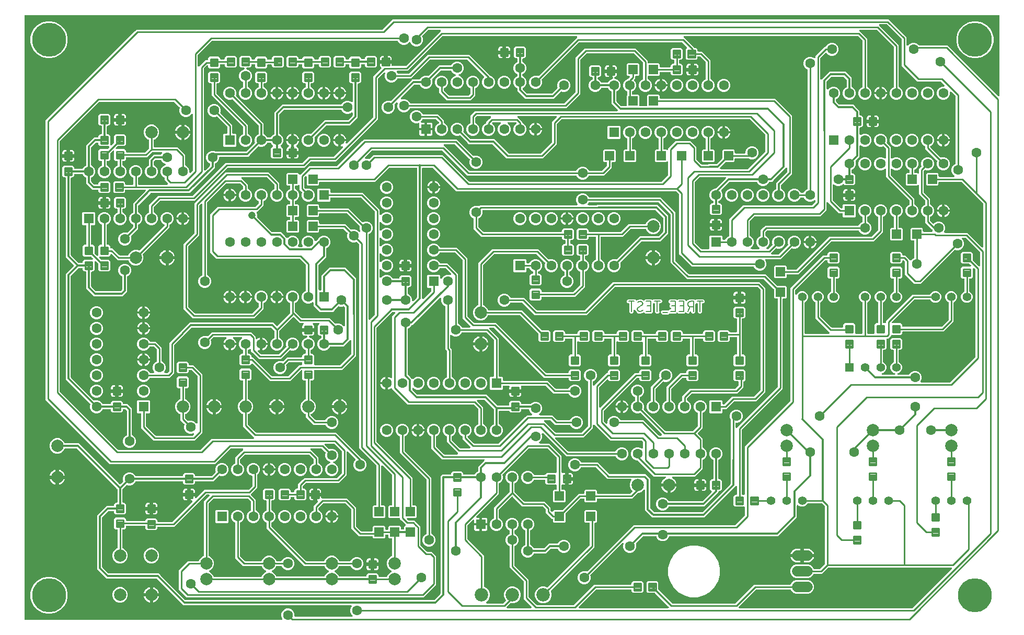
<source format=gbr>
G04 EAGLE Gerber RS-274X export*
G75*
%MOMM*%
%FSLAX34Y34*%
%LPD*%
%INBottom Copper*%
%IPPOS*%
%AMOC8*
5,1,8,0,0,1.08239X$1,22.5*%
G01*
%ADD10C,0.152400*%
%ADD11C,2.000000*%
%ADD12C,0.280000*%
%ADD13R,1.500000X1.500000*%
%ADD14R,1.400000X1.400000*%
%ADD15C,1.400000*%
%ADD16C,1.676400*%
%ADD17R,1.600000X1.600000*%
%ADD18C,1.600000*%
%ADD19C,2.184400*%
%ADD20C,0.300000*%
%ADD21C,1.206400*%
%ADD22C,0.254000*%
%ADD23C,5.500000*%

G36*
X426696Y10179D02*
X426696Y10179D01*
X426851Y10193D01*
X426867Y10199D01*
X426884Y10201D01*
X427031Y10254D01*
X427179Y10303D01*
X427193Y10312D01*
X427209Y10318D01*
X427340Y10403D01*
X427473Y10486D01*
X427484Y10498D01*
X427499Y10507D01*
X427607Y10620D01*
X427717Y10730D01*
X427726Y10745D01*
X427737Y10757D01*
X427816Y10891D01*
X427898Y11025D01*
X427904Y11041D01*
X427912Y11055D01*
X427958Y11204D01*
X428008Y11353D01*
X428009Y11369D01*
X428014Y11386D01*
X428025Y11542D01*
X428039Y11697D01*
X428037Y11714D01*
X428038Y11731D01*
X428013Y11885D01*
X427991Y12039D01*
X427984Y12060D01*
X427982Y12072D01*
X427971Y12097D01*
X427926Y12234D01*
X426339Y16063D01*
X426339Y20257D01*
X427944Y24131D01*
X430909Y27096D01*
X434783Y28701D01*
X438977Y28701D01*
X442851Y27096D01*
X445816Y24131D01*
X447421Y20257D01*
X447421Y16740D01*
X447425Y16705D01*
X447422Y16669D01*
X447445Y16533D01*
X447461Y16397D01*
X447473Y16363D01*
X447478Y16328D01*
X447531Y16201D01*
X447578Y16071D01*
X447597Y16042D01*
X447611Y16009D01*
X447692Y15897D01*
X447767Y15782D01*
X447793Y15757D01*
X447813Y15729D01*
X447917Y15638D01*
X448017Y15543D01*
X448048Y15525D01*
X448074Y15502D01*
X448197Y15438D01*
X448315Y15368D01*
X448349Y15358D01*
X448381Y15341D01*
X448514Y15307D01*
X448646Y15266D01*
X448681Y15264D01*
X448715Y15255D01*
X448920Y15241D01*
X540273Y15241D01*
X540376Y15253D01*
X540481Y15255D01*
X540548Y15273D01*
X540616Y15281D01*
X540714Y15316D01*
X540815Y15342D01*
X540877Y15375D01*
X540942Y15398D01*
X541029Y15455D01*
X541121Y15504D01*
X541173Y15549D01*
X541231Y15587D01*
X541303Y15662D01*
X541382Y15731D01*
X541422Y15787D01*
X541470Y15837D01*
X541523Y15927D01*
X541583Y16012D01*
X541610Y16076D01*
X541645Y16135D01*
X541676Y16235D01*
X541715Y16331D01*
X541726Y16400D01*
X541747Y16466D01*
X541754Y16570D01*
X541771Y16673D01*
X541766Y16742D01*
X541771Y16811D01*
X541754Y16913D01*
X541746Y17018D01*
X541726Y17084D01*
X541715Y17152D01*
X541675Y17248D01*
X541643Y17348D01*
X541608Y17407D01*
X541582Y17471D01*
X541521Y17556D01*
X541468Y17645D01*
X541399Y17724D01*
X541380Y17751D01*
X541363Y17766D01*
X541333Y17800D01*
X539704Y19429D01*
X538099Y23303D01*
X538099Y27497D01*
X539704Y31371D01*
X539833Y31500D01*
X539898Y31582D01*
X539970Y31657D01*
X540005Y31717D01*
X540048Y31771D01*
X540092Y31865D01*
X540145Y31955D01*
X540165Y32021D01*
X540195Y32084D01*
X540216Y32186D01*
X540247Y32286D01*
X540252Y32355D01*
X540266Y32422D01*
X540263Y32526D01*
X540271Y32631D01*
X540259Y32699D01*
X540258Y32768D01*
X540231Y32869D01*
X540215Y32972D01*
X540188Y33036D01*
X540171Y33102D01*
X540122Y33195D01*
X540082Y33291D01*
X540041Y33347D01*
X540009Y33408D01*
X539941Y33487D01*
X539880Y33571D01*
X539827Y33617D01*
X539782Y33669D01*
X539697Y33730D01*
X539618Y33798D01*
X539557Y33830D01*
X539501Y33871D01*
X539405Y33910D01*
X539312Y33959D01*
X539245Y33976D01*
X539182Y34002D01*
X539079Y34019D01*
X538978Y34045D01*
X538873Y34052D01*
X538840Y34058D01*
X538818Y34056D01*
X538773Y34059D01*
X267566Y34059D01*
X264760Y36865D01*
X224825Y76800D01*
X224716Y76887D01*
X224611Y76978D01*
X224581Y76994D01*
X224554Y77015D01*
X224428Y77074D01*
X224305Y77139D01*
X224272Y77147D01*
X224241Y77162D01*
X224105Y77190D01*
X223970Y77225D01*
X223925Y77228D01*
X223903Y77233D01*
X223869Y77232D01*
X223765Y77239D01*
X143106Y77239D01*
X128039Y92306D01*
X128039Y179474D01*
X143106Y194541D01*
X154060Y194541D01*
X154095Y194545D01*
X154131Y194542D01*
X154267Y194565D01*
X154403Y194581D01*
X154437Y194593D01*
X154472Y194598D01*
X154599Y194651D01*
X154729Y194698D01*
X154758Y194717D01*
X154791Y194731D01*
X154903Y194812D01*
X155018Y194887D01*
X155043Y194913D01*
X155071Y194933D01*
X155162Y195037D01*
X155257Y195137D01*
X155275Y195168D01*
X155298Y195194D01*
X155362Y195317D01*
X155432Y195435D01*
X155442Y195469D01*
X155459Y195501D01*
X155493Y195634D01*
X155534Y195766D01*
X155536Y195801D01*
X155545Y195835D01*
X155559Y196040D01*
X155559Y197732D01*
X157868Y200041D01*
X159560Y200041D01*
X159595Y200045D01*
X159631Y200042D01*
X159767Y200065D01*
X159903Y200081D01*
X159937Y200093D01*
X159972Y200098D01*
X160099Y200151D01*
X160229Y200198D01*
X160258Y200217D01*
X160291Y200231D01*
X160403Y200312D01*
X160518Y200387D01*
X160543Y200413D01*
X160571Y200433D01*
X160662Y200537D01*
X160757Y200637D01*
X160775Y200668D01*
X160798Y200694D01*
X160862Y200817D01*
X160932Y200935D01*
X160942Y200969D01*
X160959Y201001D01*
X160993Y201134D01*
X161034Y201266D01*
X161036Y201301D01*
X161045Y201335D01*
X161059Y201540D01*
X161059Y221225D01*
X161043Y221363D01*
X161033Y221503D01*
X161023Y221535D01*
X161019Y221569D01*
X160972Y221700D01*
X160931Y221833D01*
X160913Y221862D01*
X160902Y221894D01*
X160826Y222011D01*
X160755Y222131D01*
X160725Y222165D01*
X160713Y222183D01*
X160689Y222207D01*
X160620Y222285D01*
X95285Y287620D01*
X95176Y287707D01*
X95071Y287798D01*
X95041Y287814D01*
X95014Y287835D01*
X94888Y287894D01*
X94765Y287959D01*
X94732Y287967D01*
X94701Y287982D01*
X94565Y288010D01*
X94430Y288045D01*
X94385Y288048D01*
X94363Y288053D01*
X94329Y288052D01*
X94225Y288059D01*
X76402Y288059D01*
X76315Y288049D01*
X76228Y288049D01*
X76144Y288029D01*
X76059Y288019D01*
X75976Y287990D01*
X75891Y287970D01*
X75814Y287931D01*
X75733Y287902D01*
X75660Y287854D01*
X75582Y287815D01*
X75516Y287760D01*
X75444Y287713D01*
X75383Y287650D01*
X75316Y287594D01*
X75264Y287525D01*
X75205Y287463D01*
X75161Y287387D01*
X75108Y287317D01*
X75044Y287189D01*
X75030Y287165D01*
X75027Y287153D01*
X75017Y287134D01*
X74132Y284996D01*
X70604Y281468D01*
X65995Y279559D01*
X61005Y279559D01*
X56396Y281468D01*
X52868Y284996D01*
X50959Y289605D01*
X50959Y294595D01*
X52868Y299204D01*
X56396Y302732D01*
X61005Y304641D01*
X65995Y304641D01*
X70604Y302732D01*
X74132Y299204D01*
X75017Y297066D01*
X75060Y296990D01*
X75093Y296909D01*
X75143Y296839D01*
X75185Y296764D01*
X75244Y296699D01*
X75295Y296629D01*
X75360Y296572D01*
X75418Y296509D01*
X75490Y296459D01*
X75556Y296402D01*
X75633Y296362D01*
X75703Y296313D01*
X75785Y296282D01*
X75863Y296241D01*
X75946Y296220D01*
X76026Y296189D01*
X76113Y296177D01*
X76197Y296155D01*
X76341Y296145D01*
X76368Y296141D01*
X76380Y296142D01*
X76402Y296141D01*
X98194Y296141D01*
X164040Y230295D01*
X164068Y230273D01*
X164091Y230246D01*
X164203Y230165D01*
X164311Y230080D01*
X164343Y230065D01*
X164372Y230044D01*
X164499Y229991D01*
X164624Y229933D01*
X164659Y229926D01*
X164691Y229912D01*
X164828Y229890D01*
X164962Y229862D01*
X164998Y229863D01*
X165033Y229857D01*
X165170Y229867D01*
X165308Y229870D01*
X165342Y229879D01*
X165378Y229881D01*
X165509Y229922D01*
X165642Y229957D01*
X165674Y229974D01*
X165708Y229984D01*
X165827Y230054D01*
X165948Y230118D01*
X165975Y230142D01*
X166005Y230160D01*
X166160Y230295D01*
X169890Y234025D01*
X169945Y234093D01*
X170007Y234155D01*
X170052Y234229D01*
X170105Y234296D01*
X170142Y234375D01*
X170188Y234450D01*
X170215Y234531D01*
X170252Y234609D01*
X170270Y234694D01*
X170298Y234778D01*
X170305Y234863D01*
X170323Y234947D01*
X170321Y235035D01*
X170329Y235122D01*
X170317Y235207D01*
X170315Y235293D01*
X170293Y235378D01*
X170281Y235464D01*
X170235Y235601D01*
X170228Y235627D01*
X170222Y235638D01*
X170215Y235659D01*
X169799Y236663D01*
X169799Y240857D01*
X171404Y244731D01*
X174369Y247696D01*
X178243Y249301D01*
X182437Y249301D01*
X186311Y247696D01*
X189276Y244731D01*
X189692Y243726D01*
X189735Y243650D01*
X189768Y243569D01*
X189819Y243499D01*
X189860Y243424D01*
X189919Y243360D01*
X189971Y243289D01*
X190036Y243232D01*
X190093Y243169D01*
X190165Y243119D01*
X190232Y243062D01*
X190308Y243022D01*
X190379Y242973D01*
X190460Y242942D01*
X190538Y242901D01*
X190621Y242880D01*
X190701Y242849D01*
X190788Y242837D01*
X190873Y242815D01*
X191016Y242805D01*
X191044Y242801D01*
X191055Y242802D01*
X191077Y242801D01*
X265820Y242801D01*
X265855Y242805D01*
X265891Y242802D01*
X266027Y242825D01*
X266163Y242841D01*
X266197Y242853D01*
X266232Y242858D01*
X266359Y242911D01*
X266489Y242958D01*
X266518Y242977D01*
X266551Y242991D01*
X266663Y243072D01*
X266778Y243147D01*
X266803Y243173D01*
X266831Y243193D01*
X266922Y243297D01*
X267017Y243397D01*
X267035Y243428D01*
X267058Y243454D01*
X267122Y243577D01*
X267192Y243695D01*
X267202Y243729D01*
X267219Y243761D01*
X267253Y243894D01*
X267294Y244026D01*
X267296Y244061D01*
X267305Y244095D01*
X267319Y244300D01*
X267319Y245992D01*
X269628Y248301D01*
X284092Y248301D01*
X286401Y245992D01*
X286401Y244300D01*
X286405Y244265D01*
X286402Y244229D01*
X286425Y244093D01*
X286441Y243957D01*
X286453Y243923D01*
X286458Y243888D01*
X286511Y243761D01*
X286558Y243631D01*
X286577Y243602D01*
X286591Y243569D01*
X286672Y243457D01*
X286747Y243342D01*
X286773Y243317D01*
X286793Y243289D01*
X286898Y243198D01*
X286997Y243103D01*
X287028Y243085D01*
X287054Y243062D01*
X287177Y242998D01*
X287295Y242928D01*
X287329Y242918D01*
X287361Y242901D01*
X287494Y242867D01*
X287626Y242826D01*
X287661Y242824D01*
X287695Y242815D01*
X287900Y242801D01*
X312665Y242801D01*
X312803Y242817D01*
X312943Y242827D01*
X312975Y242837D01*
X313009Y242841D01*
X313140Y242888D01*
X313273Y242929D01*
X313302Y242947D01*
X313334Y242958D01*
X313451Y243034D01*
X313571Y243105D01*
X313605Y243135D01*
X313623Y243147D01*
X313647Y243171D01*
X313725Y243240D01*
X319750Y249265D01*
X319805Y249333D01*
X319867Y249395D01*
X319912Y249469D01*
X319965Y249536D01*
X320002Y249615D01*
X320048Y249690D01*
X320075Y249771D01*
X320112Y249849D01*
X320130Y249934D01*
X320158Y250018D01*
X320165Y250103D01*
X320183Y250187D01*
X320181Y250275D01*
X320189Y250362D01*
X320177Y250447D01*
X320175Y250533D01*
X320153Y250618D01*
X320141Y250704D01*
X320095Y250841D01*
X320088Y250867D01*
X320082Y250878D01*
X320075Y250899D01*
X319659Y251903D01*
X319659Y256097D01*
X321264Y259971D01*
X324229Y262936D01*
X328103Y264541D01*
X332297Y264541D01*
X336171Y262936D01*
X339136Y259971D01*
X340741Y256097D01*
X340741Y251903D01*
X339136Y248029D01*
X336171Y245064D01*
X332297Y243459D01*
X328103Y243459D01*
X327099Y243875D01*
X327015Y243899D01*
X326934Y243933D01*
X326849Y243947D01*
X326766Y243970D01*
X326679Y243974D01*
X326592Y243988D01*
X326506Y243982D01*
X326421Y243986D01*
X326335Y243970D01*
X326247Y243964D01*
X326165Y243938D01*
X326081Y243922D01*
X326001Y243887D01*
X325917Y243861D01*
X325843Y243817D01*
X325765Y243782D01*
X325695Y243730D01*
X325619Y243685D01*
X325511Y243591D01*
X325489Y243574D01*
X325481Y243565D01*
X325465Y243550D01*
X316634Y234719D01*
X287900Y234719D01*
X287865Y234715D01*
X287829Y234718D01*
X287693Y234695D01*
X287557Y234679D01*
X287523Y234667D01*
X287488Y234662D01*
X287361Y234609D01*
X287231Y234562D01*
X287202Y234543D01*
X287169Y234529D01*
X287057Y234448D01*
X286942Y234373D01*
X286917Y234347D01*
X286889Y234327D01*
X286798Y234223D01*
X286703Y234123D01*
X286685Y234092D01*
X286662Y234066D01*
X286598Y233943D01*
X286528Y233825D01*
X286518Y233791D01*
X286501Y233759D01*
X286467Y233626D01*
X286426Y233494D01*
X286424Y233459D01*
X286415Y233425D01*
X286401Y233220D01*
X286401Y231528D01*
X284092Y229219D01*
X269628Y229219D01*
X267319Y231528D01*
X267319Y233220D01*
X267315Y233255D01*
X267318Y233291D01*
X267295Y233427D01*
X267279Y233563D01*
X267267Y233597D01*
X267262Y233632D01*
X267209Y233758D01*
X267162Y233889D01*
X267143Y233918D01*
X267129Y233951D01*
X267048Y234063D01*
X266973Y234178D01*
X266947Y234203D01*
X266927Y234231D01*
X266823Y234322D01*
X266723Y234417D01*
X266692Y234435D01*
X266666Y234458D01*
X266543Y234522D01*
X266425Y234592D01*
X266391Y234602D01*
X266359Y234619D01*
X266226Y234653D01*
X266094Y234694D01*
X266059Y234696D01*
X266025Y234705D01*
X265820Y234719D01*
X191077Y234719D01*
X190990Y234709D01*
X190903Y234709D01*
X190819Y234689D01*
X190734Y234679D01*
X190652Y234650D01*
X190566Y234630D01*
X190489Y234591D01*
X190409Y234562D01*
X190335Y234514D01*
X190257Y234475D01*
X190191Y234420D01*
X190119Y234373D01*
X190059Y234310D01*
X189991Y234254D01*
X189940Y234185D01*
X189880Y234123D01*
X189836Y234047D01*
X189783Y233977D01*
X189719Y233849D01*
X189705Y233825D01*
X189702Y233813D01*
X189692Y233794D01*
X189276Y232789D01*
X186311Y229824D01*
X182437Y228219D01*
X178243Y228219D01*
X177239Y228635D01*
X177155Y228659D01*
X177074Y228693D01*
X176989Y228707D01*
X176906Y228730D01*
X176819Y228734D01*
X176732Y228748D01*
X176646Y228742D01*
X176561Y228746D01*
X176475Y228730D01*
X176387Y228724D01*
X176305Y228698D01*
X176221Y228682D01*
X176141Y228647D01*
X176057Y228621D01*
X175983Y228577D01*
X175905Y228542D01*
X175835Y228490D01*
X175759Y228445D01*
X175651Y228351D01*
X175629Y228334D01*
X175621Y228325D01*
X175605Y228310D01*
X169580Y222285D01*
X169493Y222176D01*
X169402Y222071D01*
X169386Y222041D01*
X169365Y222014D01*
X169306Y221888D01*
X169241Y221765D01*
X169233Y221732D01*
X169218Y221701D01*
X169190Y221565D01*
X169155Y221430D01*
X169152Y221385D01*
X169147Y221363D01*
X169148Y221329D01*
X169141Y221225D01*
X169141Y201540D01*
X169145Y201505D01*
X169142Y201469D01*
X169165Y201333D01*
X169181Y201197D01*
X169193Y201163D01*
X169198Y201128D01*
X169251Y201001D01*
X169298Y200871D01*
X169317Y200842D01*
X169331Y200809D01*
X169412Y200697D01*
X169487Y200582D01*
X169513Y200557D01*
X169533Y200529D01*
X169637Y200438D01*
X169737Y200343D01*
X169768Y200325D01*
X169794Y200302D01*
X169917Y200238D01*
X170035Y200168D01*
X170069Y200158D01*
X170101Y200141D01*
X170234Y200107D01*
X170366Y200066D01*
X170401Y200064D01*
X170435Y200055D01*
X170640Y200041D01*
X172332Y200041D01*
X174641Y197732D01*
X174641Y183268D01*
X172332Y180959D01*
X157868Y180959D01*
X155559Y183268D01*
X155559Y184960D01*
X155555Y184995D01*
X155558Y185031D01*
X155535Y185167D01*
X155519Y185303D01*
X155507Y185337D01*
X155502Y185372D01*
X155449Y185499D01*
X155402Y185629D01*
X155383Y185658D01*
X155369Y185691D01*
X155288Y185803D01*
X155213Y185918D01*
X155187Y185943D01*
X155167Y185971D01*
X155063Y186062D01*
X154963Y186157D01*
X154932Y186175D01*
X154906Y186198D01*
X154783Y186262D01*
X154665Y186332D01*
X154631Y186342D01*
X154599Y186359D01*
X154466Y186393D01*
X154334Y186434D01*
X154299Y186436D01*
X154265Y186445D01*
X154060Y186459D01*
X147075Y186459D01*
X146937Y186443D01*
X146797Y186433D01*
X146765Y186423D01*
X146731Y186419D01*
X146600Y186372D01*
X146467Y186331D01*
X146438Y186313D01*
X146406Y186302D01*
X146289Y186226D01*
X146169Y186155D01*
X146135Y186125D01*
X146117Y186113D01*
X146093Y186089D01*
X146015Y186020D01*
X136560Y176565D01*
X136473Y176456D01*
X136382Y176351D01*
X136366Y176321D01*
X136345Y176294D01*
X136286Y176168D01*
X136221Y176045D01*
X136213Y176012D01*
X136198Y175981D01*
X136170Y175845D01*
X136135Y175710D01*
X136132Y175665D01*
X136127Y175643D01*
X136128Y175609D01*
X136121Y175505D01*
X136121Y96275D01*
X136137Y96137D01*
X136147Y95997D01*
X136157Y95965D01*
X136161Y95931D01*
X136208Y95800D01*
X136249Y95667D01*
X136267Y95638D01*
X136278Y95606D01*
X136354Y95489D01*
X136425Y95369D01*
X136455Y95335D01*
X136467Y95317D01*
X136491Y95293D01*
X136560Y95215D01*
X146015Y85760D01*
X146124Y85673D01*
X146229Y85582D01*
X146259Y85566D01*
X146286Y85545D01*
X146412Y85486D01*
X146535Y85421D01*
X146568Y85413D01*
X146599Y85398D01*
X146735Y85370D01*
X146870Y85335D01*
X146915Y85332D01*
X146937Y85327D01*
X146971Y85328D01*
X147075Y85321D01*
X227734Y85321D01*
X230540Y82515D01*
X270475Y42580D01*
X270584Y42493D01*
X270689Y42402D01*
X270719Y42386D01*
X270746Y42365D01*
X270872Y42306D01*
X270995Y42241D01*
X271028Y42233D01*
X271059Y42218D01*
X271195Y42190D01*
X271330Y42155D01*
X271375Y42152D01*
X271397Y42147D01*
X271431Y42148D01*
X271535Y42141D01*
X673345Y42141D01*
X673483Y42157D01*
X673623Y42167D01*
X673655Y42177D01*
X673689Y42181D01*
X673820Y42228D01*
X673953Y42269D01*
X673982Y42287D01*
X674014Y42298D01*
X674131Y42374D01*
X674251Y42445D01*
X674285Y42475D01*
X674304Y42487D01*
X674327Y42511D01*
X674405Y42580D01*
X683860Y52035D01*
X683947Y52144D01*
X684038Y52249D01*
X684054Y52279D01*
X684075Y52306D01*
X684134Y52432D01*
X684199Y52555D01*
X684207Y52588D01*
X684222Y52619D01*
X684250Y52755D01*
X684285Y52890D01*
X684288Y52935D01*
X684293Y52957D01*
X684292Y52991D01*
X684299Y53095D01*
X684299Y242974D01*
X686666Y245341D01*
X700160Y245341D01*
X700195Y245345D01*
X700231Y245342D01*
X700367Y245365D01*
X700503Y245381D01*
X700537Y245393D01*
X700572Y245398D01*
X700699Y245451D01*
X700829Y245498D01*
X700858Y245517D01*
X700891Y245531D01*
X701003Y245612D01*
X701118Y245687D01*
X701143Y245713D01*
X701171Y245733D01*
X701262Y245837D01*
X701357Y245937D01*
X701375Y245968D01*
X701398Y245994D01*
X701462Y246117D01*
X701532Y246235D01*
X701542Y246269D01*
X701559Y246301D01*
X701593Y246434D01*
X701634Y246566D01*
X701636Y246601D01*
X701645Y246635D01*
X701659Y246840D01*
X701659Y248532D01*
X703968Y250841D01*
X718432Y250841D01*
X720741Y248532D01*
X720741Y246840D01*
X720745Y246805D01*
X720742Y246769D01*
X720765Y246633D01*
X720781Y246497D01*
X720793Y246463D01*
X720798Y246428D01*
X720851Y246301D01*
X720898Y246171D01*
X720917Y246142D01*
X720931Y246109D01*
X721012Y245997D01*
X721087Y245882D01*
X721113Y245857D01*
X721133Y245829D01*
X721237Y245738D01*
X721337Y245643D01*
X721368Y245625D01*
X721394Y245602D01*
X721517Y245538D01*
X721635Y245468D01*
X721669Y245458D01*
X721701Y245441D01*
X721834Y245407D01*
X721966Y245366D01*
X722001Y245364D01*
X722035Y245355D01*
X722240Y245341D01*
X738563Y245341D01*
X738650Y245351D01*
X738737Y245351D01*
X738821Y245371D01*
X738906Y245381D01*
X738988Y245410D01*
X739074Y245430D01*
X739151Y245469D01*
X739231Y245498D01*
X739305Y245546D01*
X739383Y245585D01*
X739449Y245640D01*
X739521Y245687D01*
X739581Y245750D01*
X739649Y245806D01*
X739700Y245875D01*
X739760Y245937D01*
X739804Y246013D01*
X739857Y246083D01*
X739921Y246211D01*
X739935Y246235D01*
X739938Y246247D01*
X739948Y246266D01*
X740364Y247271D01*
X743329Y250236D01*
X744334Y250652D01*
X744410Y250695D01*
X744491Y250728D01*
X744561Y250779D01*
X744636Y250820D01*
X744700Y250879D01*
X744771Y250931D01*
X744828Y250996D01*
X744891Y251053D01*
X744941Y251126D01*
X744998Y251192D01*
X745038Y251268D01*
X745087Y251339D01*
X745118Y251420D01*
X745159Y251498D01*
X745180Y251581D01*
X745211Y251661D01*
X745223Y251748D01*
X745245Y251833D01*
X745255Y251976D01*
X745259Y252004D01*
X745258Y252016D01*
X745259Y252037D01*
X745259Y258214D01*
X752440Y265395D01*
X754995Y267950D01*
X755060Y268032D01*
X755132Y268107D01*
X755167Y268167D01*
X755210Y268221D01*
X755254Y268315D01*
X755307Y268405D01*
X755328Y268471D01*
X755357Y268534D01*
X755378Y268636D01*
X755409Y268736D01*
X755414Y268805D01*
X755428Y268872D01*
X755426Y268976D01*
X755433Y269081D01*
X755422Y269149D01*
X755420Y269218D01*
X755394Y269319D01*
X755377Y269422D01*
X755350Y269486D01*
X755333Y269552D01*
X755284Y269645D01*
X755244Y269741D01*
X755204Y269797D01*
X755172Y269858D01*
X755103Y269937D01*
X755042Y270021D01*
X754990Y270067D01*
X754944Y270119D01*
X754860Y270180D01*
X754781Y270248D01*
X754720Y270280D01*
X754664Y270321D01*
X754567Y270360D01*
X754475Y270409D01*
X754408Y270426D01*
X754344Y270452D01*
X754241Y270469D01*
X754140Y270495D01*
X754036Y270502D01*
X754003Y270508D01*
X753980Y270506D01*
X753935Y270509D01*
X686762Y270509D01*
X669289Y287982D01*
X669289Y306667D01*
X669279Y306754D01*
X669279Y306842D01*
X669259Y306926D01*
X669249Y307011D01*
X669220Y307093D01*
X669200Y307178D01*
X669161Y307255D01*
X669132Y307336D01*
X669084Y307409D01*
X669045Y307488D01*
X668990Y307554D01*
X668943Y307626D01*
X668880Y307686D01*
X668824Y307753D01*
X668755Y307805D01*
X668693Y307864D01*
X668617Y307909D01*
X668547Y307961D01*
X668419Y308025D01*
X668395Y308039D01*
X668383Y308043D01*
X668364Y308053D01*
X667129Y308564D01*
X664164Y311529D01*
X662559Y315403D01*
X662559Y319597D01*
X664164Y323471D01*
X667129Y326436D01*
X671003Y328041D01*
X675197Y328041D01*
X679071Y326436D01*
X682036Y323471D01*
X683641Y319597D01*
X683641Y315403D01*
X682036Y311529D01*
X679071Y308564D01*
X677836Y308053D01*
X677760Y308010D01*
X677679Y307976D01*
X677609Y307926D01*
X677534Y307884D01*
X677469Y307825D01*
X677399Y307774D01*
X677342Y307709D01*
X677279Y307651D01*
X677229Y307579D01*
X677172Y307513D01*
X677132Y307437D01*
X677083Y307366D01*
X677052Y307285D01*
X677011Y307207D01*
X676990Y307124D01*
X676959Y307044D01*
X676947Y306957D01*
X676925Y306872D01*
X676915Y306729D01*
X676911Y306701D01*
X676912Y306689D01*
X676911Y306667D01*
X676911Y291759D01*
X676927Y291621D01*
X676937Y291482D01*
X676947Y291450D01*
X676951Y291416D01*
X676998Y291285D01*
X677039Y291152D01*
X677057Y291123D01*
X677068Y291091D01*
X677144Y290974D01*
X677215Y290854D01*
X677245Y290820D01*
X677257Y290801D01*
X677281Y290778D01*
X677350Y290699D01*
X689479Y278570D01*
X689588Y278483D01*
X689694Y278392D01*
X689724Y278376D01*
X689750Y278355D01*
X689876Y278296D01*
X690000Y278231D01*
X690033Y278223D01*
X690063Y278208D01*
X690200Y278180D01*
X690335Y278145D01*
X690380Y278142D01*
X690402Y278137D01*
X690435Y278138D01*
X690539Y278131D01*
X711081Y278131D01*
X711184Y278143D01*
X711288Y278145D01*
X711356Y278163D01*
X711424Y278171D01*
X711522Y278206D01*
X711623Y278232D01*
X711684Y278265D01*
X711749Y278288D01*
X711837Y278345D01*
X711929Y278394D01*
X711981Y278439D01*
X712039Y278477D01*
X712111Y278552D01*
X712189Y278621D01*
X712230Y278677D01*
X712277Y278727D01*
X712330Y278817D01*
X712391Y278902D01*
X712418Y278966D01*
X712452Y279025D01*
X712483Y279125D01*
X712523Y279221D01*
X712534Y279290D01*
X712555Y279356D01*
X712562Y279460D01*
X712578Y279563D01*
X712573Y279632D01*
X712578Y279701D01*
X712561Y279803D01*
X712554Y279908D01*
X712533Y279974D01*
X712522Y280042D01*
X712482Y280138D01*
X712451Y280238D01*
X712416Y280297D01*
X712390Y280361D01*
X712329Y280446D01*
X712276Y280535D01*
X712207Y280614D01*
X712187Y280641D01*
X712170Y280656D01*
X712141Y280690D01*
X709490Y283341D01*
X694689Y298142D01*
X694689Y306667D01*
X694679Y306754D01*
X694679Y306842D01*
X694659Y306926D01*
X694649Y307011D01*
X694620Y307093D01*
X694600Y307178D01*
X694561Y307255D01*
X694532Y307336D01*
X694484Y307409D01*
X694445Y307488D01*
X694390Y307554D01*
X694343Y307626D01*
X694280Y307686D01*
X694224Y307753D01*
X694155Y307805D01*
X694093Y307864D01*
X694017Y307909D01*
X693947Y307961D01*
X693819Y308025D01*
X693795Y308039D01*
X693783Y308043D01*
X693764Y308053D01*
X692529Y308564D01*
X689564Y311529D01*
X687959Y315403D01*
X687959Y319597D01*
X689564Y323471D01*
X692529Y326436D01*
X696403Y328041D01*
X700597Y328041D01*
X704471Y326436D01*
X707436Y323471D01*
X709041Y319597D01*
X709041Y315403D01*
X707436Y311529D01*
X704471Y308564D01*
X703236Y308053D01*
X703160Y308010D01*
X703079Y307976D01*
X703009Y307926D01*
X702934Y307884D01*
X702869Y307825D01*
X702799Y307774D01*
X702742Y307709D01*
X702679Y307651D01*
X702629Y307579D01*
X702572Y307513D01*
X702532Y307437D01*
X702483Y307366D01*
X702452Y307285D01*
X702411Y307207D01*
X702390Y307124D01*
X702359Y307044D01*
X702347Y306957D01*
X702325Y306872D01*
X702315Y306729D01*
X702311Y306701D01*
X702312Y306689D01*
X702311Y306667D01*
X702311Y301919D01*
X702327Y301781D01*
X702337Y301642D01*
X702347Y301610D01*
X702351Y301576D01*
X702398Y301445D01*
X702439Y301312D01*
X702457Y301283D01*
X702468Y301251D01*
X702544Y301134D01*
X702615Y301014D01*
X702645Y300980D01*
X702657Y300961D01*
X702681Y300938D01*
X702750Y300859D01*
X714879Y288730D01*
X714988Y288643D01*
X715094Y288552D01*
X715124Y288536D01*
X715150Y288515D01*
X715276Y288456D01*
X715400Y288391D01*
X715433Y288383D01*
X715463Y288368D01*
X715600Y288340D01*
X715735Y288305D01*
X715780Y288302D01*
X715802Y288297D01*
X715835Y288298D01*
X715939Y288291D01*
X731401Y288291D01*
X731504Y288303D01*
X731608Y288305D01*
X731675Y288323D01*
X731744Y288331D01*
X731842Y288366D01*
X731943Y288392D01*
X732004Y288425D01*
X732069Y288448D01*
X732157Y288505D01*
X732249Y288554D01*
X732301Y288599D01*
X732359Y288637D01*
X732431Y288712D01*
X732509Y288781D01*
X732550Y288837D01*
X732597Y288887D01*
X732650Y288977D01*
X732711Y289062D01*
X732738Y289126D01*
X732772Y289185D01*
X732803Y289285D01*
X732843Y289381D01*
X732854Y289450D01*
X732875Y289516D01*
X732882Y289620D01*
X732898Y289723D01*
X732893Y289792D01*
X732898Y289861D01*
X732881Y289963D01*
X732874Y290068D01*
X732853Y290134D01*
X732842Y290202D01*
X732802Y290298D01*
X732771Y290398D01*
X732736Y290457D01*
X732710Y290521D01*
X732649Y290606D01*
X732596Y290695D01*
X732527Y290774D01*
X732507Y290801D01*
X732490Y290816D01*
X732461Y290850D01*
X720089Y303222D01*
X720089Y306667D01*
X720079Y306754D01*
X720079Y306842D01*
X720059Y306926D01*
X720049Y307011D01*
X720020Y307093D01*
X720000Y307178D01*
X719961Y307255D01*
X719932Y307336D01*
X719884Y307409D01*
X719845Y307488D01*
X719790Y307554D01*
X719743Y307626D01*
X719680Y307686D01*
X719624Y307753D01*
X719555Y307805D01*
X719493Y307864D01*
X719417Y307909D01*
X719347Y307961D01*
X719219Y308025D01*
X719195Y308039D01*
X719183Y308043D01*
X719164Y308053D01*
X717929Y308564D01*
X714964Y311529D01*
X713359Y315403D01*
X713359Y319597D01*
X714964Y323471D01*
X717929Y326436D01*
X721803Y328041D01*
X725997Y328041D01*
X729871Y326436D01*
X732836Y323471D01*
X734441Y319597D01*
X734441Y315403D01*
X732836Y311529D01*
X729871Y308564D01*
X728871Y308150D01*
X728734Y308074D01*
X728597Y308001D01*
X728584Y307990D01*
X728569Y307982D01*
X728454Y307876D01*
X728336Y307774D01*
X728326Y307760D01*
X728314Y307749D01*
X728225Y307620D01*
X728134Y307493D01*
X728128Y307477D01*
X728118Y307463D01*
X728062Y307319D01*
X728002Y307173D01*
X728000Y307157D01*
X727993Y307141D01*
X727972Y306987D01*
X727947Y306832D01*
X727948Y306815D01*
X727946Y306798D01*
X727960Y306643D01*
X727971Y306487D01*
X727976Y306471D01*
X727978Y306454D01*
X728028Y306306D01*
X728074Y306157D01*
X728083Y306142D01*
X728088Y306126D01*
X728170Y305994D01*
X728250Y305859D01*
X728264Y305843D01*
X728270Y305833D01*
X728290Y305813D01*
X728385Y305705D01*
X737739Y296350D01*
X737848Y296263D01*
X737954Y296172D01*
X737984Y296156D01*
X738010Y296135D01*
X738136Y296076D01*
X738260Y296011D01*
X738293Y296003D01*
X738323Y295988D01*
X738460Y295960D01*
X738595Y295925D01*
X738640Y295922D01*
X738662Y295917D01*
X738695Y295918D01*
X738799Y295911D01*
X777581Y295911D01*
X777719Y295927D01*
X777858Y295937D01*
X777890Y295947D01*
X777924Y295951D01*
X778055Y295998D01*
X778188Y296039D01*
X778217Y296057D01*
X778249Y296068D01*
X778366Y296144D01*
X778486Y296215D01*
X778520Y296245D01*
X778539Y296257D01*
X778562Y296281D01*
X778641Y296350D01*
X821250Y338959D01*
X823922Y341631D01*
X831103Y341631D01*
X831206Y341643D01*
X831311Y341645D01*
X831378Y341663D01*
X831446Y341671D01*
X831544Y341706D01*
X831645Y341732D01*
X831707Y341765D01*
X831772Y341788D01*
X831859Y341845D01*
X831951Y341894D01*
X832003Y341939D01*
X832061Y341977D01*
X832133Y342052D01*
X832212Y342121D01*
X832252Y342177D01*
X832300Y342227D01*
X832352Y342317D01*
X832413Y342402D01*
X832440Y342466D01*
X832475Y342525D01*
X832506Y342625D01*
X832545Y342721D01*
X832556Y342790D01*
X832577Y342856D01*
X832584Y342960D01*
X832601Y343063D01*
X832596Y343132D01*
X832601Y343201D01*
X832584Y343303D01*
X832576Y343408D01*
X832556Y343474D01*
X832545Y343542D01*
X832505Y343638D01*
X832473Y343738D01*
X832438Y343797D01*
X832412Y343861D01*
X832351Y343946D01*
X832298Y344035D01*
X832229Y344114D01*
X832210Y344141D01*
X832193Y344156D01*
X832163Y344190D01*
X829264Y347089D01*
X827796Y350634D01*
X827753Y350710D01*
X827720Y350791D01*
X827669Y350861D01*
X827628Y350936D01*
X827568Y351001D01*
X827517Y351071D01*
X827452Y351128D01*
X827395Y351191D01*
X827322Y351241D01*
X827256Y351298D01*
X827180Y351338D01*
X827109Y351387D01*
X827028Y351418D01*
X826950Y351459D01*
X826867Y351480D01*
X826787Y351511D01*
X826700Y351523D01*
X826615Y351545D01*
X826472Y351555D01*
X826444Y351559D01*
X826432Y351558D01*
X826411Y351559D01*
X816220Y351559D01*
X816185Y351555D01*
X816149Y351558D01*
X816013Y351535D01*
X815877Y351519D01*
X815843Y351507D01*
X815808Y351502D01*
X815681Y351449D01*
X815551Y351402D01*
X815522Y351383D01*
X815489Y351369D01*
X815377Y351288D01*
X815262Y351213D01*
X815237Y351187D01*
X815209Y351167D01*
X815118Y351063D01*
X815023Y350963D01*
X815005Y350932D01*
X814982Y350906D01*
X814918Y350783D01*
X814848Y350665D01*
X814838Y350631D01*
X814821Y350599D01*
X814787Y350466D01*
X814746Y350334D01*
X814744Y350299D01*
X814735Y350265D01*
X814721Y350060D01*
X814721Y348368D01*
X812412Y346059D01*
X797948Y346059D01*
X795427Y348580D01*
X795318Y348667D01*
X795212Y348758D01*
X795182Y348774D01*
X795156Y348795D01*
X795030Y348854D01*
X794906Y348919D01*
X794873Y348927D01*
X794843Y348942D01*
X794707Y348970D01*
X794571Y349005D01*
X794526Y349008D01*
X794504Y349013D01*
X794471Y349012D01*
X794367Y349019D01*
X780240Y349019D01*
X780205Y349015D01*
X780169Y349018D01*
X780033Y348995D01*
X779897Y348979D01*
X779863Y348967D01*
X779828Y348962D01*
X779701Y348909D01*
X779571Y348862D01*
X779542Y348843D01*
X779509Y348829D01*
X779397Y348748D01*
X779282Y348673D01*
X779257Y348647D01*
X779229Y348627D01*
X779138Y348523D01*
X779043Y348423D01*
X779025Y348392D01*
X779002Y348366D01*
X778938Y348243D01*
X778868Y348125D01*
X778858Y348091D01*
X778841Y348059D01*
X778807Y347926D01*
X778766Y347794D01*
X778764Y347759D01*
X778755Y347725D01*
X778741Y347520D01*
X778741Y328237D01*
X778751Y328150D01*
X778751Y328063D01*
X778771Y327979D01*
X778781Y327894D01*
X778810Y327812D01*
X778830Y327726D01*
X778869Y327649D01*
X778898Y327569D01*
X778946Y327495D01*
X778985Y327417D01*
X779040Y327351D01*
X779087Y327279D01*
X779150Y327219D01*
X779206Y327151D01*
X779275Y327100D01*
X779337Y327040D01*
X779413Y326996D01*
X779483Y326943D01*
X779611Y326879D01*
X779635Y326865D01*
X779647Y326862D01*
X779666Y326852D01*
X780671Y326436D01*
X783636Y323471D01*
X785241Y319597D01*
X785241Y315403D01*
X783636Y311529D01*
X780671Y308564D01*
X776797Y306959D01*
X772603Y306959D01*
X768729Y308564D01*
X765764Y311529D01*
X764159Y315403D01*
X764159Y319597D01*
X765764Y323471D01*
X768729Y326436D01*
X769734Y326852D01*
X769810Y326895D01*
X769891Y326928D01*
X769961Y326979D01*
X770036Y327020D01*
X770100Y327079D01*
X770171Y327131D01*
X770228Y327196D01*
X770291Y327253D01*
X770341Y327325D01*
X770398Y327392D01*
X770438Y327468D01*
X770487Y327539D01*
X770518Y327620D01*
X770559Y327698D01*
X770580Y327781D01*
X770611Y327861D01*
X770623Y327948D01*
X770645Y328033D01*
X770655Y328176D01*
X770659Y328204D01*
X770658Y328215D01*
X770659Y328237D01*
X770659Y350765D01*
X770643Y350903D01*
X770633Y351043D01*
X770623Y351075D01*
X770619Y351109D01*
X770572Y351240D01*
X770531Y351373D01*
X770513Y351402D01*
X770502Y351434D01*
X770426Y351551D01*
X770355Y351671D01*
X770325Y351705D01*
X770313Y351723D01*
X770289Y351747D01*
X770220Y351825D01*
X755685Y366360D01*
X755576Y366447D01*
X755471Y366538D01*
X755441Y366554D01*
X755414Y366575D01*
X755288Y366634D01*
X755165Y366699D01*
X755132Y366707D01*
X755101Y366722D01*
X754965Y366750D01*
X754830Y366785D01*
X754785Y366788D01*
X754763Y366793D01*
X754729Y366792D01*
X754625Y366799D01*
X744569Y366799D01*
X744466Y366787D01*
X744362Y366785D01*
X744295Y366767D01*
X744226Y366759D01*
X744128Y366724D01*
X744027Y366698D01*
X743966Y366665D01*
X743901Y366642D01*
X743813Y366585D01*
X743721Y366536D01*
X743669Y366491D01*
X743611Y366453D01*
X743539Y366378D01*
X743461Y366309D01*
X743420Y366253D01*
X743373Y366203D01*
X743320Y366113D01*
X743259Y366028D01*
X743232Y365964D01*
X743198Y365905D01*
X743167Y365805D01*
X743127Y365709D01*
X743116Y365640D01*
X743095Y365574D01*
X743088Y365470D01*
X743072Y365367D01*
X743077Y365298D01*
X743072Y365229D01*
X743089Y365127D01*
X743096Y365022D01*
X743117Y364956D01*
X743128Y364888D01*
X743168Y364792D01*
X743199Y364692D01*
X743234Y364633D01*
X743260Y364569D01*
X743321Y364484D01*
X743374Y364395D01*
X743443Y364316D01*
X743463Y364289D01*
X743480Y364274D01*
X743509Y364240D01*
X753111Y354638D01*
X753111Y328333D01*
X753121Y328246D01*
X753121Y328158D01*
X753141Y328074D01*
X753151Y327989D01*
X753180Y327907D01*
X753200Y327822D01*
X753239Y327745D01*
X753268Y327664D01*
X753316Y327591D01*
X753355Y327512D01*
X753410Y327446D01*
X753457Y327374D01*
X753520Y327314D01*
X753576Y327247D01*
X753645Y327195D01*
X753707Y327136D01*
X753783Y327091D01*
X753853Y327039D01*
X753981Y326975D01*
X754005Y326961D01*
X754017Y326957D01*
X754036Y326947D01*
X755271Y326436D01*
X758236Y323471D01*
X759841Y319597D01*
X759841Y315403D01*
X758236Y311529D01*
X755271Y308564D01*
X751397Y306959D01*
X747203Y306959D01*
X743329Y308564D01*
X740364Y311529D01*
X738759Y315403D01*
X738759Y319597D01*
X740364Y323471D01*
X743329Y326436D01*
X744564Y326947D01*
X744640Y326990D01*
X744721Y327024D01*
X744791Y327074D01*
X744866Y327116D01*
X744931Y327175D01*
X745001Y327226D01*
X745058Y327291D01*
X745121Y327349D01*
X745171Y327421D01*
X745228Y327487D01*
X745268Y327563D01*
X745317Y327634D01*
X745348Y327715D01*
X745389Y327793D01*
X745410Y327876D01*
X745441Y327956D01*
X745453Y328043D01*
X745475Y328128D01*
X745485Y328271D01*
X745489Y328299D01*
X745488Y328311D01*
X745489Y328333D01*
X745489Y350861D01*
X745473Y350999D01*
X745463Y351138D01*
X745453Y351170D01*
X745449Y351204D01*
X745402Y351335D01*
X745361Y351468D01*
X745343Y351497D01*
X745332Y351529D01*
X745256Y351646D01*
X745185Y351766D01*
X745155Y351800D01*
X745143Y351819D01*
X745119Y351842D01*
X745050Y351921D01*
X738001Y358970D01*
X737892Y359057D01*
X737786Y359148D01*
X737756Y359164D01*
X737730Y359185D01*
X737604Y359244D01*
X737480Y359309D01*
X737447Y359317D01*
X737417Y359332D01*
X737280Y359360D01*
X737145Y359395D01*
X737100Y359398D01*
X737078Y359403D01*
X737045Y359402D01*
X736941Y359409D01*
X630882Y359409D01*
X605743Y384548D01*
X605695Y384680D01*
X605644Y384831D01*
X605637Y384843D01*
X605632Y384856D01*
X605545Y384989D01*
X605460Y385124D01*
X605450Y385134D01*
X605443Y385145D01*
X605327Y385256D01*
X605214Y385367D01*
X605203Y385374D01*
X605193Y385384D01*
X605055Y385465D01*
X604919Y385548D01*
X604906Y385552D01*
X604895Y385559D01*
X604743Y385606D01*
X604591Y385656D01*
X604577Y385657D01*
X604564Y385661D01*
X604406Y385672D01*
X604246Y385686D01*
X604233Y385684D01*
X604219Y385685D01*
X604062Y385659D01*
X603904Y385636D01*
X603892Y385631D01*
X603878Y385629D01*
X603731Y385567D01*
X603583Y385509D01*
X603568Y385500D01*
X603559Y385496D01*
X603539Y385481D01*
X603409Y385400D01*
X602425Y384685D01*
X600946Y383932D01*
X599368Y383419D01*
X598899Y383345D01*
X598899Y393200D01*
X598895Y393235D01*
X598898Y393270D01*
X598875Y393406D01*
X598859Y393543D01*
X598847Y393577D01*
X598842Y393612D01*
X598807Y393694D01*
X598833Y393794D01*
X598874Y393926D01*
X598876Y393961D01*
X598885Y393996D01*
X598899Y394200D01*
X598899Y404055D01*
X599368Y403981D01*
X600946Y403468D01*
X602425Y402715D01*
X603409Y402000D01*
X603548Y401922D01*
X603685Y401841D01*
X603698Y401837D01*
X603710Y401831D01*
X603863Y401786D01*
X604016Y401739D01*
X604029Y401738D01*
X604042Y401734D01*
X604202Y401726D01*
X604361Y401715D01*
X604374Y401718D01*
X604387Y401717D01*
X604545Y401746D01*
X604702Y401771D01*
X604714Y401777D01*
X604728Y401779D01*
X604873Y401843D01*
X605021Y401904D01*
X605032Y401912D01*
X605044Y401917D01*
X605172Y402013D01*
X605301Y402106D01*
X605310Y402117D01*
X605321Y402125D01*
X605423Y402247D01*
X605528Y402367D01*
X605534Y402380D01*
X605543Y402390D01*
X605614Y402531D01*
X605689Y402674D01*
X605692Y402687D01*
X605698Y402699D01*
X605735Y402853D01*
X605775Y403008D01*
X605776Y403026D01*
X605779Y403035D01*
X605779Y403060D01*
X605789Y403213D01*
X605789Y501958D01*
X610541Y506710D01*
X610605Y506792D01*
X610677Y506867D01*
X610712Y506927D01*
X610755Y506981D01*
X610800Y507075D01*
X610852Y507165D01*
X610873Y507231D01*
X610902Y507294D01*
X610924Y507396D01*
X610955Y507496D01*
X610959Y507565D01*
X610973Y507632D01*
X610971Y507736D01*
X610978Y507841D01*
X610967Y507909D01*
X610965Y507978D01*
X610939Y508079D01*
X610922Y508182D01*
X610896Y508246D01*
X610878Y508312D01*
X610830Y508405D01*
X610790Y508501D01*
X610749Y508557D01*
X610717Y508618D01*
X610648Y508697D01*
X610587Y508781D01*
X610535Y508827D01*
X610490Y508879D01*
X610405Y508940D01*
X610326Y509008D01*
X610265Y509040D01*
X610209Y509081D01*
X610112Y509120D01*
X610020Y509169D01*
X609953Y509186D01*
X609889Y509212D01*
X609786Y509229D01*
X609685Y509255D01*
X609581Y509262D01*
X609548Y509268D01*
X609526Y509266D01*
X609481Y509269D01*
X607155Y509269D01*
X607017Y509253D01*
X606878Y509243D01*
X606845Y509233D01*
X606812Y509229D01*
X606681Y509182D01*
X606548Y509141D01*
X606518Y509123D01*
X606487Y509112D01*
X606370Y509036D01*
X606348Y509023D01*
X606212Y509013D01*
X606180Y509003D01*
X606146Y508999D01*
X606015Y508952D01*
X605882Y508911D01*
X605853Y508893D01*
X605821Y508882D01*
X605704Y508806D01*
X605584Y508735D01*
X605550Y508705D01*
X605531Y508693D01*
X605508Y508669D01*
X605429Y508600D01*
X580830Y484001D01*
X580743Y483892D01*
X580652Y483786D01*
X580636Y483756D01*
X580615Y483730D01*
X580556Y483604D01*
X580491Y483480D01*
X580483Y483447D01*
X580468Y483417D01*
X580440Y483280D01*
X580405Y483145D01*
X580402Y483100D01*
X580397Y483078D01*
X580398Y483045D01*
X580391Y482941D01*
X580391Y299379D01*
X580407Y299241D01*
X580417Y299102D01*
X580427Y299070D01*
X580431Y299036D01*
X580478Y298905D01*
X580519Y298772D01*
X580537Y298743D01*
X580548Y298711D01*
X580624Y298594D01*
X580695Y298474D01*
X580725Y298440D01*
X580737Y298421D01*
X580761Y298398D01*
X580830Y298319D01*
X638811Y240338D01*
X638811Y196940D01*
X638815Y196905D01*
X638812Y196869D01*
X638835Y196733D01*
X638851Y196597D01*
X638863Y196563D01*
X638868Y196528D01*
X638921Y196401D01*
X638968Y196271D01*
X638987Y196242D01*
X639001Y196209D01*
X639082Y196097D01*
X639157Y195982D01*
X639183Y195957D01*
X639203Y195929D01*
X639307Y195838D01*
X639407Y195743D01*
X639438Y195725D01*
X639464Y195702D01*
X639587Y195638D01*
X639705Y195568D01*
X639739Y195558D01*
X639771Y195541D01*
X639904Y195507D01*
X640036Y195466D01*
X640071Y195464D01*
X640105Y195455D01*
X640310Y195441D01*
X643552Y195441D01*
X645041Y193952D01*
X645041Y176848D01*
X643552Y175359D01*
X631209Y175359D01*
X631106Y175347D01*
X631002Y175345D01*
X630935Y175327D01*
X630866Y175319D01*
X630768Y175284D01*
X630667Y175258D01*
X630606Y175225D01*
X630541Y175202D01*
X630453Y175145D01*
X630361Y175096D01*
X630309Y175051D01*
X630251Y175013D01*
X630179Y174938D01*
X630101Y174869D01*
X630060Y174813D01*
X630013Y174763D01*
X629960Y174673D01*
X629899Y174588D01*
X629872Y174524D01*
X629838Y174465D01*
X629807Y174365D01*
X629767Y174269D01*
X629756Y174200D01*
X629735Y174134D01*
X629728Y174030D01*
X629712Y173927D01*
X629717Y173858D01*
X629712Y173789D01*
X629729Y173687D01*
X629736Y173582D01*
X629757Y173516D01*
X629768Y173448D01*
X629808Y173352D01*
X629839Y173252D01*
X629874Y173193D01*
X629900Y173129D01*
X629962Y173044D01*
X630015Y172955D01*
X630083Y172876D01*
X630103Y172849D01*
X630120Y172834D01*
X630149Y172800D01*
X631059Y171890D01*
X631169Y171803D01*
X631274Y171712D01*
X631304Y171696D01*
X631330Y171675D01*
X631456Y171616D01*
X631580Y171551D01*
X631613Y171543D01*
X631643Y171528D01*
X631780Y171500D01*
X631915Y171465D01*
X631960Y171462D01*
X631982Y171457D01*
X632015Y171458D01*
X632119Y171451D01*
X641658Y171451D01*
X645149Y167960D01*
X645258Y167873D01*
X645364Y167782D01*
X645394Y167766D01*
X645420Y167745D01*
X645443Y167735D01*
X651511Y161667D01*
X651511Y131739D01*
X651527Y131601D01*
X651537Y131462D01*
X651547Y131430D01*
X651551Y131396D01*
X651598Y131265D01*
X651639Y131132D01*
X651657Y131103D01*
X651668Y131071D01*
X651744Y130954D01*
X651815Y130834D01*
X651845Y130800D01*
X651857Y130781D01*
X651881Y130758D01*
X651950Y130679D01*
X661539Y121090D01*
X661648Y121003D01*
X661754Y120912D01*
X661784Y120896D01*
X661810Y120875D01*
X661936Y120816D01*
X662060Y120751D01*
X662093Y120743D01*
X662123Y120728D01*
X662260Y120700D01*
X662395Y120665D01*
X662440Y120662D01*
X662462Y120657D01*
X662495Y120658D01*
X662599Y120651D01*
X669598Y120651D01*
X674239Y116010D01*
X676911Y113338D01*
X676911Y67002D01*
X656898Y46989D01*
X272742Y46989D01*
X260349Y59382D01*
X260349Y90478D01*
X275282Y105411D01*
X291803Y105411D01*
X291890Y105421D01*
X291977Y105421D01*
X292061Y105441D01*
X292146Y105451D01*
X292228Y105480D01*
X292314Y105500D01*
X292390Y105539D01*
X292471Y105568D01*
X292545Y105616D01*
X292623Y105655D01*
X292689Y105710D01*
X292761Y105757D01*
X292821Y105820D01*
X292889Y105876D01*
X292940Y105945D01*
X293000Y106007D01*
X293044Y106082D01*
X293097Y106153D01*
X293161Y106282D01*
X293175Y106305D01*
X293178Y106317D01*
X293188Y106336D01*
X294168Y108704D01*
X297696Y112232D01*
X300064Y113212D01*
X300140Y113255D01*
X300221Y113288D01*
X300291Y113339D01*
X300366Y113380D01*
X300430Y113439D01*
X300501Y113491D01*
X300558Y113556D01*
X300621Y113613D01*
X300671Y113685D01*
X300728Y113752D01*
X300768Y113828D01*
X300817Y113899D01*
X300848Y113980D01*
X300889Y114058D01*
X300910Y114141D01*
X300941Y114221D01*
X300953Y114308D01*
X300975Y114393D01*
X300985Y114536D01*
X300989Y114564D01*
X300988Y114576D01*
X300989Y114597D01*
X300989Y202238D01*
X303661Y204910D01*
X309551Y210800D01*
X309615Y210882D01*
X309687Y210957D01*
X309722Y211017D01*
X309765Y211071D01*
X309810Y211165D01*
X309862Y211255D01*
X309883Y211321D01*
X309912Y211384D01*
X309934Y211486D01*
X309965Y211586D01*
X309969Y211655D01*
X309983Y211722D01*
X309981Y211826D01*
X309988Y211931D01*
X309977Y211999D01*
X309975Y212068D01*
X309949Y212169D01*
X309932Y212272D01*
X309906Y212336D01*
X309888Y212402D01*
X309840Y212495D01*
X309800Y212591D01*
X309759Y212647D01*
X309727Y212708D01*
X309658Y212787D01*
X309597Y212871D01*
X309545Y212917D01*
X309500Y212969D01*
X309415Y213030D01*
X309336Y213098D01*
X309275Y213130D01*
X309219Y213171D01*
X309122Y213210D01*
X309030Y213259D01*
X308963Y213276D01*
X308899Y213302D01*
X308796Y213319D01*
X308695Y213345D01*
X308591Y213352D01*
X308558Y213358D01*
X308536Y213356D01*
X308491Y213359D01*
X305729Y213359D01*
X305591Y213343D01*
X305452Y213333D01*
X305420Y213323D01*
X305386Y213319D01*
X305255Y213272D01*
X305122Y213231D01*
X305093Y213213D01*
X305061Y213202D01*
X304944Y213126D01*
X304824Y213055D01*
X304790Y213025D01*
X304771Y213013D01*
X304748Y212989D01*
X304669Y212920D01*
X253038Y161289D01*
X226940Y161289D01*
X226905Y161285D01*
X226869Y161288D01*
X226733Y161265D01*
X226597Y161249D01*
X226563Y161237D01*
X226528Y161232D01*
X226401Y161179D01*
X226271Y161132D01*
X226242Y161113D01*
X226209Y161099D01*
X226097Y161018D01*
X225982Y160943D01*
X225957Y160917D01*
X225929Y160897D01*
X225838Y160793D01*
X225743Y160693D01*
X225725Y160662D01*
X225702Y160636D01*
X225638Y160513D01*
X225568Y160395D01*
X225558Y160361D01*
X225541Y160329D01*
X225507Y160196D01*
X225466Y160064D01*
X225464Y160029D01*
X225455Y159995D01*
X225441Y159790D01*
X225441Y157868D01*
X223132Y155559D01*
X208668Y155559D01*
X206359Y157868D01*
X206359Y161190D01*
X206355Y161225D01*
X206358Y161261D01*
X206335Y161397D01*
X206319Y161533D01*
X206307Y161567D01*
X206302Y161602D01*
X206249Y161729D01*
X206202Y161859D01*
X206183Y161888D01*
X206169Y161921D01*
X206088Y162033D01*
X206013Y162148D01*
X205987Y162173D01*
X205967Y162201D01*
X205863Y162292D01*
X205763Y162387D01*
X205732Y162405D01*
X205706Y162428D01*
X205583Y162492D01*
X205465Y162562D01*
X205431Y162572D01*
X205399Y162589D01*
X205266Y162623D01*
X205134Y162664D01*
X205099Y162666D01*
X205065Y162675D01*
X204860Y162689D01*
X176140Y162689D01*
X176105Y162685D01*
X176069Y162688D01*
X175933Y162665D01*
X175797Y162649D01*
X175763Y162637D01*
X175728Y162632D01*
X175601Y162579D01*
X175471Y162532D01*
X175442Y162513D01*
X175409Y162499D01*
X175297Y162418D01*
X175182Y162343D01*
X175157Y162317D01*
X175129Y162297D01*
X175038Y162193D01*
X174943Y162093D01*
X174925Y162062D01*
X174902Y162036D01*
X174838Y161913D01*
X174768Y161795D01*
X174758Y161761D01*
X174741Y161729D01*
X174707Y161596D01*
X174666Y161464D01*
X174664Y161429D01*
X174655Y161395D01*
X174641Y161190D01*
X174641Y159268D01*
X172332Y156959D01*
X170410Y156959D01*
X170375Y156955D01*
X170339Y156958D01*
X170203Y156935D01*
X170067Y156919D01*
X170033Y156907D01*
X169998Y156902D01*
X169871Y156849D01*
X169741Y156802D01*
X169712Y156783D01*
X169679Y156769D01*
X169567Y156688D01*
X169452Y156613D01*
X169427Y156587D01*
X169399Y156567D01*
X169308Y156463D01*
X169213Y156363D01*
X169195Y156332D01*
X169172Y156306D01*
X169108Y156183D01*
X169038Y156065D01*
X169028Y156031D01*
X169011Y155999D01*
X168977Y155866D01*
X168936Y155734D01*
X168934Y155699D01*
X168925Y155665D01*
X168911Y155460D01*
X168911Y127297D01*
X168921Y127210D01*
X168921Y127123D01*
X168941Y127039D01*
X168951Y126954D01*
X168980Y126872D01*
X169000Y126786D01*
X169039Y126710D01*
X169068Y126629D01*
X169116Y126555D01*
X169155Y126477D01*
X169210Y126411D01*
X169257Y126339D01*
X169320Y126279D01*
X169376Y126211D01*
X169445Y126160D01*
X169507Y126100D01*
X169582Y126056D01*
X169653Y126003D01*
X169782Y125939D01*
X169805Y125925D01*
X169817Y125922D01*
X169836Y125912D01*
X172204Y124932D01*
X175732Y121404D01*
X177641Y116795D01*
X177641Y111805D01*
X175732Y107196D01*
X172204Y103668D01*
X167595Y101759D01*
X162605Y101759D01*
X157996Y103668D01*
X154468Y107196D01*
X152559Y111805D01*
X152559Y116795D01*
X154468Y121404D01*
X157996Y124932D01*
X160364Y125912D01*
X160440Y125955D01*
X160521Y125988D01*
X160591Y126039D01*
X160666Y126080D01*
X160730Y126139D01*
X160801Y126191D01*
X160858Y126256D01*
X160921Y126313D01*
X160971Y126386D01*
X161028Y126452D01*
X161068Y126528D01*
X161117Y126599D01*
X161148Y126680D01*
X161189Y126758D01*
X161210Y126841D01*
X161241Y126921D01*
X161253Y127008D01*
X161275Y127093D01*
X161285Y127236D01*
X161289Y127264D01*
X161288Y127276D01*
X161289Y127297D01*
X161289Y155460D01*
X161285Y155495D01*
X161288Y155531D01*
X161265Y155667D01*
X161249Y155803D01*
X161237Y155837D01*
X161232Y155872D01*
X161179Y155999D01*
X161132Y156129D01*
X161113Y156158D01*
X161099Y156191D01*
X161018Y156303D01*
X160943Y156418D01*
X160917Y156443D01*
X160897Y156471D01*
X160793Y156562D01*
X160693Y156657D01*
X160662Y156675D01*
X160636Y156698D01*
X160513Y156762D01*
X160395Y156832D01*
X160361Y156842D01*
X160329Y156859D01*
X160196Y156893D01*
X160064Y156934D01*
X160029Y156936D01*
X159995Y156945D01*
X159790Y156959D01*
X157868Y156959D01*
X155559Y159268D01*
X155559Y173732D01*
X157868Y176041D01*
X172332Y176041D01*
X174641Y173732D01*
X174641Y171810D01*
X174645Y171775D01*
X174642Y171739D01*
X174665Y171603D01*
X174681Y171467D01*
X174693Y171433D01*
X174698Y171398D01*
X174751Y171271D01*
X174798Y171141D01*
X174817Y171112D01*
X174831Y171079D01*
X174912Y170967D01*
X174987Y170852D01*
X175013Y170827D01*
X175033Y170799D01*
X175137Y170708D01*
X175237Y170613D01*
X175268Y170595D01*
X175294Y170572D01*
X175417Y170508D01*
X175535Y170438D01*
X175569Y170428D01*
X175601Y170411D01*
X175734Y170377D01*
X175866Y170336D01*
X175901Y170334D01*
X175935Y170325D01*
X176140Y170311D01*
X204860Y170311D01*
X204895Y170315D01*
X204931Y170312D01*
X205067Y170335D01*
X205203Y170351D01*
X205237Y170363D01*
X205272Y170368D01*
X205399Y170421D01*
X205529Y170468D01*
X205558Y170487D01*
X205591Y170501D01*
X205703Y170582D01*
X205818Y170657D01*
X205843Y170683D01*
X205871Y170703D01*
X205962Y170807D01*
X206057Y170907D01*
X206075Y170938D01*
X206098Y170964D01*
X206162Y171087D01*
X206232Y171205D01*
X206242Y171239D01*
X206259Y171271D01*
X206293Y171404D01*
X206334Y171536D01*
X206336Y171571D01*
X206345Y171605D01*
X206359Y171810D01*
X206359Y172332D01*
X208668Y174641D01*
X223132Y174641D01*
X225441Y172332D01*
X225441Y170410D01*
X225445Y170375D01*
X225442Y170339D01*
X225465Y170203D01*
X225481Y170067D01*
X225493Y170033D01*
X225498Y169998D01*
X225551Y169871D01*
X225598Y169741D01*
X225617Y169712D01*
X225631Y169679D01*
X225712Y169567D01*
X225787Y169452D01*
X225813Y169427D01*
X225833Y169399D01*
X225937Y169308D01*
X226037Y169213D01*
X226068Y169195D01*
X226094Y169172D01*
X226217Y169108D01*
X226335Y169038D01*
X226369Y169028D01*
X226401Y169011D01*
X226534Y168977D01*
X226666Y168936D01*
X226701Y168934D01*
X226735Y168925D01*
X226940Y168911D01*
X249261Y168911D01*
X249399Y168927D01*
X249538Y168937D01*
X249570Y168947D01*
X249604Y168951D01*
X249735Y168998D01*
X249868Y169039D01*
X249897Y169057D01*
X249929Y169068D01*
X250046Y169144D01*
X250166Y169215D01*
X250200Y169245D01*
X250219Y169257D01*
X250242Y169281D01*
X250321Y169350D01*
X282231Y201260D01*
X282295Y201342D01*
X282367Y201417D01*
X282402Y201477D01*
X282445Y201531D01*
X282490Y201625D01*
X282542Y201715D01*
X282563Y201781D01*
X282592Y201844D01*
X282614Y201946D01*
X282645Y202046D01*
X282649Y202115D01*
X282663Y202182D01*
X282661Y202286D01*
X282668Y202391D01*
X282657Y202459D01*
X282655Y202528D01*
X282629Y202629D01*
X282612Y202732D01*
X282586Y202796D01*
X282568Y202862D01*
X282520Y202955D01*
X282480Y203051D01*
X282439Y203107D01*
X282407Y203168D01*
X282338Y203247D01*
X282277Y203331D01*
X282225Y203377D01*
X282180Y203429D01*
X282095Y203490D01*
X282016Y203558D01*
X281955Y203590D01*
X281899Y203631D01*
X281802Y203670D01*
X281710Y203719D01*
X281643Y203736D01*
X281579Y203763D01*
X281476Y203779D01*
X281375Y203805D01*
X281271Y203812D01*
X281238Y203818D01*
X281216Y203816D01*
X281171Y203819D01*
X279859Y203819D01*
X279859Y210361D01*
X286401Y210361D01*
X286401Y209049D01*
X286413Y208946D01*
X286415Y208842D01*
X286433Y208775D01*
X286441Y208706D01*
X286476Y208608D01*
X286502Y208507D01*
X286535Y208446D01*
X286558Y208381D01*
X286615Y208293D01*
X286664Y208201D01*
X286709Y208149D01*
X286747Y208091D01*
X286822Y208019D01*
X286891Y207941D01*
X286947Y207900D01*
X286997Y207853D01*
X287087Y207800D01*
X287172Y207739D01*
X287236Y207712D01*
X287295Y207678D01*
X287395Y207647D01*
X287491Y207607D01*
X287560Y207596D01*
X287626Y207575D01*
X287730Y207568D01*
X287833Y207552D01*
X287902Y207557D01*
X287971Y207552D01*
X288073Y207569D01*
X288178Y207576D01*
X288244Y207597D01*
X288312Y207608D01*
X288408Y207648D01*
X288508Y207679D01*
X288567Y207714D01*
X288631Y207740D01*
X288716Y207801D01*
X288805Y207854D01*
X288884Y207923D01*
X288911Y207943D01*
X288926Y207960D01*
X288960Y207989D01*
X299280Y218309D01*
X301952Y220981D01*
X372451Y220981D01*
X372589Y220997D01*
X372728Y221007D01*
X372760Y221017D01*
X372794Y221021D01*
X372925Y221068D01*
X373058Y221109D01*
X373087Y221127D01*
X373119Y221138D01*
X373236Y221214D01*
X373356Y221285D01*
X373390Y221315D01*
X373409Y221327D01*
X373432Y221351D01*
X373511Y221420D01*
X379290Y227199D01*
X379376Y227308D01*
X379468Y227414D01*
X379484Y227444D01*
X379505Y227470D01*
X379564Y227596D01*
X379629Y227720D01*
X379637Y227753D01*
X379652Y227783D01*
X379680Y227920D01*
X379715Y228055D01*
X379718Y228100D01*
X379723Y228122D01*
X379722Y228155D01*
X379729Y228259D01*
X379729Y242115D01*
X379719Y242202D01*
X379719Y242290D01*
X379699Y242374D01*
X379689Y242459D01*
X379660Y242541D01*
X379640Y242626D01*
X379601Y242703D01*
X379572Y242784D01*
X379524Y242857D01*
X379485Y242936D01*
X379430Y243002D01*
X379383Y243074D01*
X379320Y243134D01*
X379264Y243201D01*
X379195Y243253D01*
X379133Y243312D01*
X379057Y243357D01*
X378987Y243409D01*
X378859Y243473D01*
X378835Y243487D01*
X378823Y243491D01*
X378804Y243501D01*
X375029Y245064D01*
X372064Y248029D01*
X370459Y251903D01*
X370459Y256097D01*
X372064Y259971D01*
X375029Y262936D01*
X378903Y264541D01*
X383097Y264541D01*
X386971Y262936D01*
X389936Y259971D01*
X391541Y256097D01*
X391541Y251903D01*
X389936Y248029D01*
X387790Y245883D01*
X387703Y245774D01*
X387612Y245668D01*
X387596Y245638D01*
X387575Y245612D01*
X387516Y245486D01*
X387451Y245362D01*
X387443Y245330D01*
X387428Y245299D01*
X387400Y245163D01*
X387365Y245028D01*
X387362Y244982D01*
X387357Y244961D01*
X387358Y244927D01*
X387351Y244823D01*
X387351Y224482D01*
X384680Y221810D01*
X384679Y221810D01*
X378900Y216031D01*
X377289Y214420D01*
X377267Y214392D01*
X377241Y214369D01*
X377160Y214257D01*
X377075Y214149D01*
X377060Y214117D01*
X377039Y214088D01*
X376986Y213961D01*
X376928Y213836D01*
X376920Y213801D01*
X376907Y213769D01*
X376885Y213633D01*
X376857Y213498D01*
X376857Y213462D01*
X376852Y213427D01*
X376861Y213290D01*
X376865Y213152D01*
X376874Y213118D01*
X376876Y213082D01*
X376917Y212951D01*
X376952Y212818D01*
X376968Y212786D01*
X376979Y212752D01*
X377049Y212633D01*
X377113Y212512D01*
X377136Y212485D01*
X377155Y212454D01*
X377289Y212300D01*
X377630Y211959D01*
X384811Y204778D01*
X384811Y188633D01*
X384821Y188546D01*
X384821Y188458D01*
X384841Y188374D01*
X384851Y188289D01*
X384880Y188207D01*
X384900Y188122D01*
X384939Y188045D01*
X384968Y187964D01*
X385016Y187891D01*
X385055Y187812D01*
X385110Y187746D01*
X385157Y187674D01*
X385220Y187614D01*
X385276Y187547D01*
X385345Y187495D01*
X385407Y187436D01*
X385483Y187391D01*
X385553Y187339D01*
X385681Y187275D01*
X385705Y187261D01*
X385717Y187257D01*
X385736Y187247D01*
X386971Y186736D01*
X389936Y183771D01*
X391541Y179897D01*
X391541Y175703D01*
X389936Y171829D01*
X386971Y168864D01*
X383097Y167259D01*
X378903Y167259D01*
X375029Y168864D01*
X372064Y171829D01*
X370459Y175703D01*
X370459Y179897D01*
X372064Y183771D01*
X375029Y186736D01*
X376264Y187247D01*
X376340Y187290D01*
X376421Y187324D01*
X376491Y187374D01*
X376566Y187416D01*
X376631Y187475D01*
X376701Y187526D01*
X376758Y187591D01*
X376821Y187649D01*
X376871Y187721D01*
X376928Y187787D01*
X376968Y187863D01*
X377017Y187934D01*
X377048Y188015D01*
X377089Y188093D01*
X377110Y188176D01*
X377141Y188256D01*
X377153Y188343D01*
X377175Y188428D01*
X377185Y188571D01*
X377189Y188599D01*
X377188Y188611D01*
X377189Y188633D01*
X377189Y201001D01*
X377173Y201139D01*
X377163Y201278D01*
X377153Y201310D01*
X377149Y201344D01*
X377102Y201474D01*
X377061Y201608D01*
X377043Y201637D01*
X377032Y201669D01*
X376956Y201786D01*
X376885Y201906D01*
X376855Y201940D01*
X376843Y201959D01*
X376819Y201982D01*
X376750Y202061D01*
X372241Y206570D01*
X372132Y206657D01*
X372026Y206748D01*
X371996Y206764D01*
X371970Y206785D01*
X371844Y206844D01*
X371720Y206909D01*
X371687Y206917D01*
X371657Y206932D01*
X371520Y206960D01*
X371385Y206995D01*
X371340Y206998D01*
X371318Y207003D01*
X371285Y207002D01*
X371181Y207009D01*
X317159Y207009D01*
X317021Y206993D01*
X316882Y206983D01*
X316850Y206973D01*
X316816Y206969D01*
X316685Y206922D01*
X316552Y206881D01*
X316523Y206863D01*
X316491Y206852D01*
X316374Y206776D01*
X316254Y206705D01*
X316220Y206675D01*
X316201Y206663D01*
X316178Y206639D01*
X316099Y206570D01*
X309050Y199521D01*
X308963Y199412D01*
X308872Y199306D01*
X308856Y199276D01*
X308835Y199250D01*
X308776Y199124D01*
X308711Y199000D01*
X308703Y198967D01*
X308688Y198937D01*
X308660Y198800D01*
X308625Y198665D01*
X308622Y198620D01*
X308617Y198598D01*
X308618Y198565D01*
X308611Y198461D01*
X308611Y114597D01*
X308621Y114510D01*
X308621Y114423D01*
X308641Y114339D01*
X308651Y114254D01*
X308680Y114172D01*
X308700Y114086D01*
X308739Y114009D01*
X308768Y113929D01*
X308816Y113855D01*
X308855Y113777D01*
X308910Y113711D01*
X308957Y113639D01*
X309020Y113579D01*
X309076Y113511D01*
X309145Y113460D01*
X309207Y113400D01*
X309283Y113356D01*
X309353Y113303D01*
X309481Y113239D01*
X309505Y113225D01*
X309517Y113222D01*
X309536Y113212D01*
X311904Y112232D01*
X315432Y108704D01*
X317341Y104095D01*
X317341Y99105D01*
X315432Y94496D01*
X311904Y90968D01*
X310254Y90285D01*
X310163Y90234D01*
X310067Y90192D01*
X310012Y90151D01*
X309952Y90117D01*
X309875Y90047D01*
X309792Y89984D01*
X309747Y89930D01*
X309696Y89884D01*
X309638Y89798D01*
X309571Y89718D01*
X309540Y89656D01*
X309501Y89599D01*
X309464Y89501D01*
X309417Y89408D01*
X309401Y89341D01*
X309376Y89276D01*
X309362Y89173D01*
X309338Y89071D01*
X309338Y89002D01*
X309329Y88934D01*
X309338Y88830D01*
X309339Y88726D01*
X309354Y88658D01*
X309361Y88589D01*
X309394Y88490D01*
X309418Y88389D01*
X309449Y88327D01*
X309471Y88262D01*
X309526Y88173D01*
X309573Y88080D01*
X309617Y88027D01*
X309653Y87968D01*
X309727Y87894D01*
X309794Y87814D01*
X309849Y87772D01*
X309898Y87724D01*
X309987Y87669D01*
X310070Y87606D01*
X310164Y87560D01*
X310192Y87542D01*
X310213Y87535D01*
X310254Y87515D01*
X311904Y86831D01*
X315432Y83304D01*
X316412Y80936D01*
X316455Y80860D01*
X316488Y80779D01*
X316539Y80709D01*
X316580Y80634D01*
X316639Y80570D01*
X316691Y80499D01*
X316756Y80442D01*
X316813Y80379D01*
X316886Y80329D01*
X316952Y80272D01*
X317028Y80232D01*
X317099Y80183D01*
X317180Y80152D01*
X317258Y80111D01*
X317341Y80090D01*
X317421Y80059D01*
X317508Y80047D01*
X317593Y80025D01*
X317736Y80015D01*
X317764Y80011D01*
X317776Y80012D01*
X317797Y80011D01*
X393403Y80011D01*
X393490Y80021D01*
X393577Y80021D01*
X393661Y80041D01*
X393746Y80051D01*
X393828Y80080D01*
X393914Y80100D01*
X393990Y80139D01*
X394071Y80168D01*
X394145Y80216D01*
X394223Y80255D01*
X394289Y80310D01*
X394361Y80357D01*
X394421Y80420D01*
X394489Y80476D01*
X394540Y80545D01*
X394600Y80607D01*
X394644Y80682D01*
X394697Y80753D01*
X394761Y80882D01*
X394775Y80905D01*
X394778Y80917D01*
X394788Y80936D01*
X395768Y83304D01*
X399296Y86831D01*
X400946Y87515D01*
X401037Y87566D01*
X401133Y87608D01*
X401188Y87650D01*
X401248Y87683D01*
X401325Y87754D01*
X401408Y87816D01*
X401452Y87869D01*
X401504Y87916D01*
X401563Y88002D01*
X401629Y88083D01*
X401660Y88144D01*
X401699Y88201D01*
X401737Y88299D01*
X401783Y88392D01*
X401799Y88459D01*
X401824Y88524D01*
X401838Y88627D01*
X401862Y88729D01*
X401862Y88798D01*
X401871Y88866D01*
X401862Y88970D01*
X401861Y89075D01*
X401845Y89142D01*
X401839Y89211D01*
X401806Y89309D01*
X401782Y89411D01*
X401751Y89473D01*
X401729Y89538D01*
X401674Y89627D01*
X401627Y89720D01*
X401583Y89773D01*
X401547Y89832D01*
X401473Y89906D01*
X401406Y89986D01*
X401351Y90027D01*
X401302Y90076D01*
X401213Y90131D01*
X401130Y90194D01*
X401037Y90240D01*
X401008Y90258D01*
X400986Y90265D01*
X400946Y90285D01*
X399296Y90968D01*
X395768Y94496D01*
X394788Y96864D01*
X394745Y96940D01*
X394712Y97021D01*
X394661Y97091D01*
X394620Y97166D01*
X394561Y97230D01*
X394509Y97301D01*
X394444Y97358D01*
X394387Y97421D01*
X394314Y97471D01*
X394248Y97528D01*
X394172Y97568D01*
X394101Y97617D01*
X394020Y97648D01*
X393942Y97689D01*
X393859Y97710D01*
X393779Y97741D01*
X393692Y97753D01*
X393607Y97775D01*
X393464Y97785D01*
X393436Y97789D01*
X393424Y97788D01*
X393403Y97789D01*
X364182Y97789D01*
X351789Y110182D01*
X351789Y166967D01*
X351779Y167054D01*
X351779Y167142D01*
X351759Y167226D01*
X351749Y167311D01*
X351720Y167393D01*
X351700Y167478D01*
X351661Y167555D01*
X351632Y167636D01*
X351584Y167709D01*
X351545Y167788D01*
X351490Y167854D01*
X351443Y167926D01*
X351380Y167986D01*
X351324Y168053D01*
X351255Y168105D01*
X351193Y168164D01*
X351117Y168209D01*
X351047Y168261D01*
X350919Y168325D01*
X350895Y168339D01*
X350883Y168343D01*
X350864Y168353D01*
X349629Y168864D01*
X346664Y171829D01*
X345059Y175703D01*
X345059Y179897D01*
X346664Y183771D01*
X349629Y186736D01*
X353503Y188341D01*
X357697Y188341D01*
X361571Y186736D01*
X364536Y183771D01*
X366141Y179897D01*
X366141Y175703D01*
X364536Y171829D01*
X361571Y168864D01*
X360336Y168353D01*
X360260Y168310D01*
X360179Y168276D01*
X360109Y168226D01*
X360034Y168184D01*
X359969Y168125D01*
X359899Y168074D01*
X359842Y168009D01*
X359779Y167951D01*
X359729Y167879D01*
X359672Y167813D01*
X359632Y167737D01*
X359583Y167666D01*
X359552Y167585D01*
X359511Y167507D01*
X359490Y167424D01*
X359459Y167344D01*
X359447Y167257D01*
X359425Y167172D01*
X359415Y167029D01*
X359411Y167001D01*
X359412Y166989D01*
X359411Y166967D01*
X359411Y113959D01*
X359427Y113821D01*
X359437Y113682D01*
X359447Y113650D01*
X359451Y113616D01*
X359498Y113485D01*
X359539Y113352D01*
X359557Y113323D01*
X359568Y113291D01*
X359644Y113174D01*
X359715Y113054D01*
X359745Y113020D01*
X359757Y113001D01*
X359781Y112978D01*
X359850Y112899D01*
X366899Y105850D01*
X367008Y105763D01*
X367114Y105672D01*
X367144Y105656D01*
X367170Y105635D01*
X367296Y105576D01*
X367420Y105511D01*
X367453Y105503D01*
X367483Y105488D01*
X367620Y105460D01*
X367755Y105425D01*
X367800Y105422D01*
X367822Y105417D01*
X367855Y105418D01*
X367959Y105411D01*
X393403Y105411D01*
X393490Y105421D01*
X393577Y105421D01*
X393661Y105441D01*
X393746Y105451D01*
X393828Y105480D01*
X393914Y105500D01*
X393990Y105539D01*
X394071Y105568D01*
X394145Y105616D01*
X394223Y105655D01*
X394289Y105710D01*
X394361Y105757D01*
X394421Y105820D01*
X394489Y105876D01*
X394540Y105945D01*
X394600Y106007D01*
X394644Y106082D01*
X394697Y106153D01*
X394761Y106282D01*
X394775Y106305D01*
X394778Y106317D01*
X394788Y106336D01*
X395768Y108704D01*
X399296Y112232D01*
X403905Y114141D01*
X408895Y114141D01*
X413504Y112232D01*
X417032Y108704D01*
X418012Y106336D01*
X418055Y106260D01*
X418088Y106179D01*
X418139Y106109D01*
X418180Y106034D01*
X418239Y105970D01*
X418291Y105899D01*
X418356Y105842D01*
X418413Y105779D01*
X418486Y105729D01*
X418552Y105672D01*
X418628Y105632D01*
X418699Y105583D01*
X418780Y105552D01*
X418858Y105511D01*
X418941Y105490D01*
X419021Y105459D01*
X419108Y105447D01*
X419193Y105425D01*
X419336Y105415D01*
X419364Y105411D01*
X419376Y105412D01*
X419397Y105411D01*
X426047Y105411D01*
X426134Y105421D01*
X426222Y105421D01*
X426306Y105441D01*
X426391Y105451D01*
X426473Y105480D01*
X426558Y105500D01*
X426635Y105539D01*
X426716Y105568D01*
X426789Y105616D01*
X426868Y105655D01*
X426934Y105710D01*
X427006Y105757D01*
X427066Y105820D01*
X427133Y105876D01*
X427185Y105945D01*
X427244Y106007D01*
X427289Y106083D01*
X427341Y106153D01*
X427405Y106281D01*
X427419Y106305D01*
X427423Y106317D01*
X427433Y106336D01*
X427944Y107571D01*
X430909Y110536D01*
X434783Y112141D01*
X438977Y112141D01*
X442851Y110536D01*
X445816Y107571D01*
X447421Y103697D01*
X447421Y99503D01*
X445816Y95629D01*
X442851Y92664D01*
X438977Y91059D01*
X434783Y91059D01*
X430909Y92664D01*
X427944Y95629D01*
X427433Y96864D01*
X427390Y96940D01*
X427356Y97021D01*
X427306Y97091D01*
X427264Y97166D01*
X427205Y97231D01*
X427154Y97301D01*
X427089Y97358D01*
X427031Y97421D01*
X426959Y97471D01*
X426893Y97528D01*
X426817Y97568D01*
X426746Y97617D01*
X426665Y97648D01*
X426587Y97689D01*
X426504Y97710D01*
X426424Y97741D01*
X426337Y97753D01*
X426252Y97775D01*
X426109Y97785D01*
X426081Y97789D01*
X426069Y97788D01*
X426047Y97789D01*
X419397Y97789D01*
X419310Y97779D01*
X419223Y97779D01*
X419139Y97759D01*
X419054Y97749D01*
X418972Y97720D01*
X418886Y97700D01*
X418810Y97661D01*
X418729Y97632D01*
X418655Y97584D01*
X418577Y97545D01*
X418511Y97490D01*
X418439Y97443D01*
X418379Y97380D01*
X418311Y97324D01*
X418260Y97255D01*
X418200Y97193D01*
X418156Y97118D01*
X418103Y97047D01*
X418039Y96918D01*
X418025Y96895D01*
X418022Y96883D01*
X418012Y96864D01*
X417032Y94496D01*
X413504Y90968D01*
X411854Y90285D01*
X411763Y90234D01*
X411667Y90192D01*
X411612Y90151D01*
X411552Y90117D01*
X411475Y90047D01*
X411392Y89984D01*
X411347Y89930D01*
X411296Y89884D01*
X411238Y89798D01*
X411171Y89718D01*
X411140Y89656D01*
X411101Y89599D01*
X411064Y89501D01*
X411017Y89408D01*
X411001Y89341D01*
X410976Y89276D01*
X410962Y89173D01*
X410938Y89071D01*
X410938Y89002D01*
X410929Y88934D01*
X410938Y88830D01*
X410939Y88726D01*
X410954Y88658D01*
X410961Y88589D01*
X410994Y88490D01*
X411018Y88389D01*
X411049Y88327D01*
X411071Y88262D01*
X411126Y88173D01*
X411173Y88080D01*
X411217Y88027D01*
X411253Y87968D01*
X411327Y87894D01*
X411394Y87814D01*
X411449Y87772D01*
X411498Y87724D01*
X411587Y87669D01*
X411670Y87606D01*
X411764Y87560D01*
X411792Y87542D01*
X411813Y87535D01*
X411854Y87515D01*
X413504Y86831D01*
X417032Y83304D01*
X417917Y81166D01*
X417960Y81090D01*
X417993Y81009D01*
X418043Y80939D01*
X418085Y80864D01*
X418144Y80799D01*
X418195Y80729D01*
X418260Y80672D01*
X418318Y80609D01*
X418390Y80559D01*
X418456Y80502D01*
X418533Y80462D01*
X418603Y80413D01*
X418685Y80382D01*
X418763Y80341D01*
X418846Y80320D01*
X418926Y80289D01*
X419013Y80277D01*
X419097Y80255D01*
X419241Y80245D01*
X419268Y80241D01*
X419280Y80242D01*
X419302Y80241D01*
X495098Y80241D01*
X495185Y80251D01*
X495272Y80251D01*
X495356Y80271D01*
X495441Y80281D01*
X495524Y80310D01*
X495609Y80330D01*
X495686Y80369D01*
X495767Y80398D01*
X495840Y80446D01*
X495918Y80485D01*
X495984Y80540D01*
X496056Y80587D01*
X496117Y80650D01*
X496184Y80706D01*
X496236Y80775D01*
X496295Y80837D01*
X496339Y80913D01*
X496392Y80983D01*
X496456Y81111D01*
X496470Y81135D01*
X496473Y81147D01*
X496483Y81166D01*
X497368Y83304D01*
X500896Y86831D01*
X502546Y87515D01*
X502637Y87566D01*
X502733Y87608D01*
X502788Y87650D01*
X502848Y87683D01*
X502925Y87754D01*
X503008Y87816D01*
X503052Y87869D01*
X503104Y87916D01*
X503163Y88002D01*
X503229Y88083D01*
X503260Y88144D01*
X503299Y88201D01*
X503337Y88299D01*
X503383Y88392D01*
X503399Y88459D01*
X503424Y88524D01*
X503438Y88627D01*
X503462Y88729D01*
X503462Y88798D01*
X503471Y88866D01*
X503462Y88970D01*
X503461Y89075D01*
X503445Y89142D01*
X503439Y89211D01*
X503406Y89309D01*
X503382Y89411D01*
X503351Y89473D01*
X503329Y89538D01*
X503274Y89627D01*
X503227Y89720D01*
X503183Y89773D01*
X503147Y89832D01*
X503073Y89906D01*
X503006Y89986D01*
X502951Y90027D01*
X502902Y90076D01*
X502813Y90131D01*
X502730Y90194D01*
X502637Y90240D01*
X502608Y90258D01*
X502586Y90265D01*
X502546Y90285D01*
X500896Y90968D01*
X497368Y94496D01*
X496388Y96864D01*
X496345Y96940D01*
X496312Y97021D01*
X496261Y97091D01*
X496220Y97166D01*
X496161Y97230D01*
X496109Y97301D01*
X496044Y97358D01*
X495987Y97421D01*
X495914Y97471D01*
X495848Y97528D01*
X495772Y97568D01*
X495701Y97617D01*
X495620Y97648D01*
X495542Y97689D01*
X495459Y97710D01*
X495379Y97741D01*
X495292Y97753D01*
X495207Y97775D01*
X495064Y97785D01*
X495036Y97789D01*
X495024Y97788D01*
X495003Y97789D01*
X463242Y97789D01*
X402589Y158442D01*
X402589Y166967D01*
X402579Y167054D01*
X402579Y167142D01*
X402559Y167226D01*
X402549Y167311D01*
X402520Y167393D01*
X402500Y167478D01*
X402461Y167555D01*
X402432Y167636D01*
X402384Y167709D01*
X402345Y167788D01*
X402290Y167854D01*
X402243Y167926D01*
X402180Y167986D01*
X402124Y168053D01*
X402055Y168105D01*
X401993Y168164D01*
X401917Y168209D01*
X401847Y168261D01*
X401719Y168325D01*
X401695Y168339D01*
X401683Y168343D01*
X401664Y168353D01*
X400429Y168864D01*
X397464Y171829D01*
X395859Y175703D01*
X395859Y179897D01*
X397464Y183771D01*
X400429Y186736D01*
X401664Y187247D01*
X401740Y187290D01*
X401821Y187324D01*
X401891Y187374D01*
X401966Y187416D01*
X402031Y187475D01*
X402101Y187526D01*
X402158Y187591D01*
X402221Y187649D01*
X402271Y187721D01*
X402328Y187787D01*
X402368Y187863D01*
X402417Y187934D01*
X402448Y188015D01*
X402489Y188093D01*
X402510Y188176D01*
X402541Y188256D01*
X402553Y188343D01*
X402575Y188428D01*
X402585Y188571D01*
X402589Y188599D01*
X402588Y188611D01*
X402589Y188633D01*
X402589Y202320D01*
X402585Y202355D01*
X402588Y202391D01*
X402565Y202527D01*
X402549Y202663D01*
X402537Y202697D01*
X402532Y202732D01*
X402479Y202859D01*
X402432Y202989D01*
X402413Y203018D01*
X402399Y203051D01*
X402318Y203163D01*
X402243Y203278D01*
X402217Y203303D01*
X402197Y203331D01*
X402093Y203422D01*
X401993Y203517D01*
X401962Y203535D01*
X401936Y203558D01*
X401813Y203622D01*
X401695Y203692D01*
X401661Y203702D01*
X401629Y203719D01*
X401496Y203753D01*
X401364Y203794D01*
X401329Y203796D01*
X401295Y203805D01*
X401090Y203819D01*
X399168Y203819D01*
X396859Y206128D01*
X396859Y220592D01*
X399168Y222901D01*
X413632Y222901D01*
X415941Y220592D01*
X415941Y206128D01*
X413632Y203819D01*
X411710Y203819D01*
X411675Y203815D01*
X411639Y203818D01*
X411503Y203795D01*
X411367Y203779D01*
X411333Y203767D01*
X411298Y203762D01*
X411171Y203709D01*
X411041Y203662D01*
X411012Y203643D01*
X410979Y203629D01*
X410867Y203548D01*
X410752Y203473D01*
X410727Y203447D01*
X410699Y203427D01*
X410608Y203323D01*
X410513Y203223D01*
X410495Y203192D01*
X410472Y203166D01*
X410408Y203043D01*
X410338Y202925D01*
X410328Y202891D01*
X410311Y202859D01*
X410277Y202726D01*
X410236Y202594D01*
X410234Y202559D01*
X410225Y202525D01*
X410211Y202320D01*
X410211Y188633D01*
X410221Y188546D01*
X410221Y188458D01*
X410241Y188374D01*
X410251Y188289D01*
X410280Y188207D01*
X410300Y188122D01*
X410339Y188045D01*
X410368Y187964D01*
X410416Y187891D01*
X410455Y187812D01*
X410510Y187746D01*
X410557Y187674D01*
X410620Y187614D01*
X410676Y187547D01*
X410745Y187495D01*
X410807Y187436D01*
X410883Y187391D01*
X410953Y187339D01*
X411081Y187275D01*
X411105Y187261D01*
X411117Y187257D01*
X411136Y187247D01*
X412371Y186736D01*
X415336Y183771D01*
X416941Y179897D01*
X416941Y175703D01*
X415336Y171829D01*
X412371Y168864D01*
X411136Y168353D01*
X411060Y168310D01*
X410979Y168276D01*
X410909Y168226D01*
X410834Y168184D01*
X410769Y168125D01*
X410699Y168074D01*
X410642Y168009D01*
X410579Y167951D01*
X410529Y167879D01*
X410472Y167813D01*
X410432Y167737D01*
X410383Y167666D01*
X410352Y167585D01*
X410311Y167507D01*
X410290Y167424D01*
X410259Y167344D01*
X410247Y167257D01*
X410225Y167172D01*
X410215Y167029D01*
X410211Y167001D01*
X410212Y166989D01*
X410211Y166967D01*
X410211Y162219D01*
X410227Y162081D01*
X410237Y161942D01*
X410247Y161910D01*
X410251Y161876D01*
X410298Y161745D01*
X410339Y161612D01*
X410357Y161583D01*
X410368Y161551D01*
X410444Y161434D01*
X410515Y161314D01*
X410545Y161280D01*
X410557Y161261D01*
X410581Y161238D01*
X410650Y161159D01*
X465959Y105850D01*
X466068Y105763D01*
X466174Y105672D01*
X466204Y105656D01*
X466230Y105635D01*
X466356Y105576D01*
X466480Y105511D01*
X466513Y105503D01*
X466543Y105488D01*
X466680Y105460D01*
X466815Y105425D01*
X466860Y105422D01*
X466882Y105417D01*
X466915Y105418D01*
X467019Y105411D01*
X495003Y105411D01*
X495090Y105421D01*
X495177Y105421D01*
X495261Y105441D01*
X495346Y105451D01*
X495428Y105480D01*
X495514Y105500D01*
X495590Y105539D01*
X495671Y105568D01*
X495745Y105616D01*
X495823Y105655D01*
X495889Y105710D01*
X495961Y105757D01*
X496021Y105820D01*
X496089Y105876D01*
X496140Y105945D01*
X496200Y106007D01*
X496244Y106082D01*
X496297Y106153D01*
X496361Y106282D01*
X496375Y106305D01*
X496378Y106317D01*
X496388Y106336D01*
X497368Y108704D01*
X500896Y112232D01*
X505505Y114141D01*
X510495Y114141D01*
X515104Y112232D01*
X518632Y108704D01*
X519612Y106336D01*
X519655Y106260D01*
X519688Y106179D01*
X519739Y106109D01*
X519780Y106034D01*
X519839Y105970D01*
X519891Y105899D01*
X519956Y105842D01*
X520013Y105779D01*
X520086Y105729D01*
X520152Y105672D01*
X520228Y105632D01*
X520299Y105583D01*
X520380Y105552D01*
X520458Y105511D01*
X520541Y105490D01*
X520621Y105459D01*
X520708Y105447D01*
X520793Y105425D01*
X520936Y105415D01*
X520964Y105411D01*
X520976Y105412D01*
X520997Y105411D01*
X537807Y105411D01*
X537894Y105421D01*
X537982Y105421D01*
X538066Y105441D01*
X538151Y105451D01*
X538233Y105480D01*
X538318Y105500D01*
X538395Y105539D01*
X538476Y105568D01*
X538549Y105616D01*
X538628Y105655D01*
X538694Y105710D01*
X538766Y105757D01*
X538826Y105820D01*
X538893Y105876D01*
X538945Y105945D01*
X539004Y106007D01*
X539049Y106083D01*
X539101Y106153D01*
X539165Y106281D01*
X539179Y106305D01*
X539183Y106317D01*
X539193Y106336D01*
X539704Y107571D01*
X542669Y110536D01*
X546543Y112141D01*
X550737Y112141D01*
X554611Y110536D01*
X557576Y107571D01*
X559181Y103697D01*
X559181Y99503D01*
X557576Y95629D01*
X554611Y92664D01*
X550737Y91059D01*
X546543Y91059D01*
X542669Y92664D01*
X539704Y95629D01*
X539193Y96864D01*
X539150Y96940D01*
X539116Y97021D01*
X539066Y97091D01*
X539024Y97166D01*
X538965Y97231D01*
X538914Y97301D01*
X538849Y97358D01*
X538791Y97421D01*
X538719Y97471D01*
X538653Y97528D01*
X538577Y97568D01*
X538506Y97617D01*
X538425Y97648D01*
X538347Y97689D01*
X538264Y97710D01*
X538184Y97741D01*
X538097Y97753D01*
X538012Y97775D01*
X537869Y97785D01*
X537841Y97789D01*
X537829Y97788D01*
X537807Y97789D01*
X520997Y97789D01*
X520910Y97779D01*
X520823Y97779D01*
X520739Y97759D01*
X520654Y97749D01*
X520572Y97720D01*
X520486Y97700D01*
X520410Y97661D01*
X520329Y97632D01*
X520255Y97584D01*
X520177Y97545D01*
X520111Y97490D01*
X520039Y97443D01*
X519979Y97380D01*
X519911Y97324D01*
X519860Y97255D01*
X519800Y97193D01*
X519756Y97118D01*
X519703Y97047D01*
X519639Y96918D01*
X519625Y96895D01*
X519622Y96883D01*
X519612Y96864D01*
X518632Y94496D01*
X515104Y90968D01*
X513454Y90285D01*
X513363Y90234D01*
X513267Y90192D01*
X513212Y90151D01*
X513152Y90117D01*
X513075Y90047D01*
X512992Y89984D01*
X512947Y89930D01*
X512896Y89884D01*
X512838Y89798D01*
X512771Y89718D01*
X512740Y89656D01*
X512701Y89599D01*
X512664Y89501D01*
X512617Y89408D01*
X512601Y89341D01*
X512576Y89276D01*
X512562Y89173D01*
X512538Y89071D01*
X512538Y89002D01*
X512529Y88934D01*
X512538Y88830D01*
X512539Y88726D01*
X512554Y88658D01*
X512561Y88589D01*
X512594Y88490D01*
X512618Y88389D01*
X512649Y88327D01*
X512671Y88262D01*
X512726Y88173D01*
X512773Y88080D01*
X512817Y88027D01*
X512853Y87968D01*
X512927Y87894D01*
X512994Y87814D01*
X513049Y87772D01*
X513098Y87724D01*
X513187Y87669D01*
X513270Y87606D01*
X513364Y87560D01*
X513392Y87542D01*
X513413Y87535D01*
X513454Y87515D01*
X515104Y86831D01*
X518632Y83304D01*
X519517Y81166D01*
X519560Y81090D01*
X519593Y81009D01*
X519643Y80939D01*
X519685Y80864D01*
X519744Y80799D01*
X519795Y80729D01*
X519860Y80672D01*
X519918Y80609D01*
X519990Y80559D01*
X520056Y80502D01*
X520133Y80462D01*
X520203Y80413D01*
X520285Y80382D01*
X520363Y80341D01*
X520446Y80320D01*
X520526Y80289D01*
X520613Y80277D01*
X520697Y80255D01*
X520841Y80245D01*
X520868Y80241D01*
X520880Y80242D01*
X520902Y80241D01*
X563000Y80241D01*
X563035Y80245D01*
X563071Y80242D01*
X563207Y80265D01*
X563343Y80281D01*
X563377Y80293D01*
X563412Y80298D01*
X563539Y80351D01*
X563669Y80398D01*
X563698Y80417D01*
X563731Y80431D01*
X563843Y80512D01*
X563958Y80587D01*
X563983Y80613D01*
X564011Y80633D01*
X564102Y80737D01*
X564197Y80837D01*
X564215Y80868D01*
X564238Y80894D01*
X564302Y81017D01*
X564372Y81135D01*
X564382Y81169D01*
X564399Y81201D01*
X564433Y81334D01*
X564474Y81466D01*
X564476Y81501D01*
X564485Y81535D01*
X564499Y81740D01*
X564499Y83432D01*
X566808Y85741D01*
X581272Y85741D01*
X583581Y83432D01*
X583581Y81510D01*
X583585Y81475D01*
X583582Y81439D01*
X583605Y81303D01*
X583621Y81167D01*
X583633Y81133D01*
X583638Y81098D01*
X583691Y80971D01*
X583738Y80841D01*
X583757Y80812D01*
X583771Y80779D01*
X583852Y80667D01*
X583927Y80552D01*
X583953Y80527D01*
X583973Y80499D01*
X584077Y80408D01*
X584177Y80313D01*
X584208Y80295D01*
X584234Y80272D01*
X584357Y80208D01*
X584475Y80138D01*
X584509Y80128D01*
X584541Y80111D01*
X584674Y80077D01*
X584806Y80036D01*
X584841Y80034D01*
X584875Y80025D01*
X585080Y80011D01*
X596603Y80011D01*
X596690Y80021D01*
X596777Y80021D01*
X596861Y80041D01*
X596946Y80051D01*
X597028Y80080D01*
X597114Y80100D01*
X597190Y80139D01*
X597271Y80168D01*
X597345Y80216D01*
X597423Y80255D01*
X597489Y80310D01*
X597561Y80357D01*
X597621Y80420D01*
X597689Y80476D01*
X597740Y80545D01*
X597800Y80607D01*
X597844Y80682D01*
X597897Y80753D01*
X597961Y80882D01*
X597975Y80905D01*
X597978Y80917D01*
X597988Y80936D01*
X598968Y83304D01*
X602496Y86831D01*
X604146Y87515D01*
X604237Y87566D01*
X604333Y87608D01*
X604388Y87650D01*
X604448Y87683D01*
X604525Y87754D01*
X604608Y87816D01*
X604652Y87869D01*
X604704Y87916D01*
X604763Y88002D01*
X604829Y88083D01*
X604860Y88144D01*
X604899Y88201D01*
X604937Y88299D01*
X604983Y88392D01*
X604999Y88459D01*
X605024Y88524D01*
X605038Y88627D01*
X605062Y88729D01*
X605062Y88798D01*
X605071Y88866D01*
X605062Y88970D01*
X605061Y89075D01*
X605045Y89142D01*
X605039Y89211D01*
X605006Y89309D01*
X604982Y89411D01*
X604951Y89473D01*
X604929Y89538D01*
X604874Y89627D01*
X604827Y89720D01*
X604783Y89773D01*
X604747Y89832D01*
X604673Y89906D01*
X604606Y89986D01*
X604551Y90027D01*
X604502Y90076D01*
X604413Y90131D01*
X604330Y90194D01*
X604237Y90240D01*
X604208Y90258D01*
X604186Y90265D01*
X604146Y90285D01*
X602496Y90968D01*
X598968Y94496D01*
X597059Y99105D01*
X597059Y104095D01*
X598968Y108704D01*
X602496Y112232D01*
X604864Y113212D01*
X604940Y113255D01*
X605021Y113288D01*
X605091Y113339D01*
X605166Y113380D01*
X605230Y113439D01*
X605301Y113491D01*
X605358Y113556D01*
X605421Y113613D01*
X605471Y113686D01*
X605528Y113752D01*
X605568Y113828D01*
X605617Y113899D01*
X605648Y113980D01*
X605689Y114058D01*
X605710Y114141D01*
X605741Y114221D01*
X605753Y114308D01*
X605775Y114393D01*
X605785Y114536D01*
X605789Y114564D01*
X605788Y114576D01*
X605789Y114597D01*
X605789Y140860D01*
X605785Y140895D01*
X605788Y140931D01*
X605765Y141067D01*
X605749Y141203D01*
X605737Y141237D01*
X605732Y141272D01*
X605679Y141399D01*
X605632Y141529D01*
X605613Y141558D01*
X605599Y141591D01*
X605518Y141703D01*
X605443Y141818D01*
X605417Y141843D01*
X605397Y141871D01*
X605293Y141962D01*
X605193Y142057D01*
X605162Y142075D01*
X605136Y142098D01*
X605013Y142162D01*
X604895Y142232D01*
X604861Y142242D01*
X604829Y142259D01*
X604696Y142293D01*
X604564Y142334D01*
X604529Y142336D01*
X604495Y142345D01*
X604290Y142359D01*
X601048Y142359D01*
X599559Y143848D01*
X599559Y147090D01*
X599555Y147125D01*
X599558Y147161D01*
X599535Y147297D01*
X599519Y147433D01*
X599507Y147467D01*
X599502Y147502D01*
X599449Y147629D01*
X599402Y147759D01*
X599383Y147788D01*
X599369Y147821D01*
X599288Y147933D01*
X599213Y148048D01*
X599187Y148073D01*
X599167Y148101D01*
X599063Y148192D01*
X598963Y148287D01*
X598932Y148305D01*
X598906Y148328D01*
X598783Y148392D01*
X598665Y148462D01*
X598631Y148472D01*
X598599Y148489D01*
X598466Y148523D01*
X598334Y148564D01*
X598299Y148566D01*
X598265Y148575D01*
X598060Y148589D01*
X595740Y148589D01*
X595705Y148585D01*
X595669Y148588D01*
X595533Y148565D01*
X595397Y148549D01*
X595363Y148537D01*
X595328Y148532D01*
X595201Y148479D01*
X595071Y148432D01*
X595042Y148413D01*
X595009Y148399D01*
X594897Y148318D01*
X594782Y148243D01*
X594757Y148217D01*
X594729Y148197D01*
X594638Y148093D01*
X594543Y147993D01*
X594525Y147962D01*
X594502Y147936D01*
X594438Y147813D01*
X594368Y147695D01*
X594358Y147661D01*
X594341Y147629D01*
X594307Y147496D01*
X594266Y147364D01*
X594264Y147329D01*
X594255Y147295D01*
X594241Y147090D01*
X594241Y143848D01*
X592752Y142359D01*
X575648Y142359D01*
X574159Y143848D01*
X574159Y144550D01*
X574155Y144585D01*
X574158Y144621D01*
X574135Y144757D01*
X574119Y144893D01*
X574107Y144927D01*
X574102Y144962D01*
X574049Y145089D01*
X574002Y145219D01*
X573983Y145248D01*
X573969Y145281D01*
X573888Y145393D01*
X573813Y145508D01*
X573787Y145533D01*
X573767Y145561D01*
X573663Y145652D01*
X573563Y145747D01*
X573532Y145765D01*
X573506Y145788D01*
X573383Y145852D01*
X573265Y145922D01*
X573231Y145932D01*
X573199Y145949D01*
X573066Y145983D01*
X572934Y146024D01*
X572899Y146026D01*
X572865Y146035D01*
X572660Y146049D01*
X552142Y146049D01*
X539749Y158442D01*
X539749Y188301D01*
X539733Y188438D01*
X539723Y188578D01*
X539713Y188610D01*
X539709Y188644D01*
X539662Y188775D01*
X539621Y188908D01*
X539603Y188937D01*
X539592Y188969D01*
X539516Y189086D01*
X539445Y189206D01*
X539415Y189240D01*
X539403Y189259D01*
X539379Y189282D01*
X539310Y189361D01*
X529721Y198950D01*
X529612Y199037D01*
X529506Y199128D01*
X529476Y199144D01*
X529450Y199165D01*
X529324Y199224D01*
X529200Y199289D01*
X529167Y199297D01*
X529137Y199312D01*
X529000Y199340D01*
X528865Y199375D01*
X528820Y199378D01*
X528798Y199383D01*
X528765Y199382D01*
X528661Y199389D01*
X494959Y199389D01*
X494821Y199373D01*
X494682Y199363D01*
X494650Y199353D01*
X494616Y199349D01*
X494485Y199302D01*
X494352Y199261D01*
X494323Y199243D01*
X494291Y199232D01*
X494174Y199156D01*
X494054Y199085D01*
X494020Y199055D01*
X494001Y199043D01*
X493978Y199019D01*
X493899Y198950D01*
X486850Y191901D01*
X486763Y191792D01*
X486672Y191686D01*
X486656Y191656D01*
X486635Y191630D01*
X486576Y191504D01*
X486511Y191380D01*
X486503Y191347D01*
X486488Y191317D01*
X486460Y191180D01*
X486425Y191045D01*
X486422Y191000D01*
X486417Y190978D01*
X486418Y190945D01*
X486411Y190841D01*
X486411Y188633D01*
X486421Y188546D01*
X486421Y188458D01*
X486441Y188374D01*
X486451Y188289D01*
X486480Y188207D01*
X486500Y188122D01*
X486539Y188045D01*
X486568Y187964D01*
X486616Y187891D01*
X486655Y187812D01*
X486710Y187746D01*
X486757Y187674D01*
X486820Y187614D01*
X486876Y187547D01*
X486945Y187495D01*
X487007Y187436D01*
X487083Y187391D01*
X487153Y187339D01*
X487281Y187275D01*
X487305Y187261D01*
X487317Y187257D01*
X487336Y187247D01*
X488571Y186736D01*
X491536Y183771D01*
X493141Y179897D01*
X493141Y175703D01*
X491536Y171829D01*
X488571Y168864D01*
X484697Y167259D01*
X480503Y167259D01*
X476629Y168864D01*
X473664Y171829D01*
X472059Y175703D01*
X472059Y179897D01*
X473664Y183771D01*
X476629Y186736D01*
X477864Y187247D01*
X477940Y187290D01*
X478021Y187324D01*
X478091Y187374D01*
X478166Y187416D01*
X478231Y187475D01*
X478301Y187526D01*
X478358Y187591D01*
X478421Y187649D01*
X478471Y187721D01*
X478528Y187787D01*
X478568Y187863D01*
X478617Y187934D01*
X478648Y188015D01*
X478689Y188093D01*
X478710Y188176D01*
X478741Y188256D01*
X478753Y188343D01*
X478775Y188428D01*
X478785Y188571D01*
X478789Y188599D01*
X478788Y188611D01*
X478789Y188633D01*
X478789Y194618D01*
X485431Y201260D01*
X485495Y201342D01*
X485567Y201417D01*
X485602Y201477D01*
X485645Y201531D01*
X485690Y201625D01*
X485742Y201715D01*
X485763Y201781D01*
X485792Y201844D01*
X485814Y201946D01*
X485845Y202046D01*
X485849Y202115D01*
X485863Y202182D01*
X485861Y202286D01*
X485868Y202391D01*
X485857Y202459D01*
X485855Y202528D01*
X485829Y202629D01*
X485812Y202732D01*
X485786Y202796D01*
X485768Y202862D01*
X485720Y202955D01*
X485680Y203051D01*
X485639Y203107D01*
X485607Y203168D01*
X485538Y203247D01*
X485477Y203331D01*
X485425Y203377D01*
X485380Y203429D01*
X485295Y203490D01*
X485216Y203558D01*
X485155Y203590D01*
X485099Y203631D01*
X485002Y203670D01*
X484910Y203719D01*
X484843Y203736D01*
X484779Y203762D01*
X484676Y203779D01*
X484575Y203805D01*
X484471Y203812D01*
X484438Y203818D01*
X484416Y203816D01*
X484371Y203819D01*
X484199Y203819D01*
X484199Y210361D01*
X490741Y210361D01*
X490741Y208510D01*
X490745Y208475D01*
X490742Y208439D01*
X490765Y208303D01*
X490781Y208167D01*
X490793Y208133D01*
X490798Y208098D01*
X490851Y207971D01*
X490898Y207841D01*
X490917Y207812D01*
X490931Y207779D01*
X491012Y207667D01*
X491087Y207552D01*
X491113Y207527D01*
X491133Y207499D01*
X491237Y207408D01*
X491337Y207313D01*
X491368Y207295D01*
X491394Y207272D01*
X491517Y207208D01*
X491635Y207138D01*
X491669Y207128D01*
X491701Y207111D01*
X491834Y207077D01*
X491966Y207036D01*
X492001Y207034D01*
X492035Y207025D01*
X492240Y207011D01*
X532438Y207011D01*
X547371Y192078D01*
X547371Y162219D01*
X547387Y162081D01*
X547397Y161942D01*
X547407Y161910D01*
X547411Y161876D01*
X547458Y161745D01*
X547499Y161612D01*
X547517Y161583D01*
X547528Y161551D01*
X547604Y161434D01*
X547675Y161314D01*
X547705Y161280D01*
X547717Y161261D01*
X547741Y161238D01*
X547810Y161159D01*
X554859Y154110D01*
X554968Y154023D01*
X555074Y153932D01*
X555104Y153916D01*
X555130Y153895D01*
X555256Y153836D01*
X555380Y153771D01*
X555413Y153763D01*
X555443Y153748D01*
X555580Y153720D01*
X555715Y153685D01*
X555760Y153682D01*
X555782Y153677D01*
X555815Y153678D01*
X555919Y153671D01*
X572660Y153671D01*
X572695Y153675D01*
X572731Y153672D01*
X572867Y153695D01*
X573003Y153711D01*
X573037Y153723D01*
X573072Y153728D01*
X573199Y153781D01*
X573329Y153828D01*
X573358Y153847D01*
X573391Y153861D01*
X573503Y153942D01*
X573618Y154017D01*
X573643Y154043D01*
X573671Y154063D01*
X573762Y154167D01*
X573857Y154267D01*
X573875Y154298D01*
X573898Y154324D01*
X573962Y154447D01*
X574032Y154565D01*
X574042Y154599D01*
X574059Y154631D01*
X574093Y154764D01*
X574134Y154896D01*
X574136Y154931D01*
X574145Y154965D01*
X574159Y155170D01*
X574159Y160952D01*
X575648Y162441D01*
X592752Y162441D01*
X594241Y160952D01*
X594241Y157710D01*
X594245Y157675D01*
X594242Y157639D01*
X594265Y157503D01*
X594281Y157367D01*
X594293Y157333D01*
X594298Y157298D01*
X594351Y157171D01*
X594398Y157041D01*
X594417Y157012D01*
X594431Y156979D01*
X594512Y156867D01*
X594587Y156752D01*
X594613Y156727D01*
X594633Y156699D01*
X594737Y156608D01*
X594837Y156513D01*
X594868Y156495D01*
X594894Y156472D01*
X595017Y156408D01*
X595135Y156338D01*
X595169Y156328D01*
X595201Y156311D01*
X595334Y156277D01*
X595466Y156236D01*
X595501Y156234D01*
X595535Y156225D01*
X595740Y156211D01*
X598060Y156211D01*
X598095Y156215D01*
X598131Y156212D01*
X598267Y156235D01*
X598403Y156251D01*
X598437Y156263D01*
X598472Y156268D01*
X598599Y156321D01*
X598729Y156368D01*
X598758Y156387D01*
X598791Y156401D01*
X598903Y156482D01*
X599018Y156557D01*
X599043Y156583D01*
X599071Y156603D01*
X599162Y156707D01*
X599257Y156807D01*
X599275Y156838D01*
X599298Y156864D01*
X599362Y156987D01*
X599432Y157105D01*
X599442Y157139D01*
X599459Y157171D01*
X599493Y157304D01*
X599534Y157436D01*
X599536Y157471D01*
X599545Y157505D01*
X599559Y157710D01*
X599559Y160952D01*
X601048Y162441D01*
X618152Y162441D01*
X619641Y160952D01*
X619641Y157940D01*
X619645Y157905D01*
X619642Y157869D01*
X619665Y157733D01*
X619681Y157597D01*
X619693Y157563D01*
X619698Y157528D01*
X619751Y157401D01*
X619798Y157271D01*
X619817Y157242D01*
X619831Y157209D01*
X619912Y157097D01*
X619987Y156982D01*
X620013Y156957D01*
X620033Y156929D01*
X620137Y156838D01*
X620237Y156743D01*
X620268Y156725D01*
X620294Y156702D01*
X620417Y156638D01*
X620535Y156568D01*
X620569Y156558D01*
X620601Y156541D01*
X620734Y156507D01*
X620866Y156466D01*
X620901Y156464D01*
X620935Y156455D01*
X621140Y156441D01*
X623460Y156441D01*
X623495Y156445D01*
X623531Y156442D01*
X623667Y156465D01*
X623803Y156481D01*
X623837Y156493D01*
X623872Y156498D01*
X623999Y156551D01*
X624129Y156598D01*
X624158Y156617D01*
X624191Y156631D01*
X624303Y156712D01*
X624418Y156787D01*
X624443Y156813D01*
X624471Y156833D01*
X624562Y156937D01*
X624657Y157037D01*
X624675Y157068D01*
X624698Y157094D01*
X624762Y157217D01*
X624832Y157335D01*
X624842Y157369D01*
X624859Y157401D01*
X624893Y157534D01*
X624934Y157666D01*
X624936Y157701D01*
X624945Y157735D01*
X624959Y157940D01*
X624959Y160952D01*
X626506Y162500D01*
X626552Y162516D01*
X626653Y162542D01*
X626714Y162575D01*
X626779Y162598D01*
X626867Y162655D01*
X626959Y162704D01*
X627011Y162749D01*
X627069Y162787D01*
X627141Y162862D01*
X627219Y162931D01*
X627260Y162987D01*
X627307Y163037D01*
X627360Y163127D01*
X627421Y163212D01*
X627448Y163276D01*
X627482Y163335D01*
X627513Y163435D01*
X627553Y163531D01*
X627564Y163600D01*
X627585Y163666D01*
X627592Y163770D01*
X627608Y163873D01*
X627603Y163942D01*
X627608Y164011D01*
X627591Y164113D01*
X627584Y164218D01*
X627563Y164284D01*
X627552Y164352D01*
X627512Y164448D01*
X627481Y164548D01*
X627446Y164607D01*
X627420Y164671D01*
X627359Y164755D01*
X627306Y164845D01*
X627237Y164924D01*
X627217Y164951D01*
X627201Y164966D01*
X627171Y165000D01*
X625670Y166501D01*
X621161Y171010D01*
X618489Y173682D01*
X618489Y173860D01*
X618485Y173895D01*
X618488Y173931D01*
X618465Y174067D01*
X618449Y174203D01*
X618437Y174237D01*
X618432Y174272D01*
X618379Y174399D01*
X618332Y174529D01*
X618313Y174558D01*
X618299Y174591D01*
X618218Y174703D01*
X618143Y174818D01*
X618117Y174843D01*
X618097Y174871D01*
X617993Y174962D01*
X617893Y175057D01*
X617862Y175075D01*
X617836Y175098D01*
X617713Y175162D01*
X617595Y175232D01*
X617561Y175242D01*
X617529Y175259D01*
X617396Y175293D01*
X617264Y175334D01*
X617229Y175336D01*
X617195Y175345D01*
X616990Y175359D01*
X601048Y175359D01*
X599559Y176848D01*
X599559Y193952D01*
X601048Y195441D01*
X604290Y195441D01*
X604325Y195445D01*
X604361Y195442D01*
X604497Y195465D01*
X604633Y195481D01*
X604667Y195493D01*
X604702Y195498D01*
X604829Y195551D01*
X604959Y195598D01*
X604988Y195617D01*
X605021Y195631D01*
X605133Y195712D01*
X605248Y195787D01*
X605273Y195813D01*
X605301Y195833D01*
X605392Y195937D01*
X605487Y196037D01*
X605505Y196068D01*
X605528Y196094D01*
X605592Y196217D01*
X605662Y196335D01*
X605672Y196369D01*
X605689Y196401D01*
X605723Y196534D01*
X605764Y196666D01*
X605766Y196701D01*
X605775Y196735D01*
X605789Y196940D01*
X605789Y244181D01*
X605773Y244318D01*
X605763Y244458D01*
X605753Y244490D01*
X605749Y244524D01*
X605702Y244655D01*
X605661Y244788D01*
X605643Y244817D01*
X605632Y244849D01*
X605556Y244966D01*
X605485Y245086D01*
X605455Y245120D01*
X605443Y245139D01*
X605419Y245162D01*
X605350Y245241D01*
X590570Y260021D01*
X590488Y260085D01*
X590413Y260157D01*
X590353Y260192D01*
X590299Y260235D01*
X590205Y260280D01*
X590115Y260332D01*
X590049Y260353D01*
X589986Y260382D01*
X589884Y260404D01*
X589784Y260435D01*
X589715Y260439D01*
X589648Y260453D01*
X589544Y260451D01*
X589439Y260458D01*
X589371Y260447D01*
X589302Y260445D01*
X589201Y260419D01*
X589098Y260402D01*
X589034Y260376D01*
X588968Y260358D01*
X588875Y260310D01*
X588779Y260270D01*
X588723Y260229D01*
X588662Y260197D01*
X588583Y260128D01*
X588499Y260067D01*
X588453Y260015D01*
X588401Y259970D01*
X588340Y259885D01*
X588272Y259806D01*
X588240Y259745D01*
X588199Y259689D01*
X588160Y259592D01*
X588111Y259500D01*
X588094Y259433D01*
X588067Y259369D01*
X588051Y259266D01*
X588025Y259165D01*
X588018Y259061D01*
X588012Y259028D01*
X588014Y259006D01*
X588011Y258961D01*
X588011Y196940D01*
X588015Y196905D01*
X588012Y196869D01*
X588035Y196733D01*
X588051Y196597D01*
X588063Y196563D01*
X588068Y196528D01*
X588121Y196401D01*
X588168Y196271D01*
X588187Y196242D01*
X588201Y196209D01*
X588282Y196097D01*
X588357Y195982D01*
X588383Y195957D01*
X588403Y195929D01*
X588507Y195838D01*
X588607Y195743D01*
X588638Y195725D01*
X588664Y195702D01*
X588787Y195638D01*
X588905Y195568D01*
X588939Y195558D01*
X588971Y195541D01*
X589104Y195507D01*
X589236Y195466D01*
X589271Y195464D01*
X589305Y195455D01*
X589510Y195441D01*
X592752Y195441D01*
X594241Y193952D01*
X594241Y176848D01*
X592752Y175359D01*
X575648Y175359D01*
X574159Y176848D01*
X574159Y193952D01*
X575648Y195441D01*
X578890Y195441D01*
X578925Y195445D01*
X578961Y195442D01*
X579097Y195465D01*
X579233Y195481D01*
X579267Y195493D01*
X579302Y195498D01*
X579429Y195551D01*
X579559Y195598D01*
X579588Y195617D01*
X579621Y195631D01*
X579733Y195712D01*
X579848Y195787D01*
X579873Y195813D01*
X579901Y195833D01*
X579992Y195937D01*
X580087Y196037D01*
X580105Y196068D01*
X580128Y196094D01*
X580192Y196217D01*
X580262Y196335D01*
X580272Y196369D01*
X580289Y196401D01*
X580323Y196534D01*
X580364Y196666D01*
X580366Y196701D01*
X580375Y196735D01*
X580389Y196940D01*
X580389Y259421D01*
X580373Y259559D01*
X580363Y259698D01*
X580353Y259730D01*
X580349Y259764D01*
X580302Y259895D01*
X580261Y260028D01*
X580243Y260057D01*
X580232Y260089D01*
X580156Y260206D01*
X580085Y260326D01*
X580055Y260360D01*
X580043Y260379D01*
X580019Y260402D01*
X579950Y260481D01*
X552449Y287982D01*
X552449Y617561D01*
X552433Y617699D01*
X552423Y617838D01*
X552413Y617870D01*
X552409Y617904D01*
X552362Y618035D01*
X552321Y618168D01*
X552303Y618197D01*
X552292Y618229D01*
X552216Y618346D01*
X552145Y618466D01*
X552115Y618500D01*
X552103Y618519D01*
X552079Y618542D01*
X552010Y618621D01*
X548525Y622106D01*
X548457Y622160D01*
X548395Y622222D01*
X548321Y622267D01*
X548254Y622320D01*
X548175Y622357D01*
X548100Y622403D01*
X548019Y622431D01*
X547941Y622467D01*
X547856Y622485D01*
X547772Y622513D01*
X547687Y622521D01*
X547603Y622538D01*
X547515Y622536D01*
X547428Y622544D01*
X547343Y622532D01*
X547257Y622530D01*
X547172Y622508D01*
X547086Y622496D01*
X546949Y622450D01*
X546923Y622443D01*
X546912Y622438D01*
X546891Y622431D01*
X545657Y621919D01*
X541463Y621919D01*
X537589Y623524D01*
X534624Y626489D01*
X533019Y630363D01*
X533019Y634557D01*
X533531Y635791D01*
X533555Y635875D01*
X533588Y635956D01*
X533602Y636041D01*
X533625Y636124D01*
X533629Y636211D01*
X533643Y636298D01*
X533637Y636383D01*
X533641Y636469D01*
X533625Y636555D01*
X533619Y636643D01*
X533593Y636725D01*
X533578Y636809D01*
X533542Y636889D01*
X533516Y636973D01*
X533472Y637047D01*
X533438Y637125D01*
X533385Y637195D01*
X533340Y637270D01*
X533246Y637379D01*
X533229Y637401D01*
X533220Y637409D01*
X533206Y637425D01*
X527181Y643450D01*
X527072Y643537D01*
X526966Y643628D01*
X526936Y643644D01*
X526910Y643665D01*
X526784Y643724D01*
X526660Y643789D01*
X526627Y643797D01*
X526597Y643812D01*
X526460Y643840D01*
X526325Y643875D01*
X526280Y643878D01*
X526258Y643883D01*
X526225Y643882D01*
X526121Y643889D01*
X489040Y643889D01*
X489005Y643885D01*
X488969Y643888D01*
X488833Y643865D01*
X488697Y643849D01*
X488663Y643837D01*
X488628Y643832D01*
X488501Y643779D01*
X488371Y643732D01*
X488342Y643713D01*
X488309Y643699D01*
X488197Y643618D01*
X488082Y643543D01*
X488057Y643517D01*
X488029Y643497D01*
X487938Y643393D01*
X487843Y643293D01*
X487825Y643262D01*
X487802Y643236D01*
X487738Y643113D01*
X487668Y642995D01*
X487658Y642961D01*
X487641Y642929D01*
X487607Y642796D01*
X487566Y642664D01*
X487564Y642629D01*
X487555Y642595D01*
X487541Y642390D01*
X487541Y639148D01*
X486052Y637659D01*
X468948Y637659D01*
X467459Y639148D01*
X467459Y656252D01*
X468948Y657741D01*
X486052Y657741D01*
X487541Y656252D01*
X487541Y653010D01*
X487545Y652975D01*
X487542Y652939D01*
X487565Y652803D01*
X487581Y652667D01*
X487593Y652633D01*
X487598Y652598D01*
X487651Y652471D01*
X487698Y652341D01*
X487717Y652312D01*
X487731Y652279D01*
X487812Y652167D01*
X487887Y652052D01*
X487913Y652027D01*
X487933Y651999D01*
X488037Y651908D01*
X488137Y651813D01*
X488168Y651795D01*
X488194Y651772D01*
X488317Y651708D01*
X488435Y651638D01*
X488469Y651628D01*
X488501Y651611D01*
X488634Y651577D01*
X488766Y651536D01*
X488801Y651534D01*
X488835Y651525D01*
X489040Y651511D01*
X529898Y651511D01*
X538595Y642814D01*
X538663Y642760D01*
X538725Y642698D01*
X538799Y642653D01*
X538866Y642600D01*
X538945Y642563D01*
X539020Y642517D01*
X539101Y642489D01*
X539179Y642453D01*
X539264Y642435D01*
X539348Y642407D01*
X539433Y642399D01*
X539517Y642382D01*
X539605Y642384D01*
X539692Y642376D01*
X539777Y642388D01*
X539863Y642390D01*
X539948Y642412D01*
X540034Y642424D01*
X540171Y642470D01*
X540197Y642477D01*
X540208Y642482D01*
X540229Y642489D01*
X541463Y643001D01*
X545657Y643001D01*
X549531Y641396D01*
X551882Y639045D01*
X551923Y639013D01*
X551958Y638974D01*
X552058Y638906D01*
X552153Y638831D01*
X552200Y638808D01*
X552243Y638779D01*
X552356Y638735D01*
X552466Y638684D01*
X552517Y638673D01*
X552566Y638654D01*
X552686Y638637D01*
X552804Y638613D01*
X552856Y638614D01*
X552908Y638607D01*
X553028Y638618D01*
X553150Y638621D01*
X553200Y638634D01*
X553252Y638639D01*
X553367Y638677D01*
X553484Y638708D01*
X553530Y638732D01*
X553580Y638749D01*
X553683Y638813D01*
X553790Y638869D01*
X553829Y638904D01*
X553874Y638931D01*
X553959Y639017D01*
X554051Y639096D01*
X554081Y639139D01*
X554118Y639176D01*
X554182Y639279D01*
X554252Y639377D01*
X554272Y639426D01*
X554300Y639470D01*
X554338Y639585D01*
X554384Y639697D01*
X554393Y639748D01*
X554409Y639798D01*
X554420Y639918D01*
X554439Y640038D01*
X554436Y640090D01*
X554440Y640142D01*
X554424Y640262D01*
X554415Y640383D01*
X554399Y640433D01*
X554392Y640485D01*
X554327Y640679D01*
X553339Y643063D01*
X553339Y647151D01*
X553323Y647289D01*
X553313Y647428D01*
X553303Y647460D01*
X553299Y647494D01*
X553252Y647625D01*
X553211Y647758D01*
X553193Y647787D01*
X553182Y647819D01*
X553106Y647936D01*
X553035Y648056D01*
X553005Y648090D01*
X552993Y648109D01*
X552969Y648132D01*
X552900Y648211D01*
X532261Y668850D01*
X532152Y668937D01*
X532046Y669028D01*
X532016Y669044D01*
X531990Y669065D01*
X531864Y669124D01*
X531740Y669189D01*
X531707Y669197D01*
X531677Y669212D01*
X531540Y669240D01*
X531405Y669275D01*
X531360Y669278D01*
X531338Y669283D01*
X531305Y669282D01*
X531201Y669289D01*
X489040Y669289D01*
X489005Y669285D01*
X488969Y669288D01*
X488833Y669265D01*
X488697Y669249D01*
X488663Y669237D01*
X488628Y669232D01*
X488501Y669179D01*
X488371Y669132D01*
X488342Y669113D01*
X488309Y669099D01*
X488197Y669018D01*
X488082Y668943D01*
X488057Y668917D01*
X488029Y668897D01*
X487938Y668792D01*
X487843Y668693D01*
X487825Y668662D01*
X487802Y668636D01*
X487738Y668513D01*
X487668Y668395D01*
X487658Y668361D01*
X487641Y668329D01*
X487607Y668195D01*
X487566Y668064D01*
X487564Y668029D01*
X487555Y667995D01*
X487541Y667790D01*
X487541Y664548D01*
X486052Y663059D01*
X468948Y663059D01*
X467459Y664548D01*
X467459Y681652D01*
X468948Y683141D01*
X486052Y683141D01*
X487541Y681652D01*
X487541Y678410D01*
X487545Y678375D01*
X487542Y678339D01*
X487565Y678203D01*
X487581Y678067D01*
X487593Y678033D01*
X487598Y677998D01*
X487651Y677871D01*
X487698Y677741D01*
X487717Y677712D01*
X487731Y677679D01*
X487812Y677567D01*
X487887Y677452D01*
X487913Y677427D01*
X487933Y677399D01*
X488037Y677308D01*
X488137Y677213D01*
X488168Y677195D01*
X488194Y677172D01*
X488317Y677108D01*
X488435Y677038D01*
X488469Y677028D01*
X488501Y677011D01*
X488634Y676977D01*
X488766Y676936D01*
X488801Y676934D01*
X488835Y676925D01*
X489040Y676911D01*
X534978Y676911D01*
X557119Y654770D01*
X557187Y654716D01*
X557249Y654654D01*
X557323Y654609D01*
X557390Y654556D01*
X557469Y654519D01*
X557544Y654473D01*
X557625Y654445D01*
X557703Y654409D01*
X557788Y654391D01*
X557872Y654363D01*
X557957Y654355D01*
X558041Y654338D01*
X558129Y654340D01*
X558216Y654332D01*
X558301Y654344D01*
X558387Y654346D01*
X558472Y654368D01*
X558558Y654380D01*
X558695Y654426D01*
X558721Y654433D01*
X558732Y654438D01*
X558753Y654445D01*
X561783Y655701D01*
X565977Y655701D01*
X569851Y654096D01*
X572816Y651131D01*
X574421Y647257D01*
X574421Y643063D01*
X572816Y639189D01*
X569851Y636224D01*
X568616Y635713D01*
X568540Y635670D01*
X568459Y635636D01*
X568389Y635586D01*
X568314Y635544D01*
X568249Y635485D01*
X568179Y635434D01*
X568122Y635369D01*
X568059Y635311D01*
X568009Y635239D01*
X567952Y635173D01*
X567912Y635097D01*
X567863Y635026D01*
X567832Y634945D01*
X567791Y634867D01*
X567770Y634784D01*
X567739Y634704D01*
X567727Y634617D01*
X567705Y634532D01*
X567695Y634389D01*
X567691Y634361D01*
X567692Y634349D01*
X567691Y634327D01*
X567691Y497959D01*
X567703Y497856D01*
X567705Y497751D01*
X567723Y497684D01*
X567731Y497616D01*
X567766Y497518D01*
X567792Y497417D01*
X567825Y497356D01*
X567848Y497291D01*
X567905Y497203D01*
X567954Y497111D01*
X567999Y497059D01*
X568037Y497001D01*
X568112Y496929D01*
X568181Y496850D01*
X568237Y496810D01*
X568287Y496763D01*
X568377Y496710D01*
X568462Y496649D01*
X568526Y496622D01*
X568585Y496588D01*
X568685Y496557D01*
X568782Y496517D01*
X568850Y496506D01*
X568916Y496485D01*
X569020Y496478D01*
X569123Y496462D01*
X569192Y496467D01*
X569261Y496462D01*
X569363Y496479D01*
X569468Y496486D01*
X569534Y496507D01*
X569602Y496518D01*
X569698Y496558D01*
X569798Y496589D01*
X569857Y496624D01*
X569921Y496650D01*
X570006Y496711D01*
X570096Y496765D01*
X570174Y496833D01*
X570201Y496853D01*
X570216Y496870D01*
X570250Y496899D01*
X570360Y497010D01*
X570361Y497010D01*
X577410Y504059D01*
X577497Y504168D01*
X577588Y504274D01*
X577604Y504304D01*
X577625Y504330D01*
X577684Y504456D01*
X577749Y504580D01*
X577757Y504613D01*
X577772Y504643D01*
X577800Y504780D01*
X577835Y504915D01*
X577838Y504960D01*
X577843Y504982D01*
X577842Y505015D01*
X577849Y505119D01*
X577849Y670901D01*
X577833Y671039D01*
X577823Y671178D01*
X577813Y671210D01*
X577809Y671244D01*
X577762Y671375D01*
X577721Y671508D01*
X577703Y671537D01*
X577692Y671569D01*
X577616Y671686D01*
X577545Y671806D01*
X577515Y671840D01*
X577503Y671859D01*
X577479Y671882D01*
X577410Y671961D01*
X555121Y694250D01*
X555012Y694337D01*
X554906Y694428D01*
X554876Y694444D01*
X554850Y694465D01*
X554724Y694524D01*
X554600Y694589D01*
X554567Y694597D01*
X554537Y694612D01*
X554400Y694640D01*
X554265Y694675D01*
X554220Y694678D01*
X554198Y694683D01*
X554165Y694682D01*
X554061Y694689D01*
X507340Y694689D01*
X507305Y694685D01*
X507269Y694688D01*
X507133Y694665D01*
X506997Y694649D01*
X506963Y694637D01*
X506928Y694632D01*
X506801Y694579D01*
X506671Y694532D01*
X506642Y694513D01*
X506609Y694499D01*
X506497Y694418D01*
X506382Y694343D01*
X506357Y694317D01*
X506329Y694297D01*
X506238Y694192D01*
X506143Y694093D01*
X506125Y694062D01*
X506102Y694036D01*
X506038Y693913D01*
X505968Y693795D01*
X505958Y693761D01*
X505941Y693729D01*
X505907Y693596D01*
X505866Y693464D01*
X505864Y693429D01*
X505855Y693395D01*
X505841Y693190D01*
X505841Y689448D01*
X504352Y687959D01*
X486248Y687959D01*
X484759Y689448D01*
X484759Y707552D01*
X486248Y709041D01*
X504352Y709041D01*
X505841Y707552D01*
X505841Y703810D01*
X505845Y703775D01*
X505842Y703739D01*
X505865Y703603D01*
X505881Y703467D01*
X505893Y703433D01*
X505898Y703398D01*
X505951Y703271D01*
X505998Y703141D01*
X506017Y703112D01*
X506031Y703079D01*
X506112Y702967D01*
X506187Y702852D01*
X506213Y702827D01*
X506233Y702799D01*
X506337Y702708D01*
X506437Y702613D01*
X506468Y702595D01*
X506494Y702572D01*
X506617Y702508D01*
X506735Y702438D01*
X506769Y702428D01*
X506801Y702411D01*
X506934Y702377D01*
X507066Y702336D01*
X507101Y702334D01*
X507135Y702325D01*
X507340Y702311D01*
X557838Y702311D01*
X585471Y674678D01*
X585471Y667497D01*
X585483Y667394D01*
X585485Y667289D01*
X585503Y667222D01*
X585511Y667154D01*
X585546Y667056D01*
X585572Y666955D01*
X585605Y666893D01*
X585628Y666828D01*
X585685Y666741D01*
X585734Y666649D01*
X585779Y666597D01*
X585817Y666539D01*
X585892Y666467D01*
X585961Y666388D01*
X586017Y666348D01*
X586067Y666300D01*
X586157Y666248D01*
X586242Y666187D01*
X586306Y666160D01*
X586365Y666125D01*
X586465Y666094D01*
X586561Y666055D01*
X586630Y666044D01*
X586696Y666023D01*
X586800Y666016D01*
X586903Y665999D01*
X586972Y666004D01*
X587041Y665999D01*
X587143Y666016D01*
X587248Y666024D01*
X587314Y666044D01*
X587382Y666055D01*
X587478Y666095D01*
X587578Y666127D01*
X587637Y666162D01*
X587701Y666188D01*
X587786Y666249D01*
X587875Y666302D01*
X587954Y666371D01*
X587981Y666390D01*
X587996Y666407D01*
X588030Y666437D01*
X590929Y669336D01*
X594803Y670941D01*
X598997Y670941D01*
X602871Y669336D01*
X605836Y666371D01*
X607441Y662497D01*
X607441Y658303D01*
X605836Y654429D01*
X602871Y651464D01*
X598997Y649859D01*
X594803Y649859D01*
X590929Y651464D01*
X588030Y654363D01*
X587948Y654428D01*
X587873Y654500D01*
X587813Y654535D01*
X587759Y654578D01*
X587665Y654622D01*
X587575Y654675D01*
X587509Y654695D01*
X587446Y654725D01*
X587344Y654746D01*
X587244Y654777D01*
X587175Y654782D01*
X587108Y654796D01*
X587004Y654793D01*
X586899Y654801D01*
X586831Y654789D01*
X586762Y654788D01*
X586661Y654761D01*
X586558Y654745D01*
X586494Y654718D01*
X586428Y654701D01*
X586335Y654652D01*
X586239Y654612D01*
X586183Y654571D01*
X586122Y654539D01*
X586043Y654471D01*
X585959Y654410D01*
X585913Y654357D01*
X585861Y654312D01*
X585800Y654227D01*
X585732Y654148D01*
X585700Y654087D01*
X585659Y654031D01*
X585620Y653935D01*
X585571Y653842D01*
X585554Y653775D01*
X585528Y653712D01*
X585511Y653609D01*
X585485Y653508D01*
X585478Y653404D01*
X585472Y653370D01*
X585474Y653348D01*
X585471Y653303D01*
X585471Y642097D01*
X585483Y641994D01*
X585485Y641889D01*
X585503Y641822D01*
X585511Y641754D01*
X585546Y641656D01*
X585572Y641555D01*
X585605Y641493D01*
X585628Y641428D01*
X585685Y641341D01*
X585734Y641249D01*
X585779Y641197D01*
X585817Y641139D01*
X585892Y641067D01*
X585961Y640988D01*
X586017Y640948D01*
X586067Y640900D01*
X586157Y640848D01*
X586242Y640787D01*
X586306Y640760D01*
X586365Y640725D01*
X586465Y640694D01*
X586561Y640655D01*
X586630Y640644D01*
X586696Y640623D01*
X586800Y640616D01*
X586903Y640599D01*
X586972Y640604D01*
X587041Y640599D01*
X587143Y640616D01*
X587248Y640624D01*
X587314Y640644D01*
X587382Y640655D01*
X587478Y640695D01*
X587578Y640727D01*
X587637Y640762D01*
X587701Y640788D01*
X587786Y640849D01*
X587875Y640902D01*
X587954Y640971D01*
X587981Y640990D01*
X587996Y641007D01*
X588030Y641037D01*
X590929Y643936D01*
X594803Y645541D01*
X598997Y645541D01*
X602871Y643936D01*
X605836Y640971D01*
X607441Y637097D01*
X607441Y632903D01*
X605836Y629029D01*
X602871Y626064D01*
X598997Y624459D01*
X594803Y624459D01*
X590929Y626064D01*
X588030Y628963D01*
X587948Y629028D01*
X587873Y629100D01*
X587813Y629135D01*
X587759Y629178D01*
X587665Y629222D01*
X587575Y629275D01*
X587509Y629295D01*
X587446Y629325D01*
X587344Y629346D01*
X587244Y629377D01*
X587175Y629382D01*
X587108Y629396D01*
X587004Y629393D01*
X586899Y629401D01*
X586831Y629389D01*
X586762Y629388D01*
X586661Y629361D01*
X586558Y629345D01*
X586494Y629318D01*
X586428Y629301D01*
X586335Y629252D01*
X586239Y629212D01*
X586183Y629171D01*
X586122Y629139D01*
X586043Y629071D01*
X585959Y629010D01*
X585913Y628957D01*
X585861Y628912D01*
X585800Y628827D01*
X585732Y628748D01*
X585700Y628687D01*
X585659Y628631D01*
X585620Y628535D01*
X585571Y628442D01*
X585554Y628375D01*
X585528Y628312D01*
X585511Y628209D01*
X585485Y628108D01*
X585478Y628004D01*
X585472Y627970D01*
X585474Y627948D01*
X585471Y627903D01*
X585471Y616697D01*
X585483Y616594D01*
X585485Y616489D01*
X585503Y616422D01*
X585511Y616354D01*
X585546Y616256D01*
X585572Y616155D01*
X585605Y616093D01*
X585628Y616028D01*
X585685Y615941D01*
X585734Y615849D01*
X585779Y615797D01*
X585817Y615739D01*
X585892Y615667D01*
X585961Y615588D01*
X586017Y615548D01*
X586067Y615500D01*
X586157Y615448D01*
X586242Y615387D01*
X586306Y615360D01*
X586365Y615325D01*
X586465Y615294D01*
X586561Y615255D01*
X586630Y615244D01*
X586696Y615223D01*
X586800Y615216D01*
X586903Y615199D01*
X586972Y615204D01*
X587041Y615199D01*
X587143Y615216D01*
X587248Y615224D01*
X587314Y615244D01*
X587382Y615255D01*
X587478Y615295D01*
X587578Y615327D01*
X587637Y615362D01*
X587701Y615388D01*
X587786Y615449D01*
X587875Y615502D01*
X587954Y615571D01*
X587981Y615590D01*
X587996Y615607D01*
X588030Y615637D01*
X590929Y618536D01*
X594803Y620141D01*
X598997Y620141D01*
X602871Y618536D01*
X605836Y615571D01*
X607441Y611697D01*
X607441Y607503D01*
X605836Y603629D01*
X602871Y600664D01*
X598997Y599059D01*
X594803Y599059D01*
X590929Y600664D01*
X588030Y603563D01*
X587948Y603628D01*
X587873Y603700D01*
X587813Y603735D01*
X587759Y603778D01*
X587665Y603822D01*
X587575Y603875D01*
X587509Y603895D01*
X587446Y603925D01*
X587344Y603946D01*
X587244Y603977D01*
X587175Y603982D01*
X587108Y603996D01*
X587004Y603993D01*
X586899Y604001D01*
X586831Y603989D01*
X586762Y603988D01*
X586661Y603961D01*
X586558Y603945D01*
X586494Y603918D01*
X586428Y603901D01*
X586335Y603852D01*
X586239Y603812D01*
X586183Y603771D01*
X586122Y603739D01*
X586043Y603671D01*
X585959Y603610D01*
X585913Y603557D01*
X585861Y603512D01*
X585800Y603427D01*
X585732Y603348D01*
X585700Y603287D01*
X585659Y603231D01*
X585620Y603135D01*
X585571Y603042D01*
X585554Y602975D01*
X585528Y602912D01*
X585511Y602809D01*
X585485Y602708D01*
X585478Y602604D01*
X585472Y602570D01*
X585474Y602548D01*
X585471Y602503D01*
X585471Y591297D01*
X585483Y591194D01*
X585485Y591089D01*
X585503Y591022D01*
X585511Y590954D01*
X585546Y590856D01*
X585572Y590755D01*
X585605Y590693D01*
X585628Y590628D01*
X585685Y590541D01*
X585734Y590449D01*
X585779Y590397D01*
X585817Y590339D01*
X585892Y590267D01*
X585961Y590188D01*
X586017Y590148D01*
X586067Y590100D01*
X586157Y590048D01*
X586242Y589987D01*
X586306Y589960D01*
X586365Y589925D01*
X586465Y589894D01*
X586561Y589855D01*
X586630Y589844D01*
X586696Y589823D01*
X586800Y589816D01*
X586903Y589799D01*
X586972Y589804D01*
X587041Y589799D01*
X587143Y589816D01*
X587248Y589824D01*
X587314Y589844D01*
X587382Y589855D01*
X587478Y589895D01*
X587578Y589927D01*
X587637Y589962D01*
X587701Y589988D01*
X587786Y590049D01*
X587875Y590102D01*
X587954Y590171D01*
X587981Y590190D01*
X587996Y590207D01*
X588030Y590237D01*
X590929Y593136D01*
X594803Y594741D01*
X598997Y594741D01*
X602871Y593136D01*
X605836Y590171D01*
X607441Y586297D01*
X607441Y582103D01*
X605836Y578229D01*
X602871Y575264D01*
X598997Y573659D01*
X594803Y573659D01*
X590929Y575264D01*
X588030Y578163D01*
X587948Y578228D01*
X587873Y578300D01*
X587813Y578335D01*
X587759Y578378D01*
X587665Y578422D01*
X587575Y578475D01*
X587509Y578495D01*
X587446Y578525D01*
X587344Y578546D01*
X587244Y578577D01*
X587175Y578582D01*
X587108Y578596D01*
X587004Y578593D01*
X586899Y578601D01*
X586831Y578589D01*
X586762Y578588D01*
X586661Y578561D01*
X586558Y578545D01*
X586494Y578518D01*
X586428Y578501D01*
X586335Y578452D01*
X586239Y578412D01*
X586183Y578371D01*
X586122Y578339D01*
X586043Y578271D01*
X585959Y578210D01*
X585913Y578157D01*
X585861Y578112D01*
X585800Y578027D01*
X585732Y577948D01*
X585700Y577887D01*
X585659Y577831D01*
X585620Y577735D01*
X585571Y577642D01*
X585554Y577575D01*
X585528Y577512D01*
X585511Y577409D01*
X585485Y577308D01*
X585478Y577204D01*
X585472Y577170D01*
X585474Y577148D01*
X585471Y577103D01*
X585471Y565897D01*
X585483Y565794D01*
X585485Y565689D01*
X585503Y565622D01*
X585511Y565554D01*
X585546Y565455D01*
X585572Y565355D01*
X585605Y565293D01*
X585628Y565228D01*
X585685Y565141D01*
X585734Y565049D01*
X585779Y564997D01*
X585817Y564939D01*
X585892Y564867D01*
X585961Y564788D01*
X586017Y564748D01*
X586067Y564700D01*
X586157Y564648D01*
X586242Y564587D01*
X586306Y564560D01*
X586365Y564525D01*
X586465Y564494D01*
X586561Y564455D01*
X586630Y564444D01*
X586696Y564423D01*
X586800Y564416D01*
X586903Y564399D01*
X586972Y564404D01*
X587041Y564399D01*
X587143Y564416D01*
X587248Y564424D01*
X587314Y564444D01*
X587382Y564455D01*
X587478Y564495D01*
X587578Y564527D01*
X587637Y564562D01*
X587701Y564588D01*
X587786Y564649D01*
X587875Y564702D01*
X587954Y564771D01*
X587981Y564790D01*
X587996Y564807D01*
X588030Y564837D01*
X590929Y567736D01*
X594803Y569341D01*
X598997Y569341D01*
X602871Y567736D01*
X605836Y564771D01*
X606252Y563766D01*
X606295Y563690D01*
X606328Y563609D01*
X606379Y563539D01*
X606420Y563464D01*
X606479Y563400D01*
X606531Y563329D01*
X606596Y563272D01*
X606653Y563209D01*
X606725Y563159D01*
X606792Y563102D01*
X606868Y563062D01*
X606939Y563013D01*
X607020Y562982D01*
X607098Y562941D01*
X607181Y562920D01*
X607261Y562889D01*
X607348Y562877D01*
X607433Y562855D01*
X607576Y562845D01*
X607604Y562841D01*
X607615Y562842D01*
X607637Y562841D01*
X616340Y562841D01*
X616375Y562845D01*
X616411Y562842D01*
X616547Y562865D01*
X616683Y562881D01*
X616717Y562893D01*
X616752Y562898D01*
X616879Y562951D01*
X617009Y562998D01*
X617038Y563017D01*
X617071Y563031D01*
X617183Y563112D01*
X617298Y563187D01*
X617323Y563213D01*
X617351Y563233D01*
X617442Y563337D01*
X617537Y563437D01*
X617555Y563468D01*
X617578Y563494D01*
X617642Y563617D01*
X617712Y563735D01*
X617722Y563769D01*
X617739Y563801D01*
X617773Y563934D01*
X617814Y564066D01*
X617816Y564101D01*
X617825Y564135D01*
X617839Y564340D01*
X617839Y566032D01*
X620148Y568341D01*
X634612Y568341D01*
X636921Y566032D01*
X636921Y551568D01*
X634612Y549259D01*
X632920Y549259D01*
X632885Y549255D01*
X632849Y549258D01*
X632713Y549235D01*
X632577Y549219D01*
X632543Y549207D01*
X632508Y549202D01*
X632381Y549149D01*
X632251Y549102D01*
X632222Y549083D01*
X632189Y549069D01*
X632077Y548988D01*
X631962Y548913D01*
X631937Y548887D01*
X631909Y548867D01*
X631818Y548763D01*
X631723Y548663D01*
X631705Y548632D01*
X631682Y548606D01*
X631618Y548483D01*
X631548Y548365D01*
X631538Y548331D01*
X631521Y548299D01*
X631487Y548166D01*
X631446Y548034D01*
X631444Y547999D01*
X631435Y547965D01*
X631421Y547760D01*
X631421Y539057D01*
X631431Y538970D01*
X631431Y538883D01*
X631451Y538799D01*
X631461Y538714D01*
X631490Y538632D01*
X631510Y538546D01*
X631549Y538469D01*
X631578Y538389D01*
X631626Y538315D01*
X631665Y538237D01*
X631720Y538171D01*
X631767Y538099D01*
X631830Y538039D01*
X631886Y537971D01*
X631955Y537920D01*
X632017Y537860D01*
X632093Y537816D01*
X632163Y537763D01*
X632291Y537699D01*
X632315Y537685D01*
X632327Y537682D01*
X632346Y537672D01*
X633351Y537256D01*
X636316Y534291D01*
X637921Y530417D01*
X637921Y527875D01*
X637933Y527771D01*
X637935Y527667D01*
X637953Y527600D01*
X637961Y527531D01*
X637996Y527433D01*
X638022Y527332D01*
X638055Y527271D01*
X638078Y527206D01*
X638135Y527119D01*
X638184Y527026D01*
X638229Y526974D01*
X638267Y526916D01*
X638342Y526845D01*
X638411Y526766D01*
X638467Y526725D01*
X638517Y526678D01*
X638607Y526625D01*
X638692Y526564D01*
X638756Y526538D01*
X638815Y526503D01*
X638915Y526472D01*
X639011Y526432D01*
X639080Y526421D01*
X639146Y526401D01*
X639250Y526394D01*
X639353Y526377D01*
X639422Y526382D01*
X639491Y526377D01*
X639593Y526394D01*
X639698Y526401D01*
X639764Y526422D01*
X639832Y526433D01*
X639928Y526473D01*
X640028Y526504D01*
X640087Y526539D01*
X640151Y526566D01*
X640236Y526627D01*
X640325Y526680D01*
X640404Y526748D01*
X640431Y526768D01*
X640446Y526785D01*
X640480Y526815D01*
X645760Y532095D01*
X645847Y532204D01*
X645938Y532309D01*
X645954Y532339D01*
X645975Y532366D01*
X646034Y532492D01*
X646099Y532615D01*
X646107Y532648D01*
X646122Y532679D01*
X646150Y532815D01*
X646185Y532950D01*
X646188Y532995D01*
X646193Y533017D01*
X646192Y533051D01*
X646199Y533155D01*
X646199Y741450D01*
X646195Y741485D01*
X646198Y741521D01*
X646175Y741657D01*
X646159Y741793D01*
X646147Y741827D01*
X646142Y741862D01*
X646089Y741989D01*
X646042Y742119D01*
X646023Y742148D01*
X646009Y742181D01*
X645928Y742293D01*
X645853Y742408D01*
X645827Y742433D01*
X645807Y742461D01*
X645703Y742552D01*
X645603Y742647D01*
X645572Y742665D01*
X645546Y742688D01*
X645423Y742752D01*
X645305Y742822D01*
X645271Y742832D01*
X645239Y742849D01*
X645106Y742883D01*
X644974Y742924D01*
X644939Y742926D01*
X644905Y742935D01*
X644700Y742949D01*
X601639Y742949D01*
X601501Y742933D01*
X601362Y742923D01*
X601330Y742913D01*
X601296Y742909D01*
X601165Y742862D01*
X601032Y742821D01*
X601003Y742803D01*
X600971Y742792D01*
X600854Y742716D01*
X600734Y742645D01*
X600700Y742615D01*
X600681Y742603D01*
X600658Y742579D01*
X600579Y742510D01*
X578158Y720089D01*
X489040Y720089D01*
X489005Y720085D01*
X488969Y720088D01*
X488833Y720065D01*
X488697Y720049D01*
X488663Y720037D01*
X488628Y720032D01*
X488501Y719979D01*
X488371Y719932D01*
X488342Y719913D01*
X488309Y719899D01*
X488197Y719818D01*
X488082Y719743D01*
X488057Y719717D01*
X488029Y719697D01*
X487938Y719593D01*
X487843Y719493D01*
X487825Y719462D01*
X487802Y719436D01*
X487738Y719313D01*
X487668Y719195D01*
X487658Y719161D01*
X487641Y719129D01*
X487607Y718996D01*
X487566Y718864D01*
X487564Y718829D01*
X487555Y718795D01*
X487541Y718590D01*
X487541Y715348D01*
X486052Y713859D01*
X468948Y713859D01*
X467459Y715348D01*
X467459Y727691D01*
X467447Y727794D01*
X467445Y727898D01*
X467427Y727965D01*
X467419Y728034D01*
X467384Y728132D01*
X467358Y728233D01*
X467325Y728294D01*
X467302Y728359D01*
X467245Y728447D01*
X467196Y728539D01*
X467151Y728591D01*
X467113Y728649D01*
X467038Y728721D01*
X466969Y728799D01*
X466913Y728840D01*
X466863Y728887D01*
X466773Y728940D01*
X466688Y729001D01*
X466624Y729028D01*
X466565Y729062D01*
X466465Y729093D01*
X466369Y729133D01*
X466300Y729144D01*
X466234Y729165D01*
X466130Y729172D01*
X466027Y729188D01*
X465958Y729183D01*
X465889Y729188D01*
X465787Y729171D01*
X465682Y729164D01*
X465616Y729143D01*
X465548Y729132D01*
X465452Y729092D01*
X465352Y729061D01*
X465293Y729026D01*
X465229Y729000D01*
X465144Y728938D01*
X465055Y728885D01*
X464976Y728817D01*
X464949Y728797D01*
X464934Y728780D01*
X464900Y728751D01*
X463990Y727841D01*
X463920Y727753D01*
X463875Y727705D01*
X463863Y727685D01*
X463812Y727626D01*
X463796Y727596D01*
X463775Y727570D01*
X463716Y727444D01*
X463651Y727320D01*
X463643Y727287D01*
X463628Y727257D01*
X463600Y727120D01*
X463565Y726985D01*
X463562Y726940D01*
X463557Y726918D01*
X463558Y726885D01*
X463551Y726781D01*
X463551Y710859D01*
X463567Y710721D01*
X463577Y710582D01*
X463587Y710550D01*
X463591Y710516D01*
X463638Y710385D01*
X463679Y710252D01*
X463697Y710223D01*
X463708Y710191D01*
X463784Y710074D01*
X463855Y709954D01*
X463885Y709920D01*
X463897Y709901D01*
X463921Y709878D01*
X463990Y709799D01*
X464935Y708854D01*
X465004Y708800D01*
X465065Y708738D01*
X465138Y708693D01*
X465206Y708640D01*
X465285Y708602D01*
X465360Y708556D01*
X465441Y708529D01*
X465519Y708493D01*
X465605Y708475D01*
X465688Y708447D01*
X465773Y708439D01*
X465857Y708422D01*
X465945Y708424D01*
X466032Y708416D01*
X466117Y708428D01*
X466203Y708430D01*
X466288Y708452D01*
X466374Y708464D01*
X466510Y708510D01*
X466537Y708517D01*
X466548Y708522D01*
X466569Y708529D01*
X467803Y709041D01*
X471997Y709041D01*
X475871Y707436D01*
X478836Y704471D01*
X480441Y700597D01*
X480441Y696403D01*
X478836Y692529D01*
X475871Y689564D01*
X471997Y687959D01*
X467803Y687959D01*
X463929Y689564D01*
X460964Y692529D01*
X459359Y696403D01*
X459359Y700597D01*
X459871Y701831D01*
X459895Y701915D01*
X459928Y701996D01*
X459942Y702081D01*
X459965Y702164D01*
X459969Y702251D01*
X459983Y702338D01*
X459977Y702423D01*
X459981Y702509D01*
X459965Y702595D01*
X459959Y702683D01*
X459933Y702765D01*
X459918Y702849D01*
X459882Y702929D01*
X459856Y703013D01*
X459813Y703087D01*
X459778Y703165D01*
X459725Y703235D01*
X459680Y703311D01*
X459586Y703419D01*
X459569Y703441D01*
X459560Y703449D01*
X459546Y703465D01*
X458601Y704410D01*
X458600Y704410D01*
X455929Y707082D01*
X455929Y713117D01*
X455917Y713220D01*
X455915Y713325D01*
X455897Y713391D01*
X455889Y713460D01*
X455854Y713558D01*
X455828Y713659D01*
X455795Y713720D01*
X455772Y713785D01*
X455715Y713873D01*
X455666Y713965D01*
X455621Y714017D01*
X455583Y714075D01*
X455508Y714147D01*
X455439Y714226D01*
X455383Y714266D01*
X455333Y714314D01*
X455243Y714366D01*
X455158Y714427D01*
X455094Y714454D01*
X455035Y714489D01*
X454935Y714519D01*
X454839Y714559D01*
X454770Y714570D01*
X454704Y714591D01*
X454600Y714598D01*
X454497Y714614D01*
X454428Y714610D01*
X454359Y714614D01*
X454257Y714597D01*
X454152Y714590D01*
X454086Y714569D01*
X454018Y714558D01*
X453922Y714518D01*
X453822Y714487D01*
X453763Y714452D01*
X453699Y714426D01*
X453614Y714365D01*
X453525Y714312D01*
X453446Y714243D01*
X453419Y714223D01*
X453404Y714206D01*
X453370Y714177D01*
X453052Y713859D01*
X449810Y713859D01*
X449775Y713855D01*
X449739Y713858D01*
X449603Y713835D01*
X449467Y713819D01*
X449433Y713807D01*
X449398Y713802D01*
X449271Y713749D01*
X449141Y713702D01*
X449112Y713683D01*
X449079Y713669D01*
X448967Y713588D01*
X448852Y713513D01*
X448827Y713487D01*
X448799Y713467D01*
X448708Y713363D01*
X448613Y713263D01*
X448595Y713232D01*
X448572Y713206D01*
X448508Y713083D01*
X448438Y712965D01*
X448428Y712931D01*
X448411Y712899D01*
X448377Y712766D01*
X448336Y712634D01*
X448334Y712599D01*
X448325Y712565D01*
X448311Y712360D01*
X448311Y709333D01*
X448321Y709246D01*
X448321Y709158D01*
X448341Y709074D01*
X448351Y708989D01*
X448380Y708907D01*
X448400Y708822D01*
X448439Y708745D01*
X448468Y708664D01*
X448516Y708591D01*
X448555Y708512D01*
X448610Y708446D01*
X448657Y708374D01*
X448720Y708314D01*
X448776Y708247D01*
X448845Y708195D01*
X448907Y708136D01*
X448983Y708091D01*
X449053Y708039D01*
X449181Y707975D01*
X449205Y707961D01*
X449217Y707957D01*
X449236Y707947D01*
X450471Y707436D01*
X453436Y704471D01*
X455041Y700597D01*
X455041Y696403D01*
X453436Y692529D01*
X450471Y689564D01*
X449236Y689053D01*
X449160Y689010D01*
X449079Y688976D01*
X449009Y688926D01*
X448934Y688884D01*
X448869Y688825D01*
X448799Y688774D01*
X448742Y688709D01*
X448679Y688651D01*
X448629Y688579D01*
X448572Y688513D01*
X448532Y688437D01*
X448483Y688366D01*
X448452Y688285D01*
X448411Y688207D01*
X448390Y688124D01*
X448359Y688044D01*
X448347Y687957D01*
X448325Y687872D01*
X448315Y687729D01*
X448311Y687701D01*
X448312Y687689D01*
X448311Y687667D01*
X448311Y684640D01*
X448315Y684605D01*
X448312Y684569D01*
X448335Y684433D01*
X448351Y684297D01*
X448363Y684263D01*
X448368Y684228D01*
X448421Y684101D01*
X448468Y683971D01*
X448487Y683942D01*
X448501Y683909D01*
X448582Y683797D01*
X448657Y683682D01*
X448683Y683657D01*
X448703Y683629D01*
X448807Y683538D01*
X448907Y683443D01*
X448938Y683425D01*
X448964Y683402D01*
X449087Y683338D01*
X449205Y683268D01*
X449239Y683258D01*
X449271Y683241D01*
X449404Y683207D01*
X449536Y683166D01*
X449571Y683164D01*
X449605Y683155D01*
X449810Y683141D01*
X453052Y683141D01*
X454541Y681652D01*
X454541Y664548D01*
X453052Y663059D01*
X449810Y663059D01*
X449775Y663055D01*
X449739Y663058D01*
X449603Y663035D01*
X449467Y663019D01*
X449433Y663007D01*
X449398Y663002D01*
X449271Y662949D01*
X449141Y662902D01*
X449112Y662883D01*
X449079Y662869D01*
X448967Y662788D01*
X448852Y662713D01*
X448827Y662687D01*
X448799Y662667D01*
X448708Y662563D01*
X448613Y662463D01*
X448595Y662432D01*
X448572Y662406D01*
X448508Y662283D01*
X448438Y662165D01*
X448428Y662131D01*
X448411Y662099D01*
X448377Y661966D01*
X448336Y661834D01*
X448334Y661799D01*
X448325Y661765D01*
X448311Y661560D01*
X448311Y659240D01*
X448315Y659205D01*
X448312Y659169D01*
X448335Y659033D01*
X448351Y658897D01*
X448363Y658863D01*
X448368Y658828D01*
X448421Y658701D01*
X448468Y658571D01*
X448487Y658542D01*
X448501Y658509D01*
X448582Y658397D01*
X448657Y658282D01*
X448683Y658257D01*
X448703Y658229D01*
X448807Y658138D01*
X448907Y658043D01*
X448938Y658025D01*
X448964Y658002D01*
X449087Y657938D01*
X449205Y657868D01*
X449239Y657858D01*
X449271Y657841D01*
X449404Y657807D01*
X449536Y657766D01*
X449571Y657764D01*
X449605Y657755D01*
X449810Y657741D01*
X453052Y657741D01*
X454541Y656252D01*
X454541Y639148D01*
X453052Y637659D01*
X435948Y637659D01*
X434459Y639148D01*
X434459Y656252D01*
X435948Y657741D01*
X439190Y657741D01*
X439225Y657745D01*
X439261Y657742D01*
X439397Y657765D01*
X439533Y657781D01*
X439567Y657793D01*
X439602Y657798D01*
X439729Y657851D01*
X439859Y657898D01*
X439888Y657917D01*
X439921Y657931D01*
X440033Y658012D01*
X440148Y658087D01*
X440173Y658113D01*
X440201Y658133D01*
X440292Y658237D01*
X440387Y658337D01*
X440405Y658368D01*
X440428Y658394D01*
X440492Y658517D01*
X440562Y658635D01*
X440572Y658669D01*
X440589Y658701D01*
X440623Y658834D01*
X440664Y658966D01*
X440666Y659001D01*
X440675Y659035D01*
X440689Y659240D01*
X440689Y661560D01*
X440685Y661595D01*
X440688Y661631D01*
X440665Y661767D01*
X440649Y661903D01*
X440637Y661937D01*
X440632Y661972D01*
X440579Y662099D01*
X440532Y662229D01*
X440513Y662258D01*
X440499Y662291D01*
X440418Y662403D01*
X440343Y662518D01*
X440317Y662543D01*
X440297Y662571D01*
X440193Y662662D01*
X440093Y662757D01*
X440062Y662775D01*
X440036Y662798D01*
X439913Y662862D01*
X439795Y662932D01*
X439761Y662942D01*
X439729Y662959D01*
X439596Y662993D01*
X439464Y663034D01*
X439429Y663036D01*
X439395Y663045D01*
X439190Y663059D01*
X435948Y663059D01*
X434459Y664548D01*
X434459Y681652D01*
X435948Y683141D01*
X439190Y683141D01*
X439225Y683145D01*
X439261Y683142D01*
X439397Y683165D01*
X439533Y683181D01*
X439567Y683193D01*
X439602Y683198D01*
X439729Y683251D01*
X439859Y683298D01*
X439888Y683317D01*
X439921Y683331D01*
X440033Y683412D01*
X440148Y683487D01*
X440173Y683513D01*
X440201Y683533D01*
X440292Y683637D01*
X440387Y683737D01*
X440405Y683768D01*
X440428Y683794D01*
X440492Y683917D01*
X440562Y684035D01*
X440572Y684069D01*
X440589Y684101D01*
X440623Y684234D01*
X440664Y684366D01*
X440666Y684401D01*
X440675Y684435D01*
X440689Y684640D01*
X440689Y687667D01*
X440679Y687754D01*
X440679Y687842D01*
X440659Y687926D01*
X440649Y688011D01*
X440620Y688093D01*
X440600Y688178D01*
X440561Y688255D01*
X440532Y688336D01*
X440484Y688409D01*
X440445Y688488D01*
X440390Y688554D01*
X440343Y688626D01*
X440280Y688686D01*
X440224Y688753D01*
X440155Y688805D01*
X440093Y688864D01*
X440017Y688909D01*
X439947Y688961D01*
X439819Y689025D01*
X439795Y689039D01*
X439783Y689043D01*
X439764Y689053D01*
X438529Y689564D01*
X435564Y692529D01*
X433959Y696403D01*
X433959Y700597D01*
X435564Y704471D01*
X438529Y707436D01*
X439764Y707947D01*
X439840Y707990D01*
X439921Y708024D01*
X439991Y708074D01*
X440066Y708116D01*
X440131Y708175D01*
X440201Y708226D01*
X440258Y708291D01*
X440321Y708349D01*
X440371Y708421D01*
X440428Y708487D01*
X440468Y708563D01*
X440517Y708634D01*
X440548Y708715D01*
X440589Y708793D01*
X440610Y708876D01*
X440641Y708956D01*
X440653Y709043D01*
X440675Y709128D01*
X440685Y709271D01*
X440689Y709299D01*
X440688Y709311D01*
X440689Y709333D01*
X440689Y712360D01*
X440685Y712395D01*
X440688Y712431D01*
X440665Y712567D01*
X440649Y712703D01*
X440637Y712737D01*
X440632Y712772D01*
X440579Y712899D01*
X440532Y713029D01*
X440513Y713058D01*
X440499Y713091D01*
X440418Y713203D01*
X440343Y713318D01*
X440317Y713343D01*
X440297Y713371D01*
X440193Y713462D01*
X440093Y713557D01*
X440062Y713575D01*
X440036Y713598D01*
X439913Y713662D01*
X439795Y713732D01*
X439761Y713742D01*
X439729Y713759D01*
X439596Y713793D01*
X439464Y713834D01*
X439429Y713836D01*
X439395Y713845D01*
X439190Y713859D01*
X435948Y713859D01*
X434459Y715348D01*
X434459Y732452D01*
X435948Y733941D01*
X453052Y733941D01*
X454597Y732396D01*
X454598Y732387D01*
X454618Y732340D01*
X454642Y732247D01*
X454675Y732186D01*
X454698Y732121D01*
X454729Y732074D01*
X454731Y732068D01*
X454745Y732049D01*
X454755Y732033D01*
X454804Y731941D01*
X454849Y731889D01*
X454887Y731831D01*
X454962Y731759D01*
X455031Y731681D01*
X455087Y731640D01*
X455137Y731593D01*
X455227Y731540D01*
X455312Y731479D01*
X455376Y731452D01*
X455435Y731418D01*
X455535Y731387D01*
X455631Y731347D01*
X455700Y731336D01*
X455766Y731315D01*
X455870Y731308D01*
X455973Y731292D01*
X456042Y731297D01*
X456111Y731292D01*
X456213Y731309D01*
X456318Y731316D01*
X456384Y731337D01*
X456452Y731348D01*
X456548Y731388D01*
X456648Y731419D01*
X456704Y731452D01*
X456718Y731457D01*
X456724Y731461D01*
X456771Y731480D01*
X456856Y731541D01*
X456945Y731594D01*
X456995Y731638D01*
X457008Y731646D01*
X457024Y731663D01*
X457051Y731683D01*
X457066Y731700D01*
X457100Y731729D01*
X468190Y742819D01*
X470862Y745491D01*
X515961Y745491D01*
X516099Y745507D01*
X516238Y745517D01*
X516270Y745527D01*
X516304Y745531D01*
X516435Y745578D01*
X516568Y745619D01*
X516597Y745637D01*
X516629Y745648D01*
X516746Y745724D01*
X516866Y745795D01*
X516900Y745825D01*
X516919Y745837D01*
X516942Y745861D01*
X517021Y745930D01*
X557090Y785999D01*
X559762Y788671D01*
X710238Y788671D01*
X736715Y762194D01*
X736783Y762140D01*
X736845Y762078D01*
X736919Y762033D01*
X736986Y761980D01*
X737065Y761942D01*
X737140Y761896D01*
X737221Y761869D01*
X737299Y761833D01*
X737385Y761815D01*
X737468Y761787D01*
X737553Y761779D01*
X737637Y761762D01*
X737725Y761764D01*
X737812Y761756D01*
X737897Y761768D01*
X737983Y761770D01*
X738068Y761792D01*
X738154Y761804D01*
X738291Y761850D01*
X738317Y761857D01*
X738328Y761862D01*
X738349Y761869D01*
X739583Y762381D01*
X743777Y762381D01*
X747651Y760776D01*
X750616Y757811D01*
X752221Y753937D01*
X752221Y749743D01*
X750616Y745869D01*
X747651Y742904D01*
X743777Y741299D01*
X739583Y741299D01*
X735709Y742904D01*
X732744Y745869D01*
X731139Y749743D01*
X731139Y753937D01*
X731651Y755171D01*
X731675Y755255D01*
X731708Y755336D01*
X731722Y755421D01*
X731745Y755504D01*
X731749Y755591D01*
X731763Y755678D01*
X731757Y755763D01*
X731761Y755849D01*
X731745Y755935D01*
X731739Y756023D01*
X731713Y756105D01*
X731698Y756189D01*
X731662Y756269D01*
X731636Y756353D01*
X731593Y756427D01*
X731558Y756505D01*
X731505Y756575D01*
X731460Y756650D01*
X731366Y756759D01*
X731349Y756781D01*
X731340Y756789D01*
X731326Y756805D01*
X707521Y780610D01*
X707412Y780697D01*
X707306Y780788D01*
X707276Y780804D01*
X707250Y780825D01*
X707124Y780884D01*
X707000Y780949D01*
X706967Y780957D01*
X706937Y780972D01*
X706800Y781000D01*
X706665Y781035D01*
X706620Y781038D01*
X706598Y781043D01*
X706565Y781042D01*
X706461Y781049D01*
X690999Y781049D01*
X690896Y781037D01*
X690792Y781035D01*
X690725Y781017D01*
X690656Y781009D01*
X690558Y780974D01*
X690457Y780948D01*
X690396Y780915D01*
X690331Y780892D01*
X690243Y780835D01*
X690151Y780786D01*
X690099Y780741D01*
X690041Y780703D01*
X689969Y780628D01*
X689891Y780559D01*
X689850Y780503D01*
X689803Y780453D01*
X689750Y780363D01*
X689689Y780278D01*
X689662Y780214D01*
X689628Y780155D01*
X689597Y780055D01*
X689557Y779959D01*
X689546Y779890D01*
X689525Y779824D01*
X689518Y779720D01*
X689502Y779617D01*
X689507Y779548D01*
X689502Y779479D01*
X689519Y779376D01*
X689526Y779272D01*
X689547Y779206D01*
X689558Y779138D01*
X689598Y779042D01*
X689629Y778942D01*
X689664Y778883D01*
X689690Y778819D01*
X689751Y778734D01*
X689804Y778645D01*
X689873Y778566D01*
X689893Y778539D01*
X689910Y778524D01*
X689939Y778490D01*
X730119Y738310D01*
X730228Y738223D01*
X730334Y738132D01*
X730364Y738116D01*
X730390Y738095D01*
X730516Y738036D01*
X730640Y737971D01*
X730673Y737963D01*
X730703Y737948D01*
X730840Y737920D01*
X730975Y737885D01*
X731020Y737882D01*
X731042Y737877D01*
X731075Y737878D01*
X731179Y737871D01*
X903567Y737871D01*
X903654Y737881D01*
X903742Y737881D01*
X903826Y737901D01*
X903911Y737911D01*
X903993Y737940D01*
X904078Y737960D01*
X904155Y737999D01*
X904236Y738028D01*
X904309Y738076D01*
X904388Y738115D01*
X904454Y738170D01*
X904526Y738217D01*
X904586Y738280D01*
X904653Y738336D01*
X904705Y738405D01*
X904764Y738467D01*
X904809Y738543D01*
X904861Y738613D01*
X904925Y738741D01*
X904939Y738765D01*
X904943Y738777D01*
X904953Y738796D01*
X905464Y740031D01*
X908429Y742996D01*
X912303Y744601D01*
X916497Y744601D01*
X920371Y742996D01*
X923336Y740031D01*
X923847Y738796D01*
X923890Y738720D01*
X923924Y738639D01*
X923974Y738569D01*
X924016Y738494D01*
X924075Y738429D01*
X924126Y738359D01*
X924191Y738302D01*
X924249Y738239D01*
X924321Y738189D01*
X924387Y738132D01*
X924463Y738092D01*
X924534Y738043D01*
X924615Y738012D01*
X924693Y737971D01*
X924776Y737950D01*
X924856Y737919D01*
X924943Y737907D01*
X925028Y737885D01*
X925171Y737875D01*
X925199Y737871D01*
X925211Y737872D01*
X925233Y737871D01*
X945221Y737871D01*
X945359Y737887D01*
X945498Y737897D01*
X945530Y737907D01*
X945564Y737911D01*
X945695Y737958D01*
X945828Y737999D01*
X945857Y738017D01*
X945889Y738028D01*
X946006Y738104D01*
X946126Y738175D01*
X946160Y738205D01*
X946179Y738217D01*
X946202Y738241D01*
X946281Y738310D01*
X953350Y745379D01*
X953437Y745488D01*
X953528Y745594D01*
X953544Y745624D01*
X953565Y745650D01*
X953624Y745776D01*
X953689Y745900D01*
X953697Y745933D01*
X953712Y745963D01*
X953740Y746100D01*
X953775Y746235D01*
X953778Y746280D01*
X953783Y746302D01*
X953782Y746335D01*
X953789Y746439D01*
X953789Y750460D01*
X953785Y750495D01*
X953788Y750531D01*
X953765Y750667D01*
X953749Y750803D01*
X953737Y750837D01*
X953732Y750872D01*
X953679Y750999D01*
X953632Y751129D01*
X953613Y751158D01*
X953599Y751191D01*
X953518Y751303D01*
X953443Y751418D01*
X953417Y751443D01*
X953397Y751471D01*
X953293Y751562D01*
X953193Y751657D01*
X953162Y751675D01*
X953136Y751698D01*
X953013Y751762D01*
X952895Y751832D01*
X952861Y751842D01*
X952829Y751859D01*
X952696Y751893D01*
X952564Y751934D01*
X952529Y751936D01*
X952495Y751945D01*
X952290Y751959D01*
X949048Y751959D01*
X947559Y753448D01*
X947559Y770552D01*
X949048Y772041D01*
X966152Y772041D01*
X967641Y770552D01*
X967641Y753448D01*
X966152Y751959D01*
X962910Y751959D01*
X962875Y751955D01*
X962839Y751958D01*
X962703Y751935D01*
X962567Y751919D01*
X962533Y751907D01*
X962498Y751902D01*
X962371Y751849D01*
X962241Y751802D01*
X962212Y751783D01*
X962179Y751769D01*
X962067Y751688D01*
X961952Y751613D01*
X961927Y751587D01*
X961899Y751567D01*
X961808Y751463D01*
X961713Y751363D01*
X961695Y751332D01*
X961672Y751306D01*
X961608Y751183D01*
X961538Y751065D01*
X961528Y751031D01*
X961511Y750999D01*
X961477Y750866D01*
X961436Y750734D01*
X961434Y750699D01*
X961425Y750665D01*
X961411Y750460D01*
X961411Y742662D01*
X948998Y730249D01*
X925233Y730249D01*
X925146Y730239D01*
X925058Y730239D01*
X924974Y730219D01*
X924889Y730209D01*
X924807Y730180D01*
X924722Y730160D01*
X924645Y730121D01*
X924564Y730092D01*
X924491Y730044D01*
X924412Y730005D01*
X924346Y729950D01*
X924274Y729903D01*
X924214Y729840D01*
X924147Y729784D01*
X924095Y729715D01*
X924036Y729653D01*
X923991Y729577D01*
X923939Y729507D01*
X923875Y729379D01*
X923861Y729355D01*
X923857Y729343D01*
X923847Y729324D01*
X923336Y728089D01*
X920371Y725124D01*
X916497Y723519D01*
X912303Y723519D01*
X908429Y725124D01*
X905464Y728089D01*
X904953Y729324D01*
X904910Y729400D01*
X904876Y729481D01*
X904826Y729551D01*
X904784Y729626D01*
X904725Y729691D01*
X904674Y729761D01*
X904609Y729818D01*
X904551Y729881D01*
X904479Y729931D01*
X904413Y729988D01*
X904337Y730028D01*
X904266Y730077D01*
X904185Y730108D01*
X904107Y730149D01*
X904024Y730170D01*
X903944Y730201D01*
X903857Y730213D01*
X903772Y730235D01*
X903629Y730245D01*
X903601Y730249D01*
X903589Y730248D01*
X903567Y730249D01*
X727402Y730249D01*
X687201Y770450D01*
X687092Y770537D01*
X686986Y770628D01*
X686956Y770644D01*
X686930Y770665D01*
X686804Y770724D01*
X686680Y770789D01*
X686647Y770797D01*
X686617Y770812D01*
X686480Y770840D01*
X686345Y770875D01*
X686300Y770878D01*
X686278Y770883D01*
X686245Y770882D01*
X686141Y770889D01*
X573699Y770889D01*
X573561Y770873D01*
X573422Y770863D01*
X573390Y770853D01*
X573356Y770849D01*
X573225Y770802D01*
X573092Y770761D01*
X573063Y770743D01*
X573031Y770732D01*
X572914Y770656D01*
X572794Y770585D01*
X572760Y770555D01*
X572741Y770543D01*
X572718Y770519D01*
X572639Y770450D01*
X562049Y759860D01*
X561985Y759778D01*
X561913Y759703D01*
X561878Y759643D01*
X561835Y759589D01*
X561790Y759495D01*
X561738Y759405D01*
X561717Y759339D01*
X561688Y759276D01*
X561666Y759174D01*
X561635Y759074D01*
X561631Y759005D01*
X561617Y758938D01*
X561619Y758834D01*
X561612Y758729D01*
X561623Y758661D01*
X561625Y758592D01*
X561651Y758491D01*
X561668Y758388D01*
X561694Y758324D01*
X561712Y758258D01*
X561760Y758165D01*
X561800Y758069D01*
X561841Y758013D01*
X561873Y757952D01*
X561942Y757873D01*
X562003Y757789D01*
X562055Y757743D01*
X562100Y757691D01*
X562185Y757630D01*
X562264Y757562D01*
X562325Y757530D01*
X562381Y757489D01*
X562478Y757450D01*
X562570Y757401D01*
X562637Y757384D01*
X562701Y757357D01*
X562804Y757341D01*
X562905Y757315D01*
X563009Y757308D01*
X563042Y757302D01*
X563064Y757304D01*
X563109Y757301D01*
X565977Y757301D01*
X567211Y756789D01*
X567295Y756765D01*
X567376Y756732D01*
X567461Y756718D01*
X567544Y756695D01*
X567631Y756691D01*
X567718Y756677D01*
X567803Y756683D01*
X567889Y756679D01*
X567975Y756695D01*
X568063Y756701D01*
X568145Y756727D01*
X568229Y756742D01*
X568309Y756778D01*
X568393Y756804D01*
X568467Y756847D01*
X568545Y756882D01*
X568615Y756935D01*
X568690Y756980D01*
X568799Y757074D01*
X568821Y757091D01*
X568829Y757100D01*
X568845Y757114D01*
X572330Y760599D01*
X575002Y763271D01*
X687378Y763271D01*
X730119Y720530D01*
X730228Y720443D01*
X730334Y720352D01*
X730364Y720336D01*
X730390Y720315D01*
X730516Y720256D01*
X730640Y720191D01*
X730673Y720183D01*
X730703Y720168D01*
X730840Y720140D01*
X730975Y720105D01*
X731020Y720102D01*
X731042Y720097D01*
X731075Y720098D01*
X731179Y720091D01*
X1041741Y720091D01*
X1041879Y720107D01*
X1042018Y720117D01*
X1042050Y720127D01*
X1042084Y720131D01*
X1042215Y720178D01*
X1042348Y720219D01*
X1042377Y720237D01*
X1042409Y720248D01*
X1042526Y720324D01*
X1042646Y720395D01*
X1042680Y720425D01*
X1042699Y720437D01*
X1042722Y720461D01*
X1042801Y720530D01*
X1052390Y730119D01*
X1052477Y730228D01*
X1052568Y730334D01*
X1052584Y730364D01*
X1052605Y730390D01*
X1052664Y730516D01*
X1052729Y730640D01*
X1052737Y730673D01*
X1052752Y730703D01*
X1052780Y730840D01*
X1052815Y730975D01*
X1052818Y731020D01*
X1052823Y731042D01*
X1052822Y731075D01*
X1052829Y731179D01*
X1052829Y751217D01*
X1052817Y751320D01*
X1052815Y751425D01*
X1052797Y751491D01*
X1052789Y751560D01*
X1052754Y751658D01*
X1052728Y751759D01*
X1052695Y751820D01*
X1052672Y751885D01*
X1052615Y751973D01*
X1052566Y752065D01*
X1052521Y752117D01*
X1052483Y752175D01*
X1052408Y752247D01*
X1052339Y752326D01*
X1052283Y752366D01*
X1052233Y752414D01*
X1052143Y752466D01*
X1052058Y752527D01*
X1051994Y752554D01*
X1051935Y752589D01*
X1051835Y752619D01*
X1051739Y752659D01*
X1051670Y752670D01*
X1051604Y752691D01*
X1051500Y752698D01*
X1051397Y752714D01*
X1051328Y752710D01*
X1051259Y752714D01*
X1051157Y752697D01*
X1051052Y752690D01*
X1050986Y752669D01*
X1050918Y752658D01*
X1050822Y752618D01*
X1050722Y752587D01*
X1050663Y752552D01*
X1050599Y752526D01*
X1050514Y752465D01*
X1050425Y752412D01*
X1050346Y752343D01*
X1050319Y752323D01*
X1050304Y752306D01*
X1050270Y752277D01*
X1049952Y751959D01*
X1032848Y751959D01*
X1031359Y753448D01*
X1031359Y770552D01*
X1032848Y772041D01*
X1036090Y772041D01*
X1036125Y772045D01*
X1036161Y772042D01*
X1036297Y772065D01*
X1036433Y772081D01*
X1036467Y772093D01*
X1036502Y772098D01*
X1036629Y772151D01*
X1036759Y772198D01*
X1036788Y772217D01*
X1036821Y772231D01*
X1036933Y772312D01*
X1037048Y772387D01*
X1037073Y772413D01*
X1037101Y772433D01*
X1037192Y772537D01*
X1037287Y772637D01*
X1037305Y772668D01*
X1037328Y772694D01*
X1037392Y772817D01*
X1037462Y772935D01*
X1037472Y772969D01*
X1037489Y773001D01*
X1037523Y773134D01*
X1037564Y773266D01*
X1037566Y773301D01*
X1037575Y773335D01*
X1037589Y773540D01*
X1037589Y789267D01*
X1037579Y789354D01*
X1037579Y789442D01*
X1037559Y789526D01*
X1037549Y789611D01*
X1037520Y789693D01*
X1037500Y789778D01*
X1037461Y789855D01*
X1037432Y789936D01*
X1037384Y790009D01*
X1037345Y790088D01*
X1037290Y790154D01*
X1037243Y790226D01*
X1037180Y790286D01*
X1037124Y790353D01*
X1037055Y790405D01*
X1036993Y790464D01*
X1036917Y790509D01*
X1036847Y790561D01*
X1036719Y790625D01*
X1036695Y790639D01*
X1036683Y790643D01*
X1036664Y790653D01*
X1035429Y791164D01*
X1032464Y794129D01*
X1030859Y798003D01*
X1030859Y802197D01*
X1032464Y806071D01*
X1035429Y809036D01*
X1039303Y810641D01*
X1043497Y810641D01*
X1047371Y809036D01*
X1050336Y806071D01*
X1051941Y802197D01*
X1051941Y798003D01*
X1050336Y794129D01*
X1047371Y791164D01*
X1046136Y790653D01*
X1046060Y790610D01*
X1045979Y790576D01*
X1045909Y790526D01*
X1045834Y790484D01*
X1045769Y790425D01*
X1045699Y790374D01*
X1045642Y790309D01*
X1045579Y790251D01*
X1045529Y790179D01*
X1045472Y790113D01*
X1045432Y790037D01*
X1045383Y789966D01*
X1045352Y789885D01*
X1045311Y789807D01*
X1045290Y789724D01*
X1045259Y789644D01*
X1045247Y789557D01*
X1045225Y789472D01*
X1045215Y789329D01*
X1045211Y789301D01*
X1045212Y789289D01*
X1045211Y789267D01*
X1045211Y773540D01*
X1045215Y773505D01*
X1045212Y773469D01*
X1045235Y773333D01*
X1045251Y773197D01*
X1045263Y773163D01*
X1045268Y773128D01*
X1045321Y773001D01*
X1045368Y772871D01*
X1045387Y772842D01*
X1045401Y772809D01*
X1045482Y772697D01*
X1045557Y772582D01*
X1045583Y772557D01*
X1045603Y772529D01*
X1045707Y772438D01*
X1045807Y772343D01*
X1045838Y772325D01*
X1045864Y772302D01*
X1045987Y772238D01*
X1046105Y772168D01*
X1046139Y772158D01*
X1046171Y772141D01*
X1046304Y772107D01*
X1046436Y772066D01*
X1046471Y772064D01*
X1046505Y772055D01*
X1046710Y772041D01*
X1049952Y772041D01*
X1050270Y771723D01*
X1050352Y771658D01*
X1050427Y771586D01*
X1050487Y771552D01*
X1050541Y771509D01*
X1050636Y771464D01*
X1050725Y771411D01*
X1050791Y771391D01*
X1050854Y771362D01*
X1050956Y771340D01*
X1051056Y771309D01*
X1051125Y771305D01*
X1051192Y771290D01*
X1051296Y771293D01*
X1051401Y771286D01*
X1051469Y771297D01*
X1051538Y771299D01*
X1051639Y771325D01*
X1051742Y771342D01*
X1051805Y771368D01*
X1051872Y771386D01*
X1051965Y771434D01*
X1052061Y771474D01*
X1052117Y771515D01*
X1052178Y771547D01*
X1052257Y771616D01*
X1052341Y771677D01*
X1052387Y771729D01*
X1052439Y771774D01*
X1052500Y771859D01*
X1052568Y771938D01*
X1052600Y771999D01*
X1052641Y772055D01*
X1052680Y772151D01*
X1052729Y772244D01*
X1052746Y772311D01*
X1052772Y772375D01*
X1052789Y772478D01*
X1052815Y772579D01*
X1052822Y772683D01*
X1052828Y772716D01*
X1052826Y772738D01*
X1052829Y772783D01*
X1052829Y773738D01*
X1065222Y786131D01*
X1088698Y786131D01*
X1098551Y776278D01*
X1098551Y756579D01*
X1098567Y756441D01*
X1098577Y756302D01*
X1098587Y756270D01*
X1098591Y756236D01*
X1098638Y756105D01*
X1098679Y755972D01*
X1098697Y755943D01*
X1098708Y755911D01*
X1098784Y755794D01*
X1098855Y755674D01*
X1098885Y755640D01*
X1098897Y755621D01*
X1098921Y755598D01*
X1098990Y755519D01*
X1106039Y748470D01*
X1106148Y748383D01*
X1106254Y748292D01*
X1106284Y748276D01*
X1106310Y748255D01*
X1106436Y748196D01*
X1106560Y748131D01*
X1106593Y748123D01*
X1106623Y748108D01*
X1106760Y748080D01*
X1106895Y748045D01*
X1106940Y748042D01*
X1106962Y748037D01*
X1106995Y748038D01*
X1107099Y748031D01*
X1117615Y748031D01*
X1117753Y748047D01*
X1117893Y748057D01*
X1117925Y748067D01*
X1117959Y748071D01*
X1118090Y748118D01*
X1118223Y748159D01*
X1118252Y748177D01*
X1118284Y748188D01*
X1118395Y748261D01*
X1130525Y748261D01*
X1130663Y748277D01*
X1130803Y748287D01*
X1130835Y748297D01*
X1130869Y748301D01*
X1131000Y748348D01*
X1131133Y748389D01*
X1131162Y748407D01*
X1131194Y748418D01*
X1131311Y748494D01*
X1131431Y748565D01*
X1131465Y748595D01*
X1131483Y748607D01*
X1131507Y748631D01*
X1131585Y748700D01*
X1140120Y757235D01*
X1140187Y757319D01*
X1140249Y757384D01*
X1140264Y757410D01*
X1140298Y757449D01*
X1140314Y757479D01*
X1140335Y757506D01*
X1140393Y757629D01*
X1140424Y757682D01*
X1140429Y757697D01*
X1140459Y757755D01*
X1140467Y757788D01*
X1140482Y757819D01*
X1140510Y757955D01*
X1140522Y758000D01*
X1140526Y758012D01*
X1140526Y758015D01*
X1140545Y758090D01*
X1140548Y758135D01*
X1140553Y758157D01*
X1140552Y758191D01*
X1140559Y758295D01*
X1140559Y770552D01*
X1142048Y772041D01*
X1159152Y772041D01*
X1160641Y770552D01*
X1160641Y767310D01*
X1160645Y767275D01*
X1160642Y767239D01*
X1160665Y767103D01*
X1160681Y766967D01*
X1160693Y766933D01*
X1160698Y766898D01*
X1160751Y766771D01*
X1160798Y766641D01*
X1160817Y766612D01*
X1160831Y766579D01*
X1160912Y766467D01*
X1160987Y766352D01*
X1161013Y766327D01*
X1161033Y766299D01*
X1161137Y766208D01*
X1161237Y766113D01*
X1161268Y766095D01*
X1161294Y766072D01*
X1161417Y766008D01*
X1161535Y765938D01*
X1161569Y765928D01*
X1161601Y765911D01*
X1161734Y765877D01*
X1161866Y765836D01*
X1161901Y765834D01*
X1161935Y765825D01*
X1162140Y765811D01*
X1176680Y765811D01*
X1176715Y765815D01*
X1176751Y765812D01*
X1176887Y765835D01*
X1177023Y765851D01*
X1177057Y765863D01*
X1177092Y765868D01*
X1177219Y765921D01*
X1177349Y765968D01*
X1177378Y765987D01*
X1177411Y766001D01*
X1177523Y766082D01*
X1177638Y766157D01*
X1177663Y766183D01*
X1177691Y766203D01*
X1177782Y766307D01*
X1177877Y766407D01*
X1177895Y766438D01*
X1177918Y766464D01*
X1177982Y766587D01*
X1178052Y766705D01*
X1178062Y766739D01*
X1178079Y766771D01*
X1178113Y766904D01*
X1178154Y767036D01*
X1178156Y767071D01*
X1178165Y767105D01*
X1178179Y767310D01*
X1178179Y769177D01*
X1179784Y773051D01*
X1182749Y776016D01*
X1186623Y777621D01*
X1190817Y777621D01*
X1194691Y776016D01*
X1197656Y773051D01*
X1199261Y769177D01*
X1199261Y764983D01*
X1197656Y761109D01*
X1194691Y758144D01*
X1190817Y756539D01*
X1186623Y756539D01*
X1182915Y758075D01*
X1182898Y758080D01*
X1182881Y758089D01*
X1182731Y758128D01*
X1182583Y758170D01*
X1182564Y758171D01*
X1182546Y758175D01*
X1182342Y758189D01*
X1162140Y758189D01*
X1162105Y758185D01*
X1162069Y758188D01*
X1161933Y758165D01*
X1161797Y758149D01*
X1161763Y758137D01*
X1161728Y758132D01*
X1161601Y758079D01*
X1161471Y758032D01*
X1161442Y758013D01*
X1161409Y757999D01*
X1161297Y757918D01*
X1161182Y757843D01*
X1161157Y757817D01*
X1161129Y757797D01*
X1161038Y757693D01*
X1160943Y757593D01*
X1160925Y757562D01*
X1160902Y757536D01*
X1160838Y757413D01*
X1160768Y757295D01*
X1160758Y757261D01*
X1160741Y757229D01*
X1160707Y757096D01*
X1160666Y756964D01*
X1160664Y756929D01*
X1160655Y756895D01*
X1160641Y756690D01*
X1160641Y753448D01*
X1159152Y751959D01*
X1146895Y751959D01*
X1146757Y751943D01*
X1146617Y751933D01*
X1146585Y751923D01*
X1146551Y751919D01*
X1146420Y751872D01*
X1146287Y751831D01*
X1146258Y751813D01*
X1146226Y751802D01*
X1146109Y751726D01*
X1145989Y751655D01*
X1145955Y751625D01*
X1145936Y751613D01*
X1145913Y751589D01*
X1145835Y751520D01*
X1137300Y742985D01*
X1137286Y742971D01*
X1137220Y742889D01*
X1137148Y742813D01*
X1137113Y742754D01*
X1137071Y742700D01*
X1137026Y742605D01*
X1136973Y742515D01*
X1136953Y742449D01*
X1136924Y742388D01*
X1136902Y742285D01*
X1136871Y742184D01*
X1136866Y742116D01*
X1136852Y742049D01*
X1136854Y741944D01*
X1136847Y741839D01*
X1136858Y741772D01*
X1136860Y741704D01*
X1136886Y741602D01*
X1136903Y741498D01*
X1136929Y741435D01*
X1136946Y741369D01*
X1136995Y741276D01*
X1137036Y741179D01*
X1137076Y741124D01*
X1137108Y741063D01*
X1137177Y740984D01*
X1137238Y740899D01*
X1137290Y740854D01*
X1137334Y740802D01*
X1137420Y740741D01*
X1137499Y740672D01*
X1137560Y740640D01*
X1137615Y740600D01*
X1137712Y740560D01*
X1137805Y740511D01*
X1137871Y740494D01*
X1137935Y740468D01*
X1138038Y740451D01*
X1138140Y740425D01*
X1138243Y740418D01*
X1138276Y740412D01*
X1138298Y740414D01*
X1138345Y740411D01*
X1181441Y740411D01*
X1181579Y740427D01*
X1181718Y740437D01*
X1181750Y740447D01*
X1181784Y740451D01*
X1181915Y740498D01*
X1182048Y740539D01*
X1182077Y740557D01*
X1182109Y740568D01*
X1182226Y740644D01*
X1182346Y740715D01*
X1182380Y740745D01*
X1182399Y740757D01*
X1182422Y740781D01*
X1182501Y740850D01*
X1209870Y768219D01*
X1209957Y768328D01*
X1210048Y768434D01*
X1210064Y768464D01*
X1210085Y768490D01*
X1210144Y768616D01*
X1210209Y768740D01*
X1210217Y768773D01*
X1210232Y768803D01*
X1210260Y768940D01*
X1210295Y769075D01*
X1210298Y769120D01*
X1210303Y769142D01*
X1210302Y769175D01*
X1210309Y769279D01*
X1210309Y795361D01*
X1210293Y795499D01*
X1210283Y795638D01*
X1210273Y795670D01*
X1210269Y795704D01*
X1210222Y795835D01*
X1210181Y795968D01*
X1210163Y795997D01*
X1210152Y796029D01*
X1210076Y796146D01*
X1210005Y796266D01*
X1209975Y796300D01*
X1209963Y796319D01*
X1209939Y796342D01*
X1209870Y796421D01*
X1185041Y821250D01*
X1184932Y821337D01*
X1184826Y821428D01*
X1184796Y821444D01*
X1184770Y821465D01*
X1184644Y821524D01*
X1184520Y821589D01*
X1184487Y821597D01*
X1184457Y821612D01*
X1184320Y821640D01*
X1184185Y821675D01*
X1184140Y821678D01*
X1184118Y821683D01*
X1184085Y821682D01*
X1183981Y821689D01*
X881039Y821689D01*
X880901Y821673D01*
X880762Y821663D01*
X880730Y821653D01*
X880696Y821649D01*
X880565Y821602D01*
X880432Y821561D01*
X880403Y821543D01*
X880371Y821532D01*
X880254Y821456D01*
X880134Y821385D01*
X880100Y821355D01*
X880081Y821343D01*
X880058Y821319D01*
X879979Y821250D01*
X872930Y814201D01*
X872843Y814092D01*
X872752Y813986D01*
X872736Y813956D01*
X872715Y813930D01*
X872656Y813804D01*
X872591Y813680D01*
X872583Y813647D01*
X872568Y813617D01*
X872540Y813480D01*
X872505Y813345D01*
X872502Y813300D01*
X872497Y813278D01*
X872498Y813245D01*
X872491Y813141D01*
X872491Y780742D01*
X849938Y758189D01*
X795005Y758189D01*
X794866Y758173D01*
X794727Y758163D01*
X794695Y758153D01*
X794661Y758149D01*
X794530Y758102D01*
X794397Y758061D01*
X794368Y758043D01*
X794336Y758032D01*
X794225Y757959D01*
X790806Y757959D01*
X768385Y780380D01*
X768276Y780467D01*
X768171Y780558D01*
X768141Y780574D01*
X768114Y780595D01*
X767988Y780654D01*
X767865Y780719D01*
X767832Y780727D01*
X767801Y780742D01*
X767665Y780770D01*
X767530Y780805D01*
X767485Y780808D01*
X767463Y780813D01*
X767429Y780812D01*
X767325Y780819D01*
X729846Y780819D01*
X727440Y783225D01*
X727439Y783234D01*
X727392Y783365D01*
X727351Y783498D01*
X727333Y783527D01*
X727322Y783559D01*
X727246Y783676D01*
X727175Y783796D01*
X727145Y783830D01*
X727133Y783849D01*
X727109Y783872D01*
X727040Y783951D01*
X716165Y794826D01*
X716097Y794880D01*
X716035Y794942D01*
X715961Y794987D01*
X715894Y795040D01*
X715815Y795077D01*
X715740Y795123D01*
X715659Y795151D01*
X715581Y795187D01*
X715496Y795205D01*
X715412Y795233D01*
X715327Y795241D01*
X715243Y795258D01*
X715155Y795256D01*
X715068Y795264D01*
X714983Y795252D01*
X714897Y795250D01*
X714812Y795228D01*
X714726Y795216D01*
X714589Y795170D01*
X714563Y795163D01*
X714552Y795158D01*
X714531Y795151D01*
X713297Y794639D01*
X709103Y794639D01*
X705229Y796244D01*
X702264Y799209D01*
X700659Y803083D01*
X700659Y807277D01*
X702264Y811151D01*
X705229Y814116D01*
X709103Y815721D01*
X713297Y815721D01*
X717171Y814116D01*
X720136Y811151D01*
X721741Y807277D01*
X721741Y803083D01*
X721229Y801849D01*
X721205Y801765D01*
X721172Y801684D01*
X721158Y801599D01*
X721135Y801516D01*
X721131Y801429D01*
X721117Y801342D01*
X721123Y801257D01*
X721119Y801171D01*
X721135Y801085D01*
X721141Y800997D01*
X721167Y800915D01*
X721182Y800831D01*
X721218Y800751D01*
X721244Y800667D01*
X721288Y800593D01*
X721322Y800515D01*
X721375Y800445D01*
X721420Y800370D01*
X721514Y800261D01*
X721531Y800239D01*
X721540Y800231D01*
X721554Y800215D01*
X732429Y789340D01*
X732538Y789253D01*
X732644Y789162D01*
X732674Y789146D01*
X732700Y789125D01*
X732826Y789066D01*
X732950Y789001D01*
X732983Y788993D01*
X733013Y788978D01*
X733150Y788950D01*
X733285Y788915D01*
X733330Y788912D01*
X733352Y788907D01*
X733385Y788908D01*
X733489Y788901D01*
X771294Y788901D01*
X793945Y766250D01*
X794054Y766163D01*
X794159Y766072D01*
X794189Y766056D01*
X794216Y766035D01*
X794342Y765976D01*
X794465Y765911D01*
X794498Y765903D01*
X794529Y765888D01*
X794665Y765860D01*
X794800Y765825D01*
X794845Y765822D01*
X794867Y765817D01*
X794901Y765818D01*
X795005Y765811D01*
X846161Y765811D01*
X846299Y765827D01*
X846438Y765837D01*
X846470Y765847D01*
X846504Y765851D01*
X846635Y765898D01*
X846768Y765939D01*
X846797Y765957D01*
X846829Y765968D01*
X846946Y766044D01*
X847066Y766115D01*
X847100Y766145D01*
X847119Y766157D01*
X847142Y766181D01*
X847221Y766250D01*
X864430Y783459D01*
X864517Y783568D01*
X864608Y783674D01*
X864624Y783704D01*
X864645Y783730D01*
X864704Y783856D01*
X864769Y783980D01*
X864777Y784013D01*
X864792Y784043D01*
X864820Y784180D01*
X864855Y784315D01*
X864858Y784360D01*
X864863Y784382D01*
X864862Y784415D01*
X864869Y784519D01*
X864869Y816918D01*
X867541Y819590D01*
X872161Y824210D01*
X872225Y824292D01*
X872297Y824367D01*
X872332Y824427D01*
X872375Y824481D01*
X872420Y824575D01*
X872472Y824665D01*
X872493Y824731D01*
X872522Y824794D01*
X872544Y824896D01*
X872575Y824996D01*
X872579Y825065D01*
X872593Y825132D01*
X872591Y825236D01*
X872598Y825341D01*
X872587Y825409D01*
X872585Y825478D01*
X872559Y825579D01*
X872542Y825682D01*
X872516Y825746D01*
X872498Y825812D01*
X872450Y825905D01*
X872410Y826001D01*
X872369Y826057D01*
X872337Y826118D01*
X872268Y826197D01*
X872207Y826281D01*
X872155Y826327D01*
X872110Y826379D01*
X872025Y826440D01*
X871946Y826508D01*
X871885Y826540D01*
X871829Y826581D01*
X871732Y826620D01*
X871640Y826669D01*
X871573Y826686D01*
X871509Y826712D01*
X871406Y826729D01*
X871305Y826755D01*
X871201Y826762D01*
X871168Y826768D01*
X871146Y826766D01*
X871101Y826769D01*
X810379Y826769D01*
X810276Y826757D01*
X810172Y826755D01*
X810104Y826737D01*
X810036Y826729D01*
X809938Y826694D01*
X809837Y826668D01*
X809776Y826635D01*
X809711Y826612D01*
X809623Y826555D01*
X809531Y826506D01*
X809479Y826461D01*
X809421Y826423D01*
X809349Y826348D01*
X809271Y826279D01*
X809230Y826223D01*
X809183Y826173D01*
X809130Y826083D01*
X809069Y825998D01*
X809042Y825934D01*
X809008Y825875D01*
X808977Y825775D01*
X808937Y825679D01*
X808926Y825610D01*
X808905Y825544D01*
X808898Y825440D01*
X808882Y825337D01*
X808887Y825268D01*
X808882Y825199D01*
X808899Y825097D01*
X808906Y824992D01*
X808927Y824926D01*
X808938Y824858D01*
X808978Y824762D01*
X809009Y824662D01*
X809044Y824603D01*
X809070Y824539D01*
X809131Y824454D01*
X809184Y824365D01*
X809253Y824286D01*
X809273Y824259D01*
X809290Y824244D01*
X809319Y824210D01*
X811970Y821560D01*
X811970Y821559D01*
X813939Y819590D01*
X816611Y816918D01*
X816611Y816013D01*
X816621Y815926D01*
X816621Y815838D01*
X816641Y815754D01*
X816651Y815669D01*
X816680Y815587D01*
X816700Y815502D01*
X816739Y815425D01*
X816768Y815344D01*
X816816Y815271D01*
X816855Y815192D01*
X816910Y815126D01*
X816957Y815054D01*
X817020Y814994D01*
X817076Y814927D01*
X817145Y814875D01*
X817207Y814816D01*
X817283Y814771D01*
X817353Y814719D01*
X817481Y814655D01*
X817505Y814641D01*
X817517Y814637D01*
X817536Y814627D01*
X818771Y814116D01*
X821736Y811151D01*
X823341Y807277D01*
X823341Y803083D01*
X821736Y799209D01*
X818771Y796244D01*
X814897Y794639D01*
X810703Y794639D01*
X806829Y796244D01*
X803864Y799209D01*
X802259Y803083D01*
X802259Y807277D01*
X803864Y811151D01*
X806672Y813959D01*
X806694Y813986D01*
X806721Y814010D01*
X806801Y814122D01*
X806887Y814230D01*
X806902Y814262D01*
X806922Y814291D01*
X806975Y814418D01*
X807033Y814543D01*
X807041Y814577D01*
X807054Y814610D01*
X807076Y814746D01*
X807105Y814881D01*
X807104Y814916D01*
X807109Y814951D01*
X807100Y815089D01*
X807097Y815227D01*
X807088Y815261D01*
X807085Y815296D01*
X807044Y815428D01*
X807009Y815561D01*
X806993Y815593D01*
X806982Y815626D01*
X806912Y815745D01*
X806848Y815867D01*
X806825Y815894D01*
X806807Y815924D01*
X806672Y816079D01*
X806581Y816170D01*
X806472Y816257D01*
X806366Y816348D01*
X806336Y816364D01*
X806310Y816385D01*
X806184Y816444D01*
X806060Y816509D01*
X806027Y816517D01*
X805997Y816532D01*
X805860Y816560D01*
X805725Y816595D01*
X805680Y816598D01*
X805658Y816603D01*
X805625Y816602D01*
X805521Y816609D01*
X794497Y816609D01*
X794394Y816597D01*
X794289Y816595D01*
X794222Y816577D01*
X794154Y816569D01*
X794056Y816534D01*
X793955Y816508D01*
X793893Y816475D01*
X793828Y816452D01*
X793741Y816395D01*
X793649Y816346D01*
X793597Y816301D01*
X793539Y816263D01*
X793467Y816188D01*
X793388Y816119D01*
X793348Y816063D01*
X793300Y816013D01*
X793248Y815923D01*
X793187Y815838D01*
X793160Y815774D01*
X793125Y815715D01*
X793094Y815615D01*
X793055Y815519D01*
X793044Y815450D01*
X793023Y815384D01*
X793016Y815280D01*
X792999Y815177D01*
X793004Y815108D01*
X792999Y815039D01*
X793016Y814937D01*
X793024Y814832D01*
X793044Y814766D01*
X793055Y814698D01*
X793095Y814602D01*
X793127Y814502D01*
X793162Y814443D01*
X793188Y814379D01*
X793249Y814294D01*
X793302Y814205D01*
X793371Y814126D01*
X793390Y814099D01*
X793407Y814084D01*
X793437Y814050D01*
X796336Y811151D01*
X797941Y807277D01*
X797941Y803083D01*
X796336Y799209D01*
X793371Y796244D01*
X789497Y794639D01*
X785303Y794639D01*
X781429Y796244D01*
X778464Y799209D01*
X776859Y803083D01*
X776859Y807277D01*
X778464Y811151D01*
X781363Y814050D01*
X781428Y814132D01*
X781500Y814207D01*
X781535Y814267D01*
X781578Y814321D01*
X781622Y814415D01*
X781675Y814505D01*
X781695Y814571D01*
X781725Y814634D01*
X781746Y814736D01*
X781777Y814836D01*
X781782Y814905D01*
X781796Y814972D01*
X781793Y815076D01*
X781801Y815181D01*
X781789Y815249D01*
X781788Y815318D01*
X781761Y815419D01*
X781745Y815522D01*
X781718Y815585D01*
X781701Y815652D01*
X781652Y815745D01*
X781612Y815841D01*
X781571Y815897D01*
X781539Y815958D01*
X781471Y816037D01*
X781410Y816121D01*
X781357Y816167D01*
X781312Y816219D01*
X781227Y816280D01*
X781148Y816348D01*
X781087Y816380D01*
X781031Y816421D01*
X780935Y816460D01*
X780842Y816509D01*
X780775Y816526D01*
X780712Y816552D01*
X780609Y816569D01*
X780508Y816595D01*
X780404Y816602D01*
X780370Y816608D01*
X780348Y816606D01*
X780303Y816609D01*
X769279Y816609D01*
X769141Y816593D01*
X769002Y816583D01*
X768970Y816573D01*
X768936Y816569D01*
X768805Y816522D01*
X768672Y816481D01*
X768643Y816463D01*
X768611Y816452D01*
X768494Y816376D01*
X768374Y816305D01*
X768340Y816275D01*
X768321Y816263D01*
X768298Y816239D01*
X768219Y816170D01*
X768128Y816079D01*
X768106Y816051D01*
X768079Y816028D01*
X767999Y815916D01*
X767914Y815808D01*
X767898Y815776D01*
X767878Y815747D01*
X767825Y815619D01*
X767767Y815495D01*
X767759Y815460D01*
X767746Y815427D01*
X767724Y815291D01*
X767695Y815157D01*
X767696Y815121D01*
X767691Y815086D01*
X767700Y814949D01*
X767704Y814811D01*
X767712Y814777D01*
X767715Y814741D01*
X767756Y814610D01*
X767791Y814476D01*
X767807Y814445D01*
X767818Y814411D01*
X767888Y814292D01*
X767952Y814171D01*
X767975Y814144D01*
X767993Y814113D01*
X768128Y813959D01*
X770936Y811151D01*
X772541Y807277D01*
X772541Y803083D01*
X770936Y799209D01*
X767971Y796244D01*
X764097Y794639D01*
X759903Y794639D01*
X756029Y796244D01*
X753064Y799209D01*
X751459Y803083D01*
X751459Y807277D01*
X753064Y811151D01*
X756029Y814116D01*
X757264Y814627D01*
X757340Y814670D01*
X757421Y814704D01*
X757491Y814754D01*
X757566Y814796D01*
X757631Y814855D01*
X757701Y814906D01*
X757758Y814971D01*
X757821Y815029D01*
X757871Y815101D01*
X757928Y815167D01*
X757968Y815243D01*
X758017Y815314D01*
X758048Y815395D01*
X758089Y815473D01*
X758110Y815556D01*
X758141Y815636D01*
X758153Y815723D01*
X758175Y815808D01*
X758185Y815951D01*
X758189Y815979D01*
X758188Y815991D01*
X758189Y816013D01*
X758189Y816918D01*
X762830Y821559D01*
X765481Y824210D01*
X765545Y824292D01*
X765617Y824367D01*
X765652Y824427D01*
X765695Y824481D01*
X765740Y824575D01*
X765792Y824665D01*
X765813Y824731D01*
X765842Y824794D01*
X765864Y824896D01*
X765895Y824996D01*
X765899Y825065D01*
X765913Y825132D01*
X765911Y825236D01*
X765918Y825341D01*
X765907Y825409D01*
X765905Y825478D01*
X765879Y825579D01*
X765862Y825682D01*
X765836Y825746D01*
X765818Y825812D01*
X765770Y825905D01*
X765730Y826001D01*
X765689Y826057D01*
X765657Y826118D01*
X765588Y826197D01*
X765527Y826281D01*
X765475Y826327D01*
X765430Y826379D01*
X765345Y826440D01*
X765266Y826508D01*
X765205Y826540D01*
X765149Y826581D01*
X765053Y826620D01*
X764960Y826669D01*
X764893Y826686D01*
X764829Y826712D01*
X764726Y826729D01*
X764625Y826755D01*
X764521Y826762D01*
X764488Y826768D01*
X764466Y826766D01*
X764421Y826769D01*
X743879Y826769D01*
X743741Y826753D01*
X743602Y826743D01*
X743570Y826733D01*
X743536Y826729D01*
X743405Y826682D01*
X743272Y826641D01*
X743243Y826623D01*
X743211Y826612D01*
X743094Y826536D01*
X742974Y826465D01*
X742940Y826435D01*
X742921Y826423D01*
X742898Y826399D01*
X742819Y826330D01*
X740850Y824361D01*
X740763Y824252D01*
X740672Y824146D01*
X740656Y824116D01*
X740635Y824090D01*
X740576Y823964D01*
X740511Y823840D01*
X740503Y823807D01*
X740488Y823777D01*
X740460Y823640D01*
X740425Y823505D01*
X740422Y823460D01*
X740417Y823438D01*
X740418Y823405D01*
X740411Y823301D01*
X740411Y816013D01*
X740421Y815926D01*
X740421Y815838D01*
X740441Y815754D01*
X740451Y815669D01*
X740480Y815587D01*
X740500Y815502D01*
X740539Y815425D01*
X740568Y815344D01*
X740616Y815271D01*
X740655Y815192D01*
X740710Y815126D01*
X740757Y815054D01*
X740820Y814994D01*
X740876Y814927D01*
X740945Y814875D01*
X741007Y814816D01*
X741083Y814771D01*
X741153Y814719D01*
X741281Y814655D01*
X741305Y814641D01*
X741317Y814637D01*
X741336Y814627D01*
X742571Y814116D01*
X745536Y811151D01*
X747141Y807277D01*
X747141Y803083D01*
X745536Y799209D01*
X742571Y796244D01*
X738697Y794639D01*
X734503Y794639D01*
X730629Y796244D01*
X727664Y799209D01*
X726059Y803083D01*
X726059Y807277D01*
X727664Y811151D01*
X730629Y814116D01*
X731864Y814627D01*
X731940Y814670D01*
X732021Y814704D01*
X732091Y814754D01*
X732166Y814796D01*
X732231Y814855D01*
X732301Y814906D01*
X732358Y814971D01*
X732421Y815029D01*
X732471Y815101D01*
X732528Y815167D01*
X732568Y815243D01*
X732617Y815314D01*
X732648Y815395D01*
X732689Y815473D01*
X732710Y815556D01*
X732741Y815636D01*
X732753Y815723D01*
X732775Y815808D01*
X732785Y815951D01*
X732789Y815979D01*
X732788Y815991D01*
X732789Y816013D01*
X732789Y827078D01*
X740102Y834391D01*
X969835Y834391D01*
X969940Y834403D01*
X970045Y834405D01*
X970111Y834423D01*
X970179Y834431D01*
X970277Y834466D01*
X970379Y834493D01*
X970440Y834525D01*
X970504Y834548D01*
X970592Y834605D01*
X970685Y834655D01*
X970736Y834700D01*
X970794Y834737D01*
X970866Y834813D01*
X970945Y834882D01*
X970985Y834938D01*
X971032Y834987D01*
X971085Y835078D01*
X971147Y835163D01*
X971173Y835226D01*
X971207Y835285D01*
X971238Y835386D01*
X971278Y835483D01*
X971289Y835550D01*
X971309Y835616D01*
X971316Y835720D01*
X971333Y835824D01*
X971328Y835892D01*
X971333Y835961D01*
X971316Y836064D01*
X971308Y836169D01*
X971288Y836234D01*
X971277Y836302D01*
X971237Y836399D01*
X971205Y836499D01*
X971170Y836558D01*
X971144Y836621D01*
X971083Y836706D01*
X971029Y836797D01*
X970979Y836854D01*
X970973Y836864D01*
X970961Y836875D01*
X970942Y836901D01*
X970925Y836916D01*
X970894Y836951D01*
X970880Y836965D01*
X963965Y843880D01*
X961159Y846686D01*
X961159Y865563D01*
X961149Y865650D01*
X961149Y865737D01*
X961129Y865821D01*
X961119Y865906D01*
X961090Y865988D01*
X961070Y866074D01*
X961031Y866151D01*
X961002Y866231D01*
X960954Y866305D01*
X960915Y866383D01*
X960860Y866449D01*
X960813Y866521D01*
X960750Y866581D01*
X960694Y866649D01*
X960625Y866700D01*
X960563Y866760D01*
X960487Y866804D01*
X960417Y866857D01*
X960289Y866921D01*
X960265Y866935D01*
X960253Y866938D01*
X960234Y866948D01*
X959229Y867364D01*
X956264Y870329D01*
X955848Y871334D01*
X955805Y871410D01*
X955772Y871491D01*
X955721Y871561D01*
X955680Y871636D01*
X955621Y871700D01*
X955569Y871771D01*
X955504Y871828D01*
X955447Y871891D01*
X955374Y871941D01*
X955308Y871998D01*
X955232Y872038D01*
X955161Y872087D01*
X955080Y872118D01*
X955002Y872159D01*
X954919Y872180D01*
X954839Y872211D01*
X954752Y872223D01*
X954667Y872245D01*
X954524Y872255D01*
X954496Y872259D01*
X954484Y872258D01*
X954463Y872259D01*
X945457Y872259D01*
X945370Y872249D01*
X945283Y872249D01*
X945199Y872229D01*
X945114Y872219D01*
X945032Y872190D01*
X944946Y872170D01*
X944869Y872131D01*
X944789Y872102D01*
X944715Y872054D01*
X944637Y872015D01*
X944571Y871960D01*
X944499Y871913D01*
X944439Y871850D01*
X944371Y871794D01*
X944320Y871725D01*
X944260Y871663D01*
X944216Y871587D01*
X944163Y871517D01*
X944099Y871389D01*
X944085Y871365D01*
X944082Y871353D01*
X944072Y871334D01*
X943656Y870329D01*
X940691Y867364D01*
X936817Y865759D01*
X932623Y865759D01*
X928749Y867364D01*
X925784Y870329D01*
X924179Y874203D01*
X924179Y878397D01*
X925784Y882271D01*
X928749Y885236D01*
X929754Y885652D01*
X929830Y885695D01*
X929911Y885728D01*
X929981Y885779D01*
X930056Y885820D01*
X930120Y885879D01*
X930191Y885931D01*
X930248Y885996D01*
X930311Y886053D01*
X930361Y886125D01*
X930418Y886192D01*
X930458Y886268D01*
X930507Y886339D01*
X930538Y886420D01*
X930579Y886498D01*
X930600Y886581D01*
X930631Y886661D01*
X930643Y886748D01*
X930665Y886833D01*
X930675Y886976D01*
X930679Y887004D01*
X930678Y887015D01*
X930679Y887037D01*
X930679Y888120D01*
X930675Y888155D01*
X930678Y888191D01*
X930655Y888327D01*
X930639Y888463D01*
X930627Y888497D01*
X930622Y888532D01*
X930569Y888659D01*
X930522Y888789D01*
X930503Y888818D01*
X930489Y888851D01*
X930408Y888963D01*
X930333Y889078D01*
X930307Y889103D01*
X930287Y889131D01*
X930183Y889222D01*
X930083Y889317D01*
X930052Y889335D01*
X930026Y889358D01*
X929903Y889422D01*
X929785Y889492D01*
X929751Y889502D01*
X929719Y889519D01*
X929586Y889553D01*
X929454Y889594D01*
X929419Y889596D01*
X929385Y889605D01*
X929180Y889619D01*
X927488Y889619D01*
X925179Y891928D01*
X925179Y906392D01*
X927488Y908701D01*
X941952Y908701D01*
X944261Y906392D01*
X944261Y891928D01*
X941952Y889619D01*
X940260Y889619D01*
X940225Y889615D01*
X940189Y889618D01*
X940053Y889595D01*
X939917Y889579D01*
X939883Y889567D01*
X939848Y889562D01*
X939721Y889509D01*
X939591Y889462D01*
X939562Y889443D01*
X939529Y889429D01*
X939417Y889348D01*
X939302Y889273D01*
X939277Y889247D01*
X939249Y889227D01*
X939158Y889123D01*
X939063Y889023D01*
X939045Y888992D01*
X939022Y888966D01*
X938958Y888843D01*
X938888Y888725D01*
X938878Y888691D01*
X938861Y888659D01*
X938827Y888526D01*
X938786Y888394D01*
X938784Y888359D01*
X938775Y888325D01*
X938761Y888120D01*
X938761Y887037D01*
X938771Y886950D01*
X938771Y886863D01*
X938791Y886779D01*
X938801Y886694D01*
X938830Y886612D01*
X938850Y886526D01*
X938889Y886449D01*
X938918Y886369D01*
X938966Y886295D01*
X939005Y886217D01*
X939060Y886151D01*
X939107Y886079D01*
X939170Y886019D01*
X939226Y885951D01*
X939295Y885900D01*
X939357Y885840D01*
X939433Y885796D01*
X939503Y885743D01*
X939631Y885679D01*
X939655Y885665D01*
X939667Y885662D01*
X939686Y885652D01*
X940691Y885236D01*
X943656Y882271D01*
X944072Y881266D01*
X944115Y881190D01*
X944148Y881109D01*
X944199Y881039D01*
X944240Y880964D01*
X944299Y880900D01*
X944351Y880829D01*
X944416Y880772D01*
X944473Y880709D01*
X944545Y880659D01*
X944612Y880602D01*
X944688Y880562D01*
X944759Y880513D01*
X944840Y880482D01*
X944918Y880441D01*
X945001Y880420D01*
X945081Y880389D01*
X945168Y880377D01*
X945253Y880355D01*
X945396Y880345D01*
X945424Y880341D01*
X945435Y880342D01*
X945457Y880341D01*
X954463Y880341D01*
X954550Y880351D01*
X954637Y880351D01*
X954721Y880371D01*
X954806Y880381D01*
X954888Y880410D01*
X954974Y880430D01*
X955051Y880469D01*
X955131Y880498D01*
X955205Y880546D01*
X955283Y880585D01*
X955349Y880640D01*
X955421Y880687D01*
X955481Y880750D01*
X955549Y880806D01*
X955600Y880875D01*
X955660Y880937D01*
X955704Y881013D01*
X955757Y881083D01*
X955821Y881211D01*
X955835Y881235D01*
X955838Y881247D01*
X955848Y881266D01*
X956264Y882271D01*
X959229Y885236D01*
X962848Y886735D01*
X962893Y886760D01*
X962943Y886778D01*
X963044Y886844D01*
X963150Y886903D01*
X963189Y886938D01*
X963232Y886967D01*
X963316Y887054D01*
X963405Y887136D01*
X963435Y887179D01*
X963471Y887217D01*
X963532Y887321D01*
X963601Y887421D01*
X963619Y887470D01*
X963646Y887515D01*
X963682Y887631D01*
X963725Y887744D01*
X963733Y887796D01*
X963748Y887846D01*
X963756Y887966D01*
X963773Y888086D01*
X963768Y888138D01*
X963772Y888191D01*
X963752Y888310D01*
X963741Y888431D01*
X963724Y888480D01*
X963716Y888532D01*
X963669Y888644D01*
X963631Y888758D01*
X963603Y888803D01*
X963583Y888851D01*
X963512Y888949D01*
X963448Y889052D01*
X963411Y889089D01*
X963381Y889131D01*
X963289Y889211D01*
X963204Y889296D01*
X963159Y889324D01*
X963120Y889358D01*
X963119Y889358D01*
X963119Y896161D01*
X969661Y896161D01*
X969661Y893041D01*
X969392Y892039D01*
X968873Y891140D01*
X968140Y890407D01*
X967241Y889888D01*
X966869Y889788D01*
X966730Y889733D01*
X966588Y889682D01*
X966569Y889669D01*
X966548Y889661D01*
X966425Y889575D01*
X966299Y889493D01*
X966283Y889476D01*
X966264Y889463D01*
X966164Y889352D01*
X966060Y889243D01*
X966049Y889223D01*
X966033Y889206D01*
X965961Y889074D01*
X965885Y888945D01*
X965878Y888923D01*
X965867Y888902D01*
X965827Y888757D01*
X965783Y888614D01*
X965782Y888591D01*
X965775Y888569D01*
X965770Y888419D01*
X965759Y888269D01*
X965763Y888247D01*
X965762Y888224D01*
X965791Y888076D01*
X965815Y887928D01*
X965824Y887907D01*
X965829Y887884D01*
X965891Y887747D01*
X965948Y887609D01*
X965962Y887590D01*
X965971Y887569D01*
X966063Y887450D01*
X966150Y887329D01*
X966168Y887313D01*
X966182Y887295D01*
X966298Y887200D01*
X966412Y887102D01*
X966432Y887091D01*
X966450Y887077D01*
X966584Y887011D01*
X966718Y886941D01*
X966740Y886935D01*
X966761Y886925D01*
X966906Y886892D01*
X967052Y886855D01*
X967082Y886853D01*
X967098Y886849D01*
X967129Y886849D01*
X967257Y886841D01*
X967297Y886841D01*
X971171Y885236D01*
X974136Y882271D01*
X975741Y878397D01*
X975741Y874203D01*
X974136Y870329D01*
X971171Y867364D01*
X970166Y866948D01*
X970090Y866905D01*
X970009Y866872D01*
X969939Y866821D01*
X969864Y866780D01*
X969800Y866721D01*
X969729Y866669D01*
X969672Y866604D01*
X969609Y866547D01*
X969559Y866475D01*
X969502Y866408D01*
X969462Y866332D01*
X969413Y866261D01*
X969382Y866180D01*
X969341Y866102D01*
X969320Y866019D01*
X969289Y865939D01*
X969277Y865852D01*
X969255Y865767D01*
X969245Y865624D01*
X969241Y865596D01*
X969242Y865585D01*
X969241Y865563D01*
X969241Y850655D01*
X969257Y850516D01*
X969267Y850377D01*
X969277Y850345D01*
X969281Y850311D01*
X969328Y850180D01*
X969369Y850047D01*
X969387Y850018D01*
X969398Y849986D01*
X969474Y849869D01*
X969545Y849749D01*
X969575Y849715D01*
X969587Y849696D01*
X969611Y849673D01*
X969680Y849595D01*
X976595Y842680D01*
X976704Y842593D01*
X976809Y842502D01*
X976839Y842486D01*
X976866Y842465D01*
X976992Y842406D01*
X977115Y842341D01*
X977148Y842333D01*
X977179Y842318D01*
X977315Y842290D01*
X977450Y842255D01*
X977495Y842252D01*
X977517Y842247D01*
X977551Y842248D01*
X977655Y842241D01*
X984160Y842241D01*
X984195Y842245D01*
X984231Y842242D01*
X984367Y842265D01*
X984503Y842281D01*
X984537Y842293D01*
X984572Y842298D01*
X984699Y842351D01*
X984829Y842398D01*
X984858Y842417D01*
X984891Y842431D01*
X985003Y842512D01*
X985118Y842587D01*
X985143Y842613D01*
X985171Y842633D01*
X985262Y842737D01*
X985357Y842837D01*
X985375Y842868D01*
X985398Y842894D01*
X985462Y843017D01*
X985532Y843135D01*
X985542Y843169D01*
X985559Y843201D01*
X985593Y843334D01*
X985634Y843466D01*
X985636Y843501D01*
X985645Y843535D01*
X985659Y843740D01*
X985659Y859452D01*
X986350Y860143D01*
X986437Y860253D01*
X986528Y860358D01*
X986544Y860388D01*
X986565Y860414D01*
X986624Y860540D01*
X986689Y860664D01*
X986697Y860697D01*
X986712Y860727D01*
X986740Y860864D01*
X986775Y860999D01*
X986778Y861044D01*
X986783Y861066D01*
X986782Y861099D01*
X986789Y861203D01*
X986789Y865467D01*
X986779Y865554D01*
X986779Y865642D01*
X986759Y865726D01*
X986749Y865811D01*
X986720Y865893D01*
X986700Y865978D01*
X986661Y866055D01*
X986632Y866136D01*
X986584Y866209D01*
X986545Y866288D01*
X986490Y866354D01*
X986443Y866426D01*
X986380Y866486D01*
X986324Y866553D01*
X986255Y866605D01*
X986193Y866664D01*
X986117Y866709D01*
X986047Y866761D01*
X985919Y866825D01*
X985895Y866839D01*
X985883Y866843D01*
X985864Y866853D01*
X984629Y867364D01*
X981664Y870329D01*
X980059Y874203D01*
X980059Y878397D01*
X981664Y882271D01*
X984629Y885236D01*
X987593Y886464D01*
X987609Y886473D01*
X987627Y886478D01*
X987760Y886557D01*
X987895Y886632D01*
X987909Y886645D01*
X987925Y886654D01*
X988080Y886789D01*
X990391Y889100D01*
X990455Y889182D01*
X990527Y889257D01*
X990562Y889317D01*
X990605Y889371D01*
X990650Y889465D01*
X990702Y889555D01*
X990723Y889621D01*
X990752Y889684D01*
X990774Y889786D01*
X990805Y889886D01*
X990809Y889955D01*
X990823Y890022D01*
X990821Y890126D01*
X990828Y890231D01*
X990817Y890299D01*
X990815Y890368D01*
X990789Y890469D01*
X990772Y890572D01*
X990746Y890636D01*
X990728Y890702D01*
X990680Y890795D01*
X990640Y890891D01*
X990599Y890947D01*
X990567Y891008D01*
X990498Y891087D01*
X990437Y891171D01*
X990385Y891217D01*
X990340Y891269D01*
X990255Y891330D01*
X990176Y891398D01*
X990115Y891430D01*
X990059Y891471D01*
X989963Y891510D01*
X989870Y891559D01*
X989803Y891576D01*
X989739Y891602D01*
X989636Y891619D01*
X989535Y891645D01*
X989431Y891652D01*
X989398Y891658D01*
X989376Y891656D01*
X989331Y891659D01*
X987148Y891659D01*
X985659Y893148D01*
X985659Y910252D01*
X987148Y911741D01*
X1004252Y911741D01*
X1005741Y910252D01*
X1005741Y893148D01*
X1004252Y891659D01*
X1001010Y891659D01*
X1000975Y891655D01*
X1000939Y891658D01*
X1000803Y891635D01*
X1000667Y891619D01*
X1000633Y891607D01*
X1000598Y891602D01*
X1000471Y891549D01*
X1000341Y891502D01*
X1000312Y891483D01*
X1000279Y891469D01*
X1000167Y891388D01*
X1000052Y891313D01*
X1000027Y891287D01*
X999999Y891267D01*
X999908Y891163D01*
X999813Y891063D01*
X999795Y891032D01*
X999772Y891006D01*
X999708Y890883D01*
X999638Y890765D01*
X999628Y890731D01*
X999611Y890699D01*
X999577Y890566D01*
X999536Y890434D01*
X999534Y890399D01*
X999525Y890365D01*
X999511Y890160D01*
X999511Y887442D01*
X997998Y885929D01*
X997976Y885901D01*
X997949Y885878D01*
X997869Y885766D01*
X997783Y885658D01*
X997768Y885626D01*
X997748Y885597D01*
X997695Y885470D01*
X997637Y885345D01*
X997629Y885310D01*
X997616Y885277D01*
X997594Y885141D01*
X997565Y885007D01*
X997566Y884971D01*
X997561Y884936D01*
X997570Y884799D01*
X997573Y884661D01*
X997582Y884627D01*
X997585Y884591D01*
X997626Y884460D01*
X997661Y884326D01*
X997677Y884295D01*
X997688Y884261D01*
X997758Y884142D01*
X997822Y884021D01*
X997845Y883994D01*
X997863Y883963D01*
X997998Y883809D01*
X999536Y882271D01*
X1001141Y878397D01*
X1001141Y874203D01*
X999536Y870329D01*
X996571Y867364D01*
X995336Y866853D01*
X995260Y866810D01*
X995179Y866776D01*
X995109Y866726D01*
X995034Y866684D01*
X994969Y866625D01*
X994899Y866574D01*
X994842Y866509D01*
X994779Y866451D01*
X994729Y866379D01*
X994672Y866313D01*
X994632Y866237D01*
X994583Y866166D01*
X994552Y866085D01*
X994511Y866007D01*
X994490Y865924D01*
X994459Y865844D01*
X994447Y865757D01*
X994425Y865672D01*
X994415Y865529D01*
X994411Y865501D01*
X994412Y865489D01*
X994411Y865467D01*
X994411Y862440D01*
X994415Y862405D01*
X994412Y862369D01*
X994435Y862233D01*
X994451Y862097D01*
X994463Y862063D01*
X994468Y862028D01*
X994521Y861901D01*
X994568Y861771D01*
X994587Y861742D01*
X994601Y861709D01*
X994682Y861597D01*
X994757Y861482D01*
X994783Y861457D01*
X994803Y861429D01*
X994907Y861338D01*
X995007Y861243D01*
X995038Y861225D01*
X995064Y861202D01*
X995187Y861138D01*
X995305Y861068D01*
X995339Y861058D01*
X995371Y861041D01*
X995504Y861007D01*
X995636Y860966D01*
X995671Y860964D01*
X995705Y860955D01*
X995910Y860941D01*
X1004252Y860941D01*
X1005741Y859452D01*
X1005741Y843740D01*
X1005745Y843706D01*
X1005742Y843673D01*
X1005743Y843672D01*
X1005742Y843669D01*
X1005765Y843533D01*
X1005781Y843397D01*
X1005793Y843363D01*
X1005798Y843328D01*
X1005851Y843201D01*
X1005898Y843071D01*
X1005917Y843042D01*
X1005931Y843009D01*
X1006012Y842897D01*
X1006087Y842782D01*
X1006113Y842757D01*
X1006133Y842729D01*
X1006237Y842638D01*
X1006337Y842543D01*
X1006368Y842525D01*
X1006394Y842502D01*
X1006517Y842438D01*
X1006635Y842368D01*
X1006669Y842358D01*
X1006701Y842341D01*
X1006834Y842307D01*
X1006966Y842266D01*
X1007001Y842264D01*
X1007035Y842255D01*
X1007240Y842241D01*
X1017160Y842241D01*
X1017195Y842245D01*
X1017231Y842242D01*
X1017367Y842265D01*
X1017503Y842281D01*
X1017537Y842293D01*
X1017572Y842298D01*
X1017699Y842351D01*
X1017829Y842398D01*
X1017858Y842417D01*
X1017891Y842431D01*
X1018003Y842512D01*
X1018118Y842587D01*
X1018143Y842613D01*
X1018171Y842633D01*
X1018262Y842737D01*
X1018357Y842837D01*
X1018375Y842868D01*
X1018398Y842894D01*
X1018462Y843017D01*
X1018532Y843135D01*
X1018542Y843169D01*
X1018559Y843201D01*
X1018593Y843334D01*
X1018634Y843466D01*
X1018636Y843501D01*
X1018645Y843535D01*
X1018659Y843740D01*
X1018659Y859452D01*
X1020148Y860941D01*
X1037252Y860941D01*
X1038741Y859452D01*
X1038741Y856210D01*
X1038745Y856175D01*
X1038742Y856139D01*
X1038765Y856003D01*
X1038781Y855867D01*
X1038793Y855833D01*
X1038798Y855798D01*
X1038851Y855671D01*
X1038898Y855541D01*
X1038917Y855512D01*
X1038931Y855479D01*
X1039012Y855367D01*
X1039087Y855252D01*
X1039113Y855227D01*
X1039133Y855199D01*
X1039237Y855108D01*
X1039337Y855013D01*
X1039368Y854995D01*
X1039394Y854972D01*
X1039517Y854908D01*
X1039635Y854838D01*
X1039669Y854828D01*
X1039701Y854811D01*
X1039834Y854777D01*
X1039966Y854736D01*
X1040001Y854734D01*
X1040035Y854725D01*
X1040240Y854711D01*
X1225858Y854711D01*
X1253491Y827078D01*
X1253491Y736585D01*
X1253507Y736447D01*
X1253517Y736307D01*
X1253527Y736275D01*
X1253531Y736241D01*
X1253578Y736110D01*
X1253619Y735977D01*
X1253637Y735948D01*
X1253648Y735916D01*
X1253721Y735805D01*
X1253721Y732386D01*
X1236380Y715045D01*
X1236293Y714936D01*
X1236202Y714831D01*
X1236186Y714801D01*
X1236165Y714774D01*
X1236106Y714648D01*
X1236041Y714525D01*
X1236033Y714492D01*
X1236018Y714461D01*
X1235990Y714325D01*
X1235955Y714190D01*
X1235952Y714145D01*
X1235947Y714123D01*
X1235948Y714089D01*
X1235941Y713985D01*
X1235941Y709237D01*
X1235951Y709150D01*
X1235951Y709063D01*
X1235971Y708979D01*
X1235981Y708894D01*
X1236010Y708812D01*
X1236030Y708726D01*
X1236069Y708649D01*
X1236098Y708569D01*
X1236146Y708495D01*
X1236185Y708417D01*
X1236240Y708351D01*
X1236287Y708279D01*
X1236350Y708219D01*
X1236406Y708151D01*
X1236475Y708100D01*
X1236537Y708040D01*
X1236613Y707996D01*
X1236683Y707943D01*
X1236811Y707879D01*
X1236835Y707865D01*
X1236847Y707862D01*
X1236866Y707852D01*
X1237871Y707436D01*
X1240836Y704471D01*
X1242441Y700597D01*
X1242441Y696403D01*
X1240836Y692529D01*
X1237871Y689564D01*
X1233997Y687959D01*
X1229803Y687959D01*
X1225929Y689564D01*
X1222964Y692529D01*
X1221359Y696403D01*
X1221359Y700597D01*
X1222964Y704471D01*
X1225929Y707436D01*
X1226934Y707852D01*
X1227010Y707895D01*
X1227091Y707928D01*
X1227161Y707979D01*
X1227236Y708020D01*
X1227300Y708079D01*
X1227371Y708131D01*
X1227428Y708196D01*
X1227491Y708253D01*
X1227541Y708326D01*
X1227598Y708392D01*
X1227638Y708468D01*
X1227687Y708539D01*
X1227718Y708620D01*
X1227759Y708698D01*
X1227780Y708781D01*
X1227811Y708861D01*
X1227823Y708948D01*
X1227845Y709033D01*
X1227855Y709176D01*
X1227859Y709204D01*
X1227858Y709216D01*
X1227859Y709237D01*
X1227859Y717954D01*
X1245430Y735525D01*
X1245517Y735634D01*
X1245608Y735739D01*
X1245624Y735769D01*
X1245645Y735796D01*
X1245704Y735922D01*
X1245769Y736045D01*
X1245777Y736078D01*
X1245792Y736109D01*
X1245820Y736245D01*
X1245855Y736380D01*
X1245858Y736425D01*
X1245863Y736447D01*
X1245862Y736481D01*
X1245869Y736585D01*
X1245869Y741235D01*
X1245857Y741339D01*
X1245855Y741443D01*
X1245837Y741510D01*
X1245829Y741579D01*
X1245794Y741677D01*
X1245768Y741778D01*
X1245735Y741839D01*
X1245712Y741904D01*
X1245655Y741991D01*
X1245606Y742084D01*
X1245561Y742136D01*
X1245523Y742194D01*
X1245448Y742266D01*
X1245379Y742344D01*
X1245323Y742384D01*
X1245273Y742432D01*
X1245183Y742485D01*
X1245098Y742546D01*
X1245034Y742572D01*
X1244975Y742607D01*
X1244875Y742638D01*
X1244779Y742678D01*
X1244710Y742689D01*
X1244644Y742709D01*
X1244540Y742716D01*
X1244437Y742733D01*
X1244368Y742728D01*
X1244299Y742733D01*
X1244197Y742716D01*
X1244092Y742709D01*
X1244026Y742688D01*
X1243958Y742677D01*
X1243862Y742637D01*
X1243762Y742606D01*
X1243703Y742571D01*
X1243639Y742544D01*
X1243554Y742483D01*
X1243465Y742430D01*
X1243386Y742362D01*
X1243359Y742342D01*
X1243344Y742325D01*
X1243310Y742295D01*
X1223680Y722665D01*
X1220874Y719859D01*
X1217237Y719859D01*
X1217150Y719849D01*
X1217063Y719849D01*
X1216979Y719829D01*
X1216894Y719819D01*
X1216812Y719790D01*
X1216726Y719770D01*
X1216649Y719731D01*
X1216569Y719702D01*
X1216495Y719654D01*
X1216417Y719615D01*
X1216351Y719560D01*
X1216279Y719513D01*
X1216219Y719450D01*
X1216151Y719394D01*
X1216100Y719325D01*
X1216040Y719263D01*
X1215996Y719187D01*
X1215943Y719117D01*
X1215879Y718989D01*
X1215865Y718965D01*
X1215862Y718953D01*
X1215852Y718934D01*
X1215436Y717929D01*
X1212471Y714964D01*
X1208597Y713359D01*
X1204403Y713359D01*
X1200529Y714964D01*
X1197564Y717929D01*
X1197148Y718934D01*
X1197105Y719010D01*
X1197072Y719091D01*
X1197021Y719161D01*
X1196980Y719236D01*
X1196921Y719300D01*
X1196869Y719371D01*
X1196804Y719428D01*
X1196747Y719491D01*
X1196674Y719541D01*
X1196608Y719598D01*
X1196532Y719638D01*
X1196461Y719687D01*
X1196380Y719718D01*
X1196302Y719759D01*
X1196219Y719780D01*
X1196139Y719811D01*
X1196052Y719823D01*
X1195967Y719845D01*
X1195824Y719855D01*
X1195796Y719859D01*
X1195784Y719858D01*
X1195763Y719859D01*
X1152915Y719859D01*
X1152777Y719843D01*
X1152637Y719833D01*
X1152605Y719823D01*
X1152571Y719819D01*
X1152440Y719772D01*
X1152307Y719731D01*
X1152278Y719713D01*
X1152246Y719702D01*
X1152129Y719626D01*
X1152009Y719555D01*
X1151975Y719525D01*
X1151957Y719513D01*
X1151933Y719489D01*
X1151855Y719420D01*
X1139131Y706696D01*
X1139109Y706669D01*
X1139082Y706645D01*
X1139001Y706533D01*
X1138916Y706425D01*
X1138901Y706393D01*
X1138880Y706364D01*
X1138828Y706237D01*
X1138769Y706112D01*
X1138762Y706078D01*
X1138748Y706045D01*
X1138726Y705909D01*
X1138698Y705774D01*
X1138699Y705739D01*
X1138693Y705703D01*
X1138703Y705566D01*
X1138706Y705428D01*
X1138715Y705394D01*
X1138718Y705359D01*
X1138759Y705227D01*
X1138793Y705094D01*
X1138810Y705062D01*
X1138820Y705028D01*
X1138891Y704909D01*
X1138955Y704788D01*
X1138978Y704761D01*
X1138996Y704731D01*
X1139131Y704576D01*
X1139236Y704471D01*
X1140841Y700597D01*
X1140841Y696403D01*
X1139236Y692529D01*
X1136271Y689564D01*
X1135266Y689148D01*
X1135190Y689105D01*
X1135109Y689072D01*
X1135039Y689021D01*
X1134964Y688980D01*
X1134900Y688921D01*
X1134829Y688869D01*
X1134772Y688804D01*
X1134709Y688747D01*
X1134659Y688675D01*
X1134602Y688608D01*
X1134562Y688532D01*
X1134513Y688461D01*
X1134482Y688380D01*
X1134441Y688302D01*
X1134420Y688219D01*
X1134389Y688139D01*
X1134377Y688052D01*
X1134355Y687967D01*
X1134345Y687824D01*
X1134341Y687796D01*
X1134342Y687785D01*
X1134341Y687763D01*
X1134341Y686680D01*
X1134345Y686645D01*
X1134342Y686609D01*
X1134365Y686473D01*
X1134381Y686337D01*
X1134393Y686303D01*
X1134398Y686268D01*
X1134451Y686141D01*
X1134498Y686011D01*
X1134517Y685982D01*
X1134531Y685949D01*
X1134612Y685837D01*
X1134687Y685722D01*
X1134713Y685697D01*
X1134733Y685669D01*
X1134837Y685578D01*
X1134937Y685483D01*
X1134968Y685465D01*
X1134994Y685442D01*
X1135117Y685378D01*
X1135235Y685308D01*
X1135269Y685298D01*
X1135301Y685281D01*
X1135434Y685247D01*
X1135566Y685206D01*
X1135601Y685204D01*
X1135635Y685195D01*
X1135840Y685181D01*
X1137532Y685181D01*
X1139841Y682872D01*
X1139841Y668408D01*
X1137532Y666099D01*
X1123068Y666099D01*
X1120759Y668408D01*
X1120759Y682872D01*
X1123068Y685181D01*
X1124760Y685181D01*
X1124795Y685185D01*
X1124831Y685182D01*
X1124967Y685205D01*
X1125103Y685221D01*
X1125137Y685233D01*
X1125172Y685238D01*
X1125299Y685291D01*
X1125429Y685338D01*
X1125458Y685357D01*
X1125491Y685371D01*
X1125603Y685452D01*
X1125718Y685527D01*
X1125743Y685553D01*
X1125771Y685573D01*
X1125862Y685677D01*
X1125957Y685777D01*
X1125975Y685808D01*
X1125998Y685834D01*
X1126062Y685957D01*
X1126132Y686075D01*
X1126142Y686109D01*
X1126159Y686141D01*
X1126193Y686274D01*
X1126234Y686406D01*
X1126236Y686441D01*
X1126245Y686475D01*
X1126259Y686680D01*
X1126259Y687763D01*
X1126249Y687850D01*
X1126249Y687937D01*
X1126229Y688021D01*
X1126219Y688106D01*
X1126190Y688188D01*
X1126170Y688274D01*
X1126131Y688351D01*
X1126102Y688431D01*
X1126054Y688505D01*
X1126015Y688583D01*
X1125960Y688649D01*
X1125913Y688721D01*
X1125850Y688781D01*
X1125794Y688849D01*
X1125725Y688900D01*
X1125663Y688960D01*
X1125587Y689004D01*
X1125517Y689057D01*
X1125389Y689121D01*
X1125365Y689135D01*
X1125353Y689138D01*
X1125334Y689148D01*
X1124329Y689564D01*
X1121364Y692529D01*
X1119759Y696403D01*
X1119759Y700597D01*
X1121364Y704471D01*
X1124329Y707436D01*
X1128203Y709041D01*
X1129425Y709041D01*
X1129563Y709057D01*
X1129703Y709067D01*
X1129735Y709077D01*
X1129769Y709081D01*
X1129900Y709128D01*
X1130033Y709169D01*
X1130062Y709187D01*
X1130094Y709198D01*
X1130211Y709274D01*
X1130331Y709345D01*
X1130365Y709375D01*
X1130383Y709387D01*
X1130407Y709411D01*
X1130485Y709480D01*
X1146139Y725134D01*
X1146154Y725149D01*
X1146220Y725231D01*
X1146292Y725307D01*
X1146327Y725366D01*
X1146369Y725420D01*
X1146414Y725515D01*
X1146467Y725605D01*
X1146487Y725671D01*
X1146516Y725732D01*
X1146538Y725835D01*
X1146569Y725936D01*
X1146574Y726004D01*
X1146588Y726071D01*
X1146586Y726176D01*
X1146593Y726281D01*
X1146582Y726348D01*
X1146580Y726416D01*
X1146554Y726518D01*
X1146537Y726622D01*
X1146511Y726685D01*
X1146494Y726751D01*
X1146445Y726844D01*
X1146404Y726941D01*
X1146364Y726996D01*
X1146332Y727057D01*
X1146263Y727136D01*
X1146202Y727221D01*
X1146150Y727266D01*
X1146106Y727318D01*
X1146020Y727379D01*
X1145941Y727448D01*
X1145880Y727480D01*
X1145825Y727520D01*
X1145728Y727560D01*
X1145635Y727609D01*
X1145569Y727626D01*
X1145505Y727652D01*
X1145402Y727669D01*
X1145300Y727695D01*
X1145197Y727702D01*
X1145164Y727708D01*
X1145142Y727706D01*
X1145095Y727709D01*
X1104559Y727709D01*
X1104421Y727693D01*
X1104282Y727683D01*
X1104250Y727673D01*
X1104216Y727669D01*
X1104085Y727622D01*
X1103952Y727581D01*
X1103923Y727563D01*
X1103891Y727552D01*
X1103774Y727476D01*
X1103654Y727405D01*
X1103620Y727375D01*
X1103601Y727363D01*
X1103578Y727339D01*
X1103499Y727270D01*
X1096450Y720221D01*
X1096363Y720112D01*
X1096272Y720006D01*
X1096256Y719976D01*
X1096235Y719950D01*
X1096176Y719824D01*
X1096111Y719700D01*
X1096103Y719667D01*
X1096088Y719637D01*
X1096060Y719500D01*
X1096025Y719365D01*
X1096022Y719320D01*
X1096017Y719298D01*
X1096018Y719265D01*
X1096011Y719161D01*
X1096011Y621959D01*
X1096027Y621821D01*
X1096037Y621682D01*
X1096047Y621650D01*
X1096051Y621616D01*
X1096098Y621485D01*
X1096139Y621352D01*
X1096157Y621323D01*
X1096168Y621291D01*
X1096244Y621174D01*
X1096315Y621054D01*
X1096345Y621020D01*
X1096357Y621001D01*
X1096381Y620978D01*
X1096450Y620899D01*
X1106039Y611310D01*
X1106148Y611223D01*
X1106254Y611132D01*
X1106284Y611116D01*
X1106310Y611095D01*
X1106436Y611036D01*
X1106560Y610971D01*
X1106593Y610963D01*
X1106623Y610948D01*
X1106760Y610920D01*
X1106895Y610885D01*
X1106940Y610882D01*
X1106962Y610877D01*
X1106995Y610878D01*
X1107099Y610871D01*
X1118517Y610871D01*
X1118620Y610883D01*
X1118725Y610885D01*
X1118791Y610903D01*
X1118860Y610911D01*
X1118958Y610946D01*
X1119059Y610972D01*
X1119120Y611005D01*
X1119185Y611028D01*
X1119273Y611085D01*
X1119365Y611134D01*
X1119417Y611179D01*
X1119475Y611217D01*
X1119547Y611292D01*
X1119626Y611361D01*
X1119666Y611417D01*
X1119714Y611467D01*
X1119766Y611557D01*
X1119827Y611642D01*
X1119854Y611706D01*
X1119889Y611765D01*
X1119919Y611865D01*
X1119959Y611961D01*
X1119970Y612029D01*
X1119991Y612096D01*
X1119998Y612200D01*
X1120014Y612303D01*
X1120010Y612372D01*
X1120014Y612441D01*
X1119997Y612544D01*
X1119990Y612648D01*
X1119969Y612714D01*
X1119958Y612782D01*
X1119918Y612878D01*
X1119887Y612978D01*
X1119852Y613037D01*
X1119826Y613101D01*
X1119764Y613186D01*
X1119759Y613195D01*
X1119759Y631352D01*
X1121248Y632841D01*
X1139352Y632841D01*
X1140841Y631352D01*
X1140841Y627610D01*
X1140845Y627575D01*
X1140842Y627539D01*
X1140865Y627403D01*
X1140881Y627267D01*
X1140893Y627233D01*
X1140898Y627198D01*
X1140951Y627071D01*
X1140998Y626941D01*
X1141017Y626912D01*
X1141031Y626879D01*
X1141112Y626767D01*
X1141187Y626652D01*
X1141213Y626627D01*
X1141233Y626599D01*
X1141337Y626508D01*
X1141437Y626413D01*
X1141468Y626395D01*
X1141494Y626372D01*
X1141617Y626308D01*
X1141735Y626238D01*
X1141769Y626228D01*
X1141801Y626211D01*
X1141934Y626177D01*
X1142066Y626136D01*
X1142101Y626134D01*
X1142135Y626125D01*
X1142340Y626111D01*
X1144867Y626111D01*
X1144954Y626121D01*
X1145042Y626121D01*
X1145126Y626141D01*
X1145211Y626151D01*
X1145293Y626180D01*
X1145378Y626200D01*
X1145455Y626239D01*
X1145536Y626268D01*
X1145609Y626316D01*
X1145688Y626355D01*
X1145754Y626410D01*
X1145826Y626457D01*
X1145886Y626520D01*
X1145953Y626576D01*
X1146005Y626645D01*
X1146064Y626707D01*
X1146109Y626783D01*
X1146161Y626853D01*
X1146225Y626981D01*
X1146239Y627005D01*
X1146243Y627017D01*
X1146253Y627036D01*
X1146764Y628271D01*
X1149729Y631236D01*
X1150964Y631747D01*
X1151040Y631790D01*
X1151121Y631824D01*
X1151191Y631874D01*
X1151266Y631916D01*
X1151331Y631975D01*
X1151401Y632026D01*
X1151458Y632091D01*
X1151521Y632149D01*
X1151571Y632221D01*
X1151628Y632287D01*
X1151668Y632363D01*
X1151717Y632434D01*
X1151748Y632515D01*
X1151789Y632593D01*
X1151810Y632676D01*
X1151841Y632756D01*
X1151853Y632843D01*
X1151875Y632928D01*
X1151885Y633071D01*
X1151889Y633099D01*
X1151888Y633111D01*
X1151889Y633133D01*
X1151889Y659438D01*
X1174442Y681991D01*
X1285581Y681991D01*
X1285719Y682007D01*
X1285858Y682017D01*
X1285890Y682027D01*
X1285924Y682031D01*
X1286055Y682078D01*
X1286188Y682119D01*
X1286217Y682137D01*
X1286249Y682148D01*
X1286366Y682224D01*
X1286486Y682295D01*
X1286520Y682325D01*
X1286539Y682337D01*
X1286562Y682361D01*
X1286641Y682430D01*
X1291150Y686939D01*
X1291236Y687048D01*
X1291328Y687154D01*
X1291344Y687184D01*
X1291365Y687210D01*
X1291424Y687336D01*
X1291489Y687460D01*
X1291497Y687493D01*
X1291512Y687523D01*
X1291540Y687660D01*
X1291575Y687795D01*
X1291578Y687840D01*
X1291583Y687862D01*
X1291582Y687895D01*
X1291589Y687999D01*
X1291589Y688863D01*
X1291577Y688967D01*
X1291575Y689071D01*
X1291557Y689138D01*
X1291549Y689206D01*
X1291514Y689304D01*
X1291488Y689405D01*
X1291455Y689467D01*
X1291432Y689532D01*
X1291375Y689619D01*
X1291326Y689711D01*
X1291281Y689763D01*
X1291243Y689821D01*
X1291168Y689893D01*
X1291099Y689972D01*
X1291043Y690012D01*
X1290993Y690060D01*
X1290903Y690113D01*
X1290818Y690173D01*
X1290754Y690200D01*
X1290695Y690235D01*
X1290595Y690266D01*
X1290499Y690305D01*
X1290430Y690316D01*
X1290364Y690337D01*
X1290260Y690344D01*
X1290157Y690361D01*
X1290088Y690356D01*
X1290019Y690361D01*
X1289917Y690344D01*
X1289812Y690336D01*
X1289746Y690316D01*
X1289678Y690305D01*
X1289582Y690265D01*
X1289482Y690233D01*
X1289423Y690198D01*
X1289359Y690172D01*
X1289274Y690111D01*
X1289185Y690058D01*
X1289106Y689989D01*
X1289079Y689970D01*
X1289064Y689953D01*
X1289030Y689923D01*
X1288671Y689564D01*
X1284797Y687959D01*
X1280603Y687959D01*
X1276729Y689564D01*
X1273764Y692529D01*
X1273253Y693764D01*
X1273210Y693840D01*
X1273176Y693921D01*
X1273126Y693991D01*
X1273084Y694066D01*
X1273025Y694131D01*
X1272974Y694201D01*
X1272909Y694258D01*
X1272851Y694321D01*
X1272779Y694371D01*
X1272713Y694428D01*
X1272637Y694468D01*
X1272566Y694517D01*
X1272485Y694548D01*
X1272407Y694589D01*
X1272324Y694610D01*
X1272244Y694641D01*
X1272157Y694653D01*
X1272072Y694675D01*
X1271929Y694685D01*
X1271901Y694689D01*
X1271889Y694688D01*
X1271867Y694689D01*
X1268133Y694689D01*
X1268046Y694679D01*
X1267958Y694679D01*
X1267874Y694659D01*
X1267789Y694649D01*
X1267707Y694620D01*
X1267622Y694600D01*
X1267545Y694561D01*
X1267464Y694532D01*
X1267391Y694484D01*
X1267312Y694445D01*
X1267246Y694390D01*
X1267174Y694343D01*
X1267114Y694280D01*
X1267047Y694224D01*
X1266995Y694155D01*
X1266936Y694093D01*
X1266891Y694017D01*
X1266839Y693947D01*
X1266775Y693819D01*
X1266761Y693795D01*
X1266757Y693783D01*
X1266747Y693764D01*
X1266236Y692529D01*
X1263271Y689564D01*
X1259397Y687959D01*
X1255203Y687959D01*
X1251329Y689564D01*
X1248364Y692529D01*
X1246759Y696403D01*
X1246759Y700597D01*
X1248364Y704471D01*
X1251329Y707436D01*
X1255203Y709041D01*
X1259397Y709041D01*
X1263271Y707436D01*
X1266236Y704471D01*
X1266747Y703236D01*
X1266790Y703160D01*
X1266824Y703079D01*
X1266874Y703009D01*
X1266916Y702934D01*
X1266975Y702869D01*
X1267026Y702799D01*
X1267091Y702742D01*
X1267149Y702679D01*
X1267221Y702629D01*
X1267287Y702572D01*
X1267363Y702532D01*
X1267434Y702483D01*
X1267515Y702452D01*
X1267593Y702411D01*
X1267676Y702390D01*
X1267756Y702359D01*
X1267843Y702347D01*
X1267928Y702325D01*
X1268071Y702315D01*
X1268099Y702311D01*
X1268111Y702312D01*
X1268133Y702311D01*
X1271867Y702311D01*
X1271954Y702321D01*
X1272042Y702321D01*
X1272126Y702341D01*
X1272211Y702351D01*
X1272293Y702380D01*
X1272378Y702400D01*
X1272455Y702439D01*
X1272536Y702468D01*
X1272609Y702516D01*
X1272688Y702555D01*
X1272754Y702610D01*
X1272826Y702657D01*
X1272886Y702720D01*
X1272953Y702776D01*
X1273005Y702845D01*
X1273064Y702907D01*
X1273109Y702983D01*
X1273161Y703053D01*
X1273225Y703181D01*
X1273239Y703205D01*
X1273243Y703217D01*
X1273253Y703236D01*
X1273764Y704471D01*
X1276729Y707436D01*
X1277964Y707947D01*
X1278040Y707990D01*
X1278121Y708024D01*
X1278191Y708074D01*
X1278266Y708116D01*
X1278331Y708175D01*
X1278401Y708226D01*
X1278458Y708291D01*
X1278521Y708349D01*
X1278571Y708421D01*
X1278628Y708487D01*
X1278668Y708563D01*
X1278717Y708634D01*
X1278748Y708715D01*
X1278789Y708793D01*
X1278810Y708876D01*
X1278841Y708956D01*
X1278853Y709043D01*
X1278875Y709128D01*
X1278885Y709271D01*
X1278889Y709299D01*
X1278888Y709311D01*
X1278889Y709333D01*
X1278889Y901027D01*
X1278879Y901114D01*
X1278879Y901202D01*
X1278859Y901286D01*
X1278849Y901371D01*
X1278820Y901453D01*
X1278800Y901538D01*
X1278761Y901615D01*
X1278732Y901696D01*
X1278684Y901769D01*
X1278645Y901848D01*
X1278590Y901914D01*
X1278543Y901986D01*
X1278480Y902046D01*
X1278424Y902113D01*
X1278355Y902165D01*
X1278293Y902224D01*
X1278217Y902269D01*
X1278147Y902321D01*
X1278019Y902385D01*
X1277995Y902399D01*
X1277983Y902403D01*
X1277964Y902413D01*
X1276729Y902924D01*
X1273764Y905889D01*
X1272159Y909763D01*
X1272159Y913957D01*
X1273764Y917831D01*
X1276729Y920796D01*
X1280603Y922401D01*
X1284797Y922401D01*
X1288671Y920796D01*
X1289030Y920437D01*
X1289112Y920372D01*
X1289187Y920300D01*
X1289247Y920265D01*
X1289301Y920222D01*
X1289395Y920178D01*
X1289485Y920125D01*
X1289551Y920105D01*
X1289614Y920075D01*
X1289716Y920054D01*
X1289816Y920023D01*
X1289885Y920018D01*
X1289952Y920004D01*
X1290056Y920007D01*
X1290161Y919999D01*
X1290229Y920011D01*
X1290298Y920012D01*
X1290399Y920039D01*
X1290502Y920055D01*
X1290565Y920082D01*
X1290632Y920099D01*
X1290725Y920148D01*
X1290821Y920188D01*
X1290877Y920229D01*
X1290938Y920261D01*
X1291017Y920329D01*
X1291101Y920390D01*
X1291147Y920443D01*
X1291199Y920488D01*
X1291260Y920573D01*
X1291328Y920652D01*
X1291360Y920713D01*
X1291401Y920769D01*
X1291440Y920865D01*
X1291489Y920958D01*
X1291506Y921025D01*
X1291532Y921088D01*
X1291549Y921191D01*
X1291575Y921292D01*
X1291582Y921396D01*
X1291588Y921430D01*
X1291586Y921452D01*
X1291589Y921497D01*
X1291589Y923598D01*
X1306522Y938531D01*
X1307427Y938531D01*
X1307514Y938541D01*
X1307602Y938541D01*
X1307686Y938561D01*
X1307771Y938571D01*
X1307853Y938600D01*
X1307938Y938620D01*
X1308015Y938659D01*
X1308096Y938688D01*
X1308169Y938736D01*
X1308248Y938775D01*
X1308314Y938830D01*
X1308386Y938877D01*
X1308446Y938940D01*
X1308513Y938996D01*
X1308565Y939065D01*
X1308624Y939127D01*
X1308669Y939203D01*
X1308721Y939273D01*
X1308785Y939401D01*
X1308799Y939425D01*
X1308803Y939437D01*
X1308813Y939456D01*
X1309324Y940691D01*
X1312289Y943656D01*
X1316163Y945261D01*
X1320357Y945261D01*
X1324231Y943656D01*
X1327196Y940691D01*
X1328801Y936817D01*
X1328801Y932623D01*
X1327196Y928749D01*
X1324231Y925784D01*
X1320357Y924179D01*
X1316163Y924179D01*
X1312289Y925784D01*
X1309481Y928592D01*
X1309454Y928614D01*
X1309430Y928641D01*
X1309318Y928721D01*
X1309210Y928807D01*
X1309178Y928822D01*
X1309149Y928842D01*
X1309022Y928895D01*
X1308897Y928953D01*
X1308863Y928961D01*
X1308830Y928974D01*
X1308694Y928996D01*
X1308559Y929025D01*
X1308524Y929024D01*
X1308489Y929029D01*
X1308351Y929020D01*
X1308213Y929017D01*
X1308179Y929008D01*
X1308144Y929005D01*
X1308012Y928964D01*
X1307879Y928929D01*
X1307847Y928913D01*
X1307814Y928902D01*
X1307695Y928832D01*
X1307573Y928768D01*
X1307546Y928745D01*
X1307516Y928727D01*
X1307361Y928592D01*
X1299650Y920881D01*
X1299563Y920772D01*
X1299472Y920666D01*
X1299456Y920636D01*
X1299435Y920610D01*
X1299376Y920484D01*
X1299311Y920360D01*
X1299303Y920327D01*
X1299288Y920297D01*
X1299260Y920160D01*
X1299225Y920025D01*
X1299222Y919980D01*
X1299217Y919958D01*
X1299218Y919925D01*
X1299211Y919821D01*
X1299211Y886905D01*
X1299223Y886801D01*
X1299225Y886697D01*
X1299243Y886630D01*
X1299251Y886561D01*
X1299286Y886463D01*
X1299312Y886362D01*
X1299345Y886301D01*
X1299368Y886236D01*
X1299425Y886149D01*
X1299474Y886056D01*
X1299519Y886004D01*
X1299557Y885946D01*
X1299632Y885874D01*
X1299701Y885796D01*
X1299757Y885756D01*
X1299807Y885708D01*
X1299897Y885655D01*
X1299982Y885594D01*
X1300046Y885568D01*
X1300105Y885533D01*
X1300205Y885502D01*
X1300301Y885462D01*
X1300370Y885451D01*
X1300436Y885431D01*
X1300540Y885424D01*
X1300643Y885407D01*
X1300712Y885412D01*
X1300781Y885407D01*
X1300883Y885424D01*
X1300988Y885431D01*
X1301054Y885452D01*
X1301122Y885463D01*
X1301218Y885503D01*
X1301318Y885534D01*
X1301377Y885569D01*
X1301441Y885596D01*
X1301526Y885657D01*
X1301615Y885710D01*
X1301694Y885778D01*
X1301721Y885798D01*
X1301736Y885815D01*
X1301770Y885845D01*
X1311240Y895315D01*
X1314046Y898121D01*
X1340254Y898121D01*
X1350241Y888134D01*
X1350241Y874337D01*
X1350251Y874250D01*
X1350251Y874163D01*
X1350271Y874079D01*
X1350281Y873994D01*
X1350310Y873912D01*
X1350330Y873826D01*
X1350369Y873749D01*
X1350398Y873669D01*
X1350446Y873595D01*
X1350485Y873517D01*
X1350540Y873451D01*
X1350587Y873379D01*
X1350650Y873319D01*
X1350706Y873251D01*
X1350775Y873200D01*
X1350837Y873140D01*
X1350913Y873096D01*
X1350983Y873043D01*
X1351111Y872979D01*
X1351135Y872965D01*
X1351147Y872962D01*
X1351166Y872952D01*
X1352171Y872536D01*
X1355136Y869571D01*
X1356741Y865697D01*
X1356741Y861503D01*
X1355136Y857629D01*
X1352171Y854664D01*
X1348297Y853059D01*
X1344103Y853059D01*
X1340229Y854664D01*
X1337264Y857629D01*
X1335659Y861503D01*
X1335659Y865697D01*
X1337264Y869571D01*
X1340229Y872536D01*
X1341234Y872952D01*
X1341310Y872995D01*
X1341391Y873028D01*
X1341461Y873079D01*
X1341536Y873120D01*
X1341600Y873179D01*
X1341671Y873231D01*
X1341728Y873296D01*
X1341791Y873353D01*
X1341841Y873425D01*
X1341898Y873492D01*
X1341938Y873568D01*
X1341987Y873639D01*
X1342018Y873720D01*
X1342059Y873798D01*
X1342080Y873881D01*
X1342111Y873961D01*
X1342123Y874048D01*
X1342145Y874133D01*
X1342155Y874276D01*
X1342159Y874304D01*
X1342158Y874315D01*
X1342159Y874337D01*
X1342159Y884165D01*
X1342143Y884303D01*
X1342133Y884443D01*
X1342123Y884475D01*
X1342119Y884509D01*
X1342072Y884640D01*
X1342031Y884773D01*
X1342013Y884802D01*
X1342002Y884834D01*
X1341926Y884951D01*
X1341855Y885071D01*
X1341825Y885105D01*
X1341813Y885123D01*
X1341789Y885147D01*
X1341720Y885225D01*
X1337345Y889600D01*
X1337236Y889687D01*
X1337131Y889778D01*
X1337101Y889794D01*
X1337074Y889815D01*
X1336948Y889874D01*
X1336825Y889939D01*
X1336792Y889947D01*
X1336761Y889962D01*
X1336625Y889990D01*
X1336490Y890025D01*
X1336445Y890028D01*
X1336423Y890033D01*
X1336389Y890032D01*
X1336285Y890039D01*
X1318015Y890039D01*
X1317877Y890023D01*
X1317737Y890013D01*
X1317705Y890003D01*
X1317671Y889999D01*
X1317540Y889952D01*
X1317407Y889911D01*
X1317378Y889893D01*
X1317346Y889882D01*
X1317229Y889806D01*
X1317109Y889735D01*
X1317075Y889705D01*
X1317057Y889693D01*
X1317033Y889669D01*
X1316955Y889600D01*
X1310040Y882685D01*
X1309953Y882576D01*
X1309862Y882471D01*
X1309846Y882441D01*
X1309825Y882414D01*
X1309766Y882288D01*
X1309701Y882165D01*
X1309693Y882132D01*
X1309678Y882101D01*
X1309650Y881965D01*
X1309615Y881830D01*
X1309612Y881785D01*
X1309607Y881763D01*
X1309608Y881729D01*
X1309601Y881625D01*
X1309601Y870927D01*
X1309613Y870824D01*
X1309615Y870719D01*
X1309633Y870652D01*
X1309641Y870584D01*
X1309676Y870486D01*
X1309702Y870385D01*
X1309735Y870323D01*
X1309758Y870258D01*
X1309815Y870171D01*
X1309864Y870079D01*
X1309909Y870027D01*
X1309947Y869969D01*
X1310022Y869897D01*
X1310091Y869818D01*
X1310147Y869778D01*
X1310197Y869730D01*
X1310287Y869677D01*
X1310372Y869617D01*
X1310436Y869590D01*
X1310495Y869555D01*
X1310595Y869524D01*
X1310691Y869485D01*
X1310760Y869474D01*
X1310826Y869453D01*
X1310930Y869446D01*
X1311033Y869429D01*
X1311102Y869434D01*
X1311171Y869429D01*
X1311273Y869446D01*
X1311378Y869454D01*
X1311444Y869474D01*
X1311512Y869485D01*
X1311608Y869525D01*
X1311708Y869557D01*
X1311767Y869592D01*
X1311831Y869618D01*
X1311916Y869679D01*
X1312005Y869732D01*
X1312084Y869801D01*
X1312111Y869820D01*
X1312126Y869837D01*
X1312160Y869867D01*
X1314829Y872536D01*
X1318703Y874141D01*
X1322897Y874141D01*
X1326771Y872536D01*
X1329736Y869571D01*
X1331341Y865697D01*
X1331341Y861503D01*
X1329736Y857629D01*
X1326771Y854664D01*
X1325766Y854248D01*
X1325690Y854205D01*
X1325609Y854172D01*
X1325539Y854121D01*
X1325464Y854080D01*
X1325400Y854021D01*
X1325329Y853969D01*
X1325272Y853904D01*
X1325209Y853847D01*
X1325159Y853775D01*
X1325102Y853708D01*
X1325062Y853632D01*
X1325013Y853561D01*
X1324982Y853480D01*
X1324941Y853402D01*
X1324920Y853319D01*
X1324889Y853239D01*
X1324877Y853152D01*
X1324855Y853067D01*
X1324845Y852924D01*
X1324841Y852896D01*
X1324842Y852885D01*
X1324841Y852863D01*
X1324841Y850655D01*
X1324857Y850517D01*
X1324867Y850377D01*
X1324877Y850345D01*
X1324881Y850311D01*
X1324928Y850180D01*
X1324969Y850047D01*
X1324987Y850018D01*
X1324998Y849986D01*
X1325074Y849869D01*
X1325145Y849749D01*
X1325175Y849715D01*
X1325187Y849697D01*
X1325211Y849673D01*
X1325280Y849595D01*
X1329655Y845220D01*
X1329764Y845133D01*
X1329869Y845042D01*
X1329899Y845026D01*
X1329926Y845005D01*
X1330052Y844946D01*
X1330175Y844881D01*
X1330208Y844873D01*
X1330239Y844858D01*
X1330375Y844830D01*
X1330510Y844795D01*
X1330555Y844792D01*
X1330577Y844787D01*
X1330611Y844788D01*
X1330715Y844781D01*
X1352954Y844781D01*
X1355760Y841975D01*
X1360135Y837600D01*
X1362941Y834794D01*
X1362941Y828920D01*
X1362945Y828885D01*
X1362942Y828849D01*
X1362965Y828713D01*
X1362981Y828577D01*
X1362993Y828543D01*
X1362998Y828508D01*
X1363051Y828381D01*
X1363098Y828251D01*
X1363117Y828222D01*
X1363131Y828189D01*
X1363212Y828077D01*
X1363287Y827962D01*
X1363313Y827937D01*
X1363333Y827909D01*
X1363437Y827818D01*
X1363537Y827723D01*
X1363568Y827705D01*
X1363594Y827682D01*
X1363717Y827618D01*
X1363835Y827548D01*
X1363869Y827538D01*
X1363901Y827521D01*
X1364034Y827487D01*
X1364166Y827446D01*
X1364201Y827444D01*
X1364235Y827435D01*
X1364440Y827421D01*
X1366132Y827421D01*
X1368441Y825112D01*
X1368441Y810648D01*
X1366132Y808339D01*
X1364440Y808339D01*
X1364405Y808335D01*
X1364369Y808338D01*
X1364233Y808315D01*
X1364097Y808299D01*
X1364063Y808287D01*
X1364028Y808282D01*
X1363901Y808229D01*
X1363771Y808182D01*
X1363742Y808163D01*
X1363709Y808149D01*
X1363597Y808068D01*
X1363482Y807993D01*
X1363457Y807967D01*
X1363429Y807947D01*
X1363338Y807843D01*
X1363243Y807743D01*
X1363225Y807712D01*
X1363202Y807686D01*
X1363138Y807563D01*
X1363068Y807445D01*
X1363058Y807411D01*
X1363041Y807379D01*
X1363007Y807246D01*
X1362966Y807114D01*
X1362964Y807079D01*
X1362955Y807045D01*
X1362941Y806840D01*
X1362941Y797267D01*
X1362953Y797163D01*
X1362955Y797059D01*
X1362973Y796992D01*
X1362981Y796924D01*
X1363016Y796825D01*
X1363042Y796725D01*
X1363075Y796664D01*
X1363098Y796598D01*
X1363155Y796511D01*
X1363204Y796419D01*
X1363249Y796367D01*
X1363287Y796309D01*
X1363362Y796237D01*
X1363431Y796158D01*
X1363487Y796118D01*
X1363537Y796070D01*
X1363627Y796017D01*
X1363712Y795957D01*
X1363776Y795930D01*
X1363835Y795895D01*
X1363935Y795864D01*
X1364031Y795825D01*
X1364100Y795814D01*
X1364166Y795793D01*
X1364270Y795786D01*
X1364373Y795769D01*
X1364442Y795774D01*
X1364511Y795769D01*
X1364614Y795786D01*
X1364718Y795794D01*
X1364784Y795814D01*
X1364852Y795825D01*
X1364948Y795865D01*
X1365048Y795897D01*
X1365107Y795932D01*
X1365171Y795958D01*
X1365256Y796019D01*
X1365346Y796072D01*
X1365424Y796141D01*
X1365451Y796160D01*
X1365466Y796177D01*
X1365500Y796207D01*
X1365629Y796336D01*
X1369503Y797941D01*
X1373697Y797941D01*
X1377571Y796336D01*
X1380536Y793371D01*
X1382141Y789497D01*
X1382141Y785303D01*
X1380536Y781429D01*
X1377571Y778464D01*
X1373697Y776859D01*
X1369503Y776859D01*
X1365629Y778464D01*
X1365500Y778593D01*
X1365418Y778658D01*
X1365343Y778730D01*
X1365283Y778765D01*
X1365229Y778808D01*
X1365135Y778852D01*
X1365045Y778905D01*
X1364979Y778925D01*
X1364916Y778955D01*
X1364814Y778976D01*
X1364714Y779007D01*
X1364645Y779012D01*
X1364578Y779026D01*
X1364474Y779023D01*
X1364369Y779031D01*
X1364301Y779019D01*
X1364232Y779018D01*
X1364131Y778991D01*
X1364028Y778975D01*
X1363964Y778948D01*
X1363898Y778931D01*
X1363805Y778882D01*
X1363709Y778842D01*
X1363653Y778801D01*
X1363592Y778769D01*
X1363513Y778701D01*
X1363429Y778640D01*
X1363383Y778587D01*
X1363331Y778542D01*
X1363270Y778457D01*
X1363202Y778378D01*
X1363170Y778317D01*
X1363129Y778261D01*
X1363090Y778165D01*
X1363041Y778072D01*
X1363024Y778005D01*
X1362998Y777942D01*
X1362981Y777839D01*
X1362955Y777738D01*
X1362948Y777633D01*
X1362942Y777600D01*
X1362944Y777578D01*
X1362941Y777533D01*
X1362941Y760326D01*
X1360135Y757520D01*
X1356650Y754035D01*
X1356595Y753967D01*
X1356533Y753905D01*
X1356488Y753831D01*
X1356435Y753764D01*
X1356398Y753685D01*
X1356352Y753610D01*
X1356325Y753529D01*
X1356288Y753451D01*
X1356270Y753366D01*
X1356242Y753282D01*
X1356235Y753197D01*
X1356217Y753113D01*
X1356219Y753025D01*
X1356211Y752938D01*
X1356223Y752853D01*
X1356225Y752767D01*
X1356247Y752682D01*
X1356259Y752596D01*
X1356305Y752459D01*
X1356312Y752433D01*
X1356318Y752422D01*
X1356325Y752401D01*
X1356741Y751397D01*
X1356741Y747203D01*
X1355136Y743329D01*
X1352171Y740364D01*
X1351166Y739948D01*
X1351090Y739905D01*
X1351009Y739872D01*
X1350939Y739821D01*
X1350864Y739780D01*
X1350800Y739721D01*
X1350729Y739669D01*
X1350672Y739604D01*
X1350609Y739547D01*
X1350559Y739475D01*
X1350502Y739408D01*
X1350462Y739332D01*
X1350413Y739261D01*
X1350382Y739180D01*
X1350341Y739102D01*
X1350320Y739019D01*
X1350289Y738939D01*
X1350277Y738852D01*
X1350255Y738767D01*
X1350245Y738624D01*
X1350241Y738596D01*
X1350242Y738585D01*
X1350241Y738563D01*
X1350241Y734940D01*
X1350245Y734905D01*
X1350242Y734869D01*
X1350265Y734733D01*
X1350281Y734597D01*
X1350293Y734563D01*
X1350298Y734528D01*
X1350351Y734401D01*
X1350398Y734271D01*
X1350417Y734242D01*
X1350431Y734209D01*
X1350512Y734097D01*
X1350587Y733982D01*
X1350613Y733957D01*
X1350633Y733929D01*
X1350737Y733838D01*
X1350837Y733743D01*
X135086
... [791496 chars truncated]
</source>
